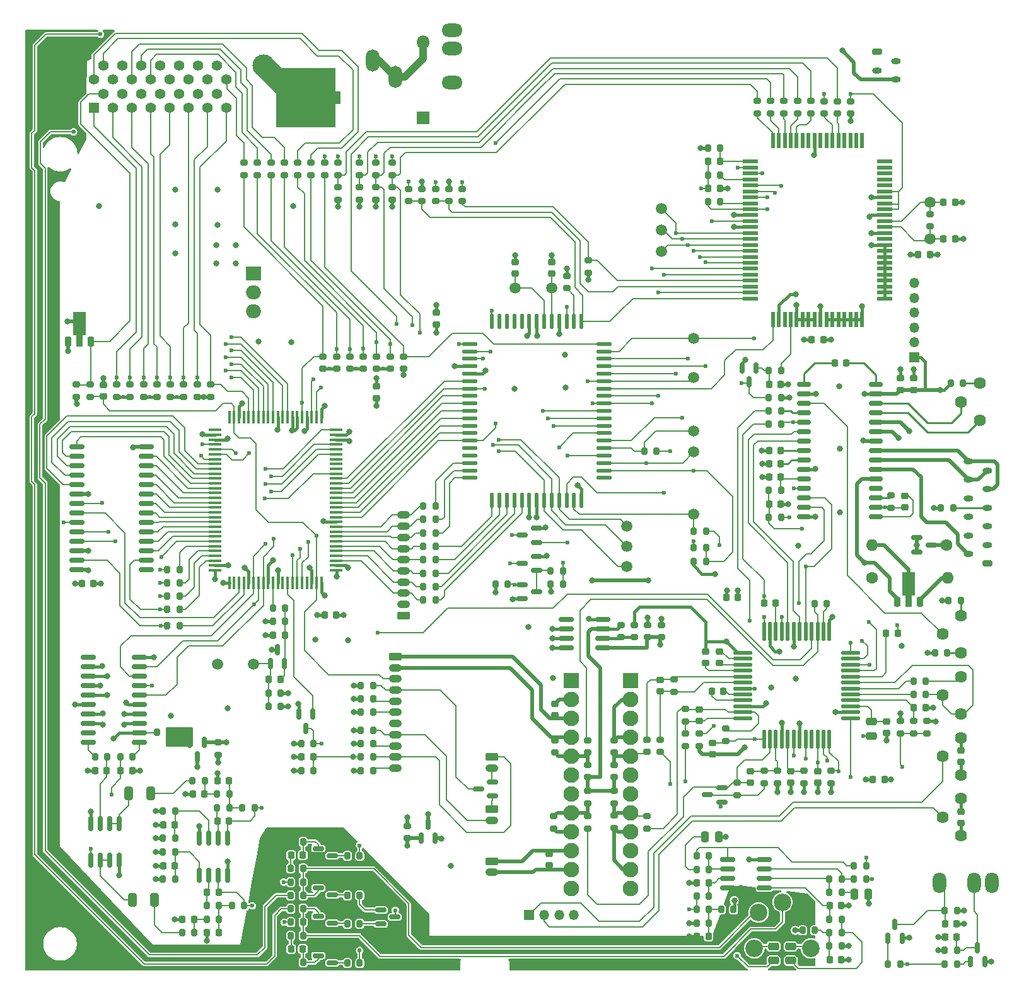
<source format=gbr>
%TF.GenerationSoftware,KiCad,Pcbnew,8.0.9-8.0.9-0~ubuntu24.04.1*%
%TF.CreationDate,2025-02-24T19:11:29+01:00*%
%TF.ProjectId,Main_PCB,4d61696e-5f50-4434-922e-6b696361645f,0.1*%
%TF.SameCoordinates,Original*%
%TF.FileFunction,Copper,L1,Top*%
%TF.FilePolarity,Positive*%
%FSLAX46Y46*%
G04 Gerber Fmt 4.6, Leading zero omitted, Abs format (unit mm)*
G04 Created by KiCad (PCBNEW 8.0.9-8.0.9-0~ubuntu24.04.1) date 2025-02-24 19:11:29*
%MOMM*%
%LPD*%
G01*
G04 APERTURE LIST*
G04 Aperture macros list*
%AMRoundRect*
0 Rectangle with rounded corners*
0 $1 Rounding radius*
0 $2 $3 $4 $5 $6 $7 $8 $9 X,Y pos of 4 corners*
0 Add a 4 corners polygon primitive as box body*
4,1,4,$2,$3,$4,$5,$6,$7,$8,$9,$2,$3,0*
0 Add four circle primitives for the rounded corners*
1,1,$1+$1,$2,$3*
1,1,$1+$1,$4,$5*
1,1,$1+$1,$6,$7*
1,1,$1+$1,$8,$9*
0 Add four rect primitives between the rounded corners*
20,1,$1+$1,$2,$3,$4,$5,0*
20,1,$1+$1,$4,$5,$6,$7,0*
20,1,$1+$1,$6,$7,$8,$9,0*
20,1,$1+$1,$8,$9,$2,$3,0*%
%AMFreePoly0*
4,1,9,3.862500,-0.866500,0.737500,-0.866500,0.737500,-0.450000,-0.737500,-0.450000,-0.737500,0.450000,0.737500,0.450000,0.737500,0.866500,3.862500,0.866500,3.862500,-0.866500,3.862500,-0.866500,$1*%
G04 Aperture macros list end*
%TA.AperFunction,SMDPad,CuDef*%
%ADD10C,1.500000*%
%TD*%
%TA.AperFunction,SMDPad,CuDef*%
%ADD11RoundRect,0.225000X-0.250000X0.225000X-0.250000X-0.225000X0.250000X-0.225000X0.250000X0.225000X0*%
%TD*%
%TA.AperFunction,SMDPad,CuDef*%
%ADD12RoundRect,0.200000X0.275000X-0.200000X0.275000X0.200000X-0.275000X0.200000X-0.275000X-0.200000X0*%
%TD*%
%TA.AperFunction,SMDPad,CuDef*%
%ADD13RoundRect,0.225000X0.250000X-0.225000X0.250000X0.225000X-0.250000X0.225000X-0.250000X-0.225000X0*%
%TD*%
%TA.AperFunction,SMDPad,CuDef*%
%ADD14RoundRect,0.200000X-0.200000X-0.275000X0.200000X-0.275000X0.200000X0.275000X-0.200000X0.275000X0*%
%TD*%
%TA.AperFunction,SMDPad,CuDef*%
%ADD15RoundRect,0.200000X0.200000X0.275000X-0.200000X0.275000X-0.200000X-0.275000X0.200000X-0.275000X0*%
%TD*%
%TA.AperFunction,SMDPad,CuDef*%
%ADD16RoundRect,0.225000X0.225000X0.250000X-0.225000X0.250000X-0.225000X-0.250000X0.225000X-0.250000X0*%
%TD*%
%TA.AperFunction,SMDPad,CuDef*%
%ADD17RoundRect,0.150000X0.587500X0.150000X-0.587500X0.150000X-0.587500X-0.150000X0.587500X-0.150000X0*%
%TD*%
%TA.AperFunction,SMDPad,CuDef*%
%ADD18RoundRect,0.200000X-0.275000X0.200000X-0.275000X-0.200000X0.275000X-0.200000X0.275000X0.200000X0*%
%TD*%
%TA.AperFunction,SMDPad,CuDef*%
%ADD19RoundRect,0.150000X-0.825000X-0.150000X0.825000X-0.150000X0.825000X0.150000X-0.825000X0.150000X0*%
%TD*%
%TA.AperFunction,SMDPad,CuDef*%
%ADD20RoundRect,0.250000X-0.250000X-0.475000X0.250000X-0.475000X0.250000X0.475000X-0.250000X0.475000X0*%
%TD*%
%TA.AperFunction,SMDPad,CuDef*%
%ADD21RoundRect,0.225000X-0.225000X-0.250000X0.225000X-0.250000X0.225000X0.250000X-0.225000X0.250000X0*%
%TD*%
%TA.AperFunction,SMDPad,CuDef*%
%ADD22RoundRect,0.137500X0.862500X0.137500X-0.862500X0.137500X-0.862500X-0.137500X0.862500X-0.137500X0*%
%TD*%
%TA.AperFunction,SMDPad,CuDef*%
%ADD23RoundRect,0.137500X0.137500X0.862500X-0.137500X0.862500X-0.137500X-0.862500X0.137500X-0.862500X0*%
%TD*%
%TA.AperFunction,SMDPad,CuDef*%
%ADD24RoundRect,0.137500X0.862500X-0.137500X0.862500X0.137500X-0.862500X0.137500X-0.862500X-0.137500X0*%
%TD*%
%TA.AperFunction,SMDPad,CuDef*%
%ADD25RoundRect,0.250000X0.475000X-0.250000X0.475000X0.250000X-0.475000X0.250000X-0.475000X-0.250000X0*%
%TD*%
%TA.AperFunction,SMDPad,CuDef*%
%ADD26RoundRect,0.100000X0.775000X0.100000X-0.775000X0.100000X-0.775000X-0.100000X0.775000X-0.100000X0*%
%TD*%
%TA.AperFunction,SMDPad,CuDef*%
%ADD27RoundRect,0.100000X0.100000X0.775000X-0.100000X0.775000X-0.100000X-0.775000X0.100000X-0.775000X0*%
%TD*%
%TA.AperFunction,SMDPad,CuDef*%
%ADD28RoundRect,0.150000X-0.150000X0.825000X-0.150000X-0.825000X0.150000X-0.825000X0.150000X0.825000X0*%
%TD*%
%TA.AperFunction,SMDPad,CuDef*%
%ADD29RoundRect,0.250000X0.325000X0.650000X-0.325000X0.650000X-0.325000X-0.650000X0.325000X-0.650000X0*%
%TD*%
%TA.AperFunction,SMDPad,CuDef*%
%ADD30RoundRect,0.150000X-0.150000X0.587500X-0.150000X-0.587500X0.150000X-0.587500X0.150000X0.587500X0*%
%TD*%
%TA.AperFunction,SMDPad,CuDef*%
%ADD31RoundRect,0.150000X0.837500X0.150000X-0.837500X0.150000X-0.837500X-0.150000X0.837500X-0.150000X0*%
%TD*%
%TA.AperFunction,SMDPad,CuDef*%
%ADD32RoundRect,0.150000X0.875000X0.150000X-0.875000X0.150000X-0.875000X-0.150000X0.875000X-0.150000X0*%
%TD*%
%TA.AperFunction,SMDPad,CuDef*%
%ADD33RoundRect,0.150000X0.150000X-0.587500X0.150000X0.587500X-0.150000X0.587500X-0.150000X-0.587500X0*%
%TD*%
%TA.AperFunction,SMDPad,CuDef*%
%ADD34RoundRect,0.150000X0.750000X0.150000X-0.750000X0.150000X-0.750000X-0.150000X0.750000X-0.150000X0*%
%TD*%
%TA.AperFunction,SMDPad,CuDef*%
%ADD35RoundRect,0.225000X0.225000X-0.425000X0.225000X0.425000X-0.225000X0.425000X-0.225000X-0.425000X0*%
%TD*%
%TA.AperFunction,SMDPad,CuDef*%
%ADD36FreePoly0,90.000000*%
%TD*%
%TA.AperFunction,SMDPad,CuDef*%
%ADD37RoundRect,0.150000X-0.587500X-0.150000X0.587500X-0.150000X0.587500X0.150000X-0.587500X0.150000X0*%
%TD*%
%TA.AperFunction,SMDPad,CuDef*%
%ADD38RoundRect,0.137500X-1.112500X-0.137500X1.112500X-0.137500X1.112500X0.137500X-1.112500X0.137500X0*%
%TD*%
%TA.AperFunction,SMDPad,CuDef*%
%ADD39RoundRect,0.137500X0.137500X-1.112500X0.137500X1.112500X-0.137500X1.112500X-0.137500X-1.112500X0*%
%TD*%
%TA.AperFunction,SMDPad,CuDef*%
%ADD40R,2.000000X0.500000*%
%TD*%
%TA.AperFunction,SMDPad,CuDef*%
%ADD41R,0.500000X2.000000*%
%TD*%
%TA.AperFunction,SMDPad,CuDef*%
%ADD42RoundRect,0.250000X-0.475000X0.250000X-0.475000X-0.250000X0.475000X-0.250000X0.475000X0.250000X0*%
%TD*%
%TA.AperFunction,ComponentPad*%
%ADD43R,1.350000X1.350000*%
%TD*%
%TA.AperFunction,ComponentPad*%
%ADD44O,1.350000X1.350000*%
%TD*%
%TA.AperFunction,ComponentPad*%
%ADD45C,1.500000*%
%TD*%
%TA.AperFunction,ComponentPad*%
%ADD46C,2.340000*%
%TD*%
%TA.AperFunction,ComponentPad*%
%ADD47O,2.800000X1.800000*%
%TD*%
%TA.AperFunction,ComponentPad*%
%ADD48RoundRect,0.200000X0.450000X-0.200000X0.450000X0.200000X-0.450000X0.200000X-0.450000X-0.200000X0*%
%TD*%
%TA.AperFunction,ComponentPad*%
%ADD49O,1.300000X0.800000*%
%TD*%
%TA.AperFunction,ComponentPad*%
%ADD50RoundRect,0.250000X0.615000X-0.265000X0.615000X0.265000X-0.615000X0.265000X-0.615000X-0.265000X0*%
%TD*%
%TA.AperFunction,ComponentPad*%
%ADD51O,1.730000X1.030000*%
%TD*%
%TA.AperFunction,ComponentPad*%
%ADD52RoundRect,0.250000X-0.615000X0.265000X-0.615000X-0.265000X0.615000X-0.265000X0.615000X0.265000X0*%
%TD*%
%TA.AperFunction,ComponentPad*%
%ADD53C,1.600000*%
%TD*%
%TA.AperFunction,ComponentPad*%
%ADD54O,1.600000X1.600000*%
%TD*%
%TA.AperFunction,ComponentPad*%
%ADD55C,1.620000*%
%TD*%
%TA.AperFunction,ComponentPad*%
%ADD56R,2.100000X2.100000*%
%TD*%
%TA.AperFunction,ComponentPad*%
%ADD57C,2.100000*%
%TD*%
%TA.AperFunction,ComponentPad*%
%ADD58O,1.800000X2.800000*%
%TD*%
%TA.AperFunction,ComponentPad*%
%ADD59RoundRect,0.200000X-0.450000X0.200000X-0.450000X-0.200000X0.450000X-0.200000X0.450000X0.200000X0*%
%TD*%
%TA.AperFunction,ComponentPad*%
%ADD60R,1.400000X1.400000*%
%TD*%
%TA.AperFunction,ComponentPad*%
%ADD61C,1.400000*%
%TD*%
%TA.AperFunction,ComponentPad*%
%ADD62C,3.000000*%
%TD*%
%TA.AperFunction,ComponentPad*%
%ADD63R,3.000000X1.800000*%
%TD*%
%TA.AperFunction,ComponentPad*%
%ADD64O,1.800000X3.000000*%
%TD*%
%TA.AperFunction,ComponentPad*%
%ADD65R,1.800000X1.800000*%
%TD*%
%TA.AperFunction,ComponentPad*%
%ADD66O,1.800000X1.800000*%
%TD*%
%TA.AperFunction,ComponentPad*%
%ADD67R,2.000000X1.905000*%
%TD*%
%TA.AperFunction,ComponentPad*%
%ADD68O,2.000000X1.905000*%
%TD*%
%TA.AperFunction,ViaPad*%
%ADD69C,0.600000*%
%TD*%
%TA.AperFunction,ViaPad*%
%ADD70C,0.800000*%
%TD*%
%TA.AperFunction,Conductor*%
%ADD71C,0.200000*%
%TD*%
%TA.AperFunction,Conductor*%
%ADD72C,0.400000*%
%TD*%
%TA.AperFunction,Conductor*%
%ADD73C,0.500000*%
%TD*%
%TA.AperFunction,Conductor*%
%ADD74C,0.250000*%
%TD*%
%TA.AperFunction,Conductor*%
%ADD75C,1.000000*%
%TD*%
G04 APERTURE END LIST*
D10*
%TO.P,TP11,1,1*%
%TO.N,/PA2*%
X126100000Y-146000000D03*
%TD*%
%TO.P,TP10,1,1*%
%TO.N,/PA1*%
X126100000Y-148700000D03*
%TD*%
%TO.P,TP9,1,1*%
%TO.N,/PA0*%
X126100000Y-151400000D03*
%TD*%
%TO.P,TP8,1,1*%
%TO.N,/MCU/~{INT2}*%
X135100000Y-126000000D03*
%TD*%
%TO.P,TP7,1,1*%
%TO.N,/FAST_SLED*%
X135100000Y-133200000D03*
%TD*%
%TO.P,TP6,1,1*%
%TO.N,/~{LDON}*%
X135100000Y-144400000D03*
%TD*%
%TO.P,TP5,1,1*%
%TO.N,/FOK*%
X135100000Y-120800000D03*
%TD*%
%TO.P,TP4,1,1*%
%TO.N,/MODE_SELECT*%
X135100000Y-136000000D03*
%TD*%
%TO.P,TP3,1,1*%
%TO.N,/MCK*%
X130700000Y-103300000D03*
%TD*%
%TO.P,TP2,1,1*%
%TO.N,/MLT*%
X130700000Y-106200000D03*
%TD*%
%TO.P,TP1,1,1*%
%TO.N,/MDAT*%
X130700000Y-109100000D03*
%TD*%
D11*
%TO.P,C146,1*%
%TO.N,GND*%
X116000000Y-110525000D03*
%TO.P,C146,2*%
%TO.N,Net-(IC108-X2)*%
X116000000Y-112075000D03*
%TD*%
D12*
%TO.P,R146,1*%
%TO.N,/Servo and Actuator Drivers/VSUP{slash}2*%
X128900000Y-160925000D03*
%TO.P,R146,2*%
%TO.N,+9V*%
X128900000Y-159275000D03*
%TD*%
D13*
%TO.P,C120,1*%
%TO.N,/Servo and Actuator Drivers/TE-*%
X135800000Y-172175000D03*
%TO.P,C120,2*%
%TO.N,/Servo and Actuator Drivers/TAO*%
X135800000Y-170625000D03*
%TD*%
D14*
%TO.P,R222,1*%
%TO.N,Net-(Q205-B)*%
X88575000Y-199400000D03*
%TO.P,R222,2*%
%TO.N,Net-(D203-K-Pad2)*%
X90225000Y-199400000D03*
%TD*%
D15*
%TO.P,R236,1*%
%TO.N,Net-(C226-Pad1)*%
X158225000Y-193400000D03*
%TO.P,R236,2*%
%TO.N,Net-(IC204-Pad7)*%
X156575000Y-193400000D03*
%TD*%
D16*
%TO.P,C204,1*%
%TO.N,GND*%
X59675000Y-178800000D03*
%TO.P,C204,2*%
%TO.N,Net-(IC202B-+)*%
X58125000Y-178800000D03*
%TD*%
D17*
%TO.P,Q206,1,B*%
%TO.N,Net-(Q206-B)*%
X86537500Y-195550000D03*
%TO.P,Q206,2,E*%
%TO.N,GND*%
X86537500Y-193650000D03*
%TO.P,Q206,3,C*%
%TO.N,/AUDIO/AUDIO_R*%
X84662500Y-194600000D03*
%TD*%
D18*
%TO.P,R151,1*%
%TO.N,Net-(IC105-Pad8)*%
X124400000Y-184875000D03*
%TO.P,R151,2*%
%TO.N,Net-(CN101-Pin_3)*%
X124400000Y-186525000D03*
%TD*%
D13*
%TO.P,C145,1*%
%TO.N,Net-(IC108-X1)*%
X111100000Y-112075000D03*
%TO.P,C145,2*%
%TO.N,GND*%
X111100000Y-110525000D03*
%TD*%
D18*
%TO.P,R308,1*%
%TO.N,/SCSI/~{SCSI_RST}*%
X52200000Y-126975000D03*
%TO.P,R308,2*%
%TO.N,+5V*%
X52200000Y-128625000D03*
%TD*%
D15*
%TO.P,R127,1*%
%TO.N,Net-(R127-Pad1)*%
X166225000Y-166800000D03*
%TO.P,R127,2*%
%TO.N,Net-(IC102-VCOF)*%
X164575000Y-166800000D03*
%TD*%
D14*
%TO.P,R501,1*%
%TO.N,/MCU/REPEAT*%
X90375000Y-177000000D03*
%TO.P,R501,2*%
%TO.N,Net-(P102-Pin_10)*%
X92025000Y-177000000D03*
%TD*%
D15*
%TO.P,R220,1*%
%TO.N,Net-(Q203-C)*%
X90225000Y-204700000D03*
%TO.P,R220,2*%
%TO.N,Net-(Q201-B)*%
X88575000Y-204700000D03*
%TD*%
D19*
%TO.P,IC103,1*%
%TO.N,unconnected-(IC103-Pad1)*%
X117925000Y-158495000D03*
%TO.P,IC103,2,-*%
%TO.N,GND*%
X117925000Y-159765000D03*
%TO.P,IC103,3,+*%
X117925000Y-161035000D03*
%TO.P,IC103,4,V-*%
X117925000Y-162305000D03*
%TO.P,IC103,5,+*%
%TO.N,/Servo and Actuator Drivers/VSUP{slash}2*%
X122875000Y-162305000D03*
%TO.P,IC103,6,-*%
%TO.N,Net-(IC103B--)*%
X122875000Y-161035000D03*
%TO.P,IC103,7*%
%TO.N,/Servo and Actuator Drivers/VSUP-2.5*%
X122875000Y-159765000D03*
%TO.P,IC103,8,V+*%
%TO.N,+9V*%
X122875000Y-158495000D03*
%TD*%
D13*
%TO.P,C103,1*%
%TO.N,/RF AMP/RFO*%
X163400000Y-143475000D03*
%TO.P,C103,2*%
%TO.N,Net-(IC101-RFI)*%
X163400000Y-141925000D03*
%TD*%
D16*
%TO.P,C108,1*%
%TO.N,Net-(IC101-ASY)*%
X146775000Y-139400000D03*
%TO.P,C108,2*%
%TO.N,GND*%
X145225000Y-139400000D03*
%TD*%
D14*
%TO.P,R164,1*%
%TO.N,GND*%
X115875000Y-153800000D03*
%TO.P,R164,2*%
%TO.N,/AUDIO_EN*%
X117525000Y-153800000D03*
%TD*%
D20*
%TO.P,C223,1*%
%TO.N,Net-(C223-Pad1)*%
X156650000Y-195400000D03*
%TO.P,C223,2*%
%TO.N,GND*%
X158550000Y-195400000D03*
%TD*%
D14*
%TO.P,R130,1*%
%TO.N,GND*%
X136975000Y-95200000D03*
%TO.P,R130,2*%
%TO.N,/FSW*%
X138625000Y-95200000D03*
%TD*%
D12*
%TO.P,R176,1*%
%TO.N,GND*%
X92400000Y-102125000D03*
%TO.P,R176,2*%
%TO.N,/I2S_DAT*%
X92400000Y-100475000D03*
%TD*%
D14*
%TO.P,R508,1*%
%TO.N,/PD3*%
X98775000Y-148700000D03*
%TO.P,R508,2*%
%TO.N,Net-(IC108-PD3)*%
X100425000Y-148700000D03*
%TD*%
D21*
%TO.P,C139,1*%
%TO.N,Net-(Q102-B)*%
X145225000Y-126900000D03*
%TO.P,C139,2*%
%TO.N,GND*%
X146775000Y-126900000D03*
%TD*%
D12*
%TO.P,R134,1*%
%TO.N,/Servo and Actuator Drivers/TAO*%
X128800000Y-186625000D03*
%TO.P,R134,2*%
%TO.N,Net-(IC105-Pad8)*%
X128800000Y-184975000D03*
%TD*%
D17*
%TO.P,D104,1,K*%
%TO.N,Net-(P105-Pin_1)*%
X108037500Y-182250000D03*
%TO.P,D104,2,K*%
%TO.N,Net-(P107-Pin_2)*%
X108037500Y-180350000D03*
%TO.P,D104,3,A*%
%TO.N,/MCU/DIGIT1_EN*%
X106162500Y-181300000D03*
%TD*%
D16*
%TO.P,C130,1*%
%TO.N,/VCOI*%
X162475000Y-160400000D03*
%TO.P,C130,2*%
%TO.N,Net-(IC102-C864)*%
X160925000Y-160400000D03*
%TD*%
D22*
%TO.P,IC108,1,PA6*%
%TO.N,unconnected-(IC108-PA6-Pad1)*%
X123000000Y-139500000D03*
%TO.P,IC108,2,PA7*%
%TO.N,/XRST*%
X123037500Y-138500000D03*
%TO.P,IC108,3,PB0*%
%TO.N,/MODE_SELECT*%
X123037500Y-137500000D03*
%TO.P,IC108,4,PB1*%
%TO.N,/~{DEMP}*%
X123037500Y-136500000D03*
%TO.P,IC108,5,PB2*%
%TO.N,/FAST_SLED*%
X123037500Y-135500000D03*
%TO.P,IC108,6,PB3*%
%TO.N,/MLT*%
X123037500Y-134500000D03*
%TO.P,IC108,7,PB4*%
%TO.N,/AUDIO_EN*%
X123037500Y-133500000D03*
%TO.P,IC108,8,PB5*%
%TO.N,/MCU/DIGIT1_EN*%
X123037500Y-132500000D03*
%TO.P,IC108,9,PB6*%
%TO.N,/MCU/DIGIT2_EN*%
X123037500Y-131500000D03*
%TO.P,IC108,10,PB7*%
%TO.N,/MCU/RS_EN*%
X123037500Y-130500000D03*
%TO.P,IC108,11,PC0/TxD*%
%TO.N,/MUTG*%
X123000000Y-129500000D03*
%TO.P,IC108,12,PC1/RxD*%
%TO.N,/SUBQ*%
X123000000Y-128500000D03*
%TO.P,IC108,13,PC2/~{SCK}*%
%TO.N,/SQCK*%
X123000000Y-127500000D03*
%TO.P,IC108,14,PC3/~{INT2}*%
%TO.N,/MCU/~{INT2}*%
X123000000Y-126500000D03*
%TO.P,IC108,15,PC4/TO*%
%TO.N,/MCK*%
X123000000Y-125500000D03*
%TO.P,IC108,16,PC5/CI*%
%TO.N,/SENS*%
X123000000Y-124500000D03*
%TO.P,IC108,17,PC6/CO0*%
%TO.N,/MDAT*%
X123000000Y-123500000D03*
%TO.P,IC108,18,PC7/CO1*%
%TO.N,/FOK*%
X123000000Y-122500000D03*
%TO.P,IC108,19,~{NMI}*%
%TO.N,/~{SCSI_SEL}*%
X123000000Y-121500000D03*
D23*
%TO.P,IC108,20,INT1*%
%TO.N,/SBSY*%
X120000000Y-118500000D03*
%TO.P,IC108,21,MODE1*%
%TO.N,Net-(IC108-MODE1)*%
X119000000Y-118500000D03*
%TO.P,IC108,22,~{RESET}*%
%TO.N,/~{MRST}*%
X118000000Y-118500000D03*
%TO.P,IC108,23,MODE0*%
%TO.N,GND*%
X117000000Y-118500000D03*
%TO.P,IC108,24,X2*%
%TO.N,Net-(IC108-X2)*%
X116000000Y-118500000D03*
%TO.P,IC108,25,X1*%
%TO.N,Net-(IC108-X1)*%
X115000000Y-118500000D03*
%TO.P,IC108,26,VSS*%
%TO.N,GND*%
X114000000Y-118500000D03*
%TO.P,IC108,27,AVSS*%
X113000000Y-118500000D03*
%TO.P,IC108,28,AN0*%
%TO.N,unconnected-(IC108-AN0-Pad28)*%
X112000000Y-118500000D03*
%TO.P,IC108,29,AN1*%
%TO.N,unconnected-(IC108-AN1-Pad29)*%
X111000000Y-118500000D03*
%TO.P,IC108,30,AN2*%
%TO.N,unconnected-(IC108-AN2-Pad30)*%
X110000000Y-118500000D03*
%TO.P,IC108,31,AN3*%
%TO.N,unconnected-(IC108-AN3-Pad31)*%
X109000000Y-118500000D03*
%TO.P,IC108,32,AN4*%
%TO.N,/MCU/STOP*%
X108000000Y-118500000D03*
D22*
%TO.P,IC108,33,AN5*%
%TO.N,/MCU/REPEAT*%
X105000000Y-121500000D03*
%TO.P,IC108,34,AN6*%
%TO.N,/MCU/FS_RS*%
X105000000Y-122500000D03*
%TO.P,IC108,35,AN7*%
%TO.N,/MCU/PLAY_PAUSE*%
X105000000Y-123500000D03*
%TO.P,IC108,36,VAREF*%
%TO.N,+5V*%
X105000000Y-124500000D03*
%TO.P,IC108,37,AVDD*%
X105000000Y-125500000D03*
%TO.P,IC108,38,~{RD}*%
%TO.N,/~{RD}*%
X105000000Y-126500000D03*
%TO.P,IC108,39,~{WR}*%
%TO.N,/~{WR}*%
X105000000Y-127500000D03*
%TO.P,IC108,40,ALE*%
%TO.N,/ALE*%
X105000000Y-128500000D03*
%TO.P,IC108,41,PF0*%
%TO.N,/PF0*%
X105000000Y-129500000D03*
%TO.P,IC108,42,PF1*%
%TO.N,/PF1*%
X105000000Y-130500000D03*
%TO.P,IC108,43,PF2*%
%TO.N,/PF2*%
X105000000Y-131500000D03*
%TO.P,IC108,44,PF3*%
%TO.N,/PF3*%
X105000000Y-132500000D03*
%TO.P,IC108,45,PF4*%
%TO.N,/PF4*%
X105000000Y-133500000D03*
%TO.P,IC108,46,PF5*%
%TO.N,/PF5*%
X105000000Y-134500000D03*
%TO.P,IC108,47,PF6*%
%TO.N,unconnected-(IC108-PF6-Pad47)*%
X105000000Y-135500000D03*
%TO.P,IC108,48,PF7*%
%TO.N,unconnected-(IC108-PF7-Pad48)*%
X105000000Y-136500000D03*
D24*
%TO.P,IC108,49,PD0*%
%TO.N,Net-(IC108-PD0)*%
X105000000Y-137500000D03*
%TO.P,IC108,50,PD1*%
%TO.N,Net-(IC108-PD1)*%
X105000000Y-138500000D03*
%TO.P,IC108,51,PD2*%
%TO.N,Net-(IC108-PD2)*%
X105000000Y-139500000D03*
D23*
%TO.P,IC108,52,PD3*%
%TO.N,Net-(IC108-PD3)*%
X108000000Y-142500000D03*
%TO.P,IC108,53,PD4*%
%TO.N,Net-(IC108-PD4)*%
X109000000Y-142500000D03*
%TO.P,IC108,54,PD5*%
%TO.N,Net-(IC108-PD5)*%
X110000000Y-142500000D03*
%TO.P,IC108,55,PD6*%
%TO.N,Net-(IC108-PD6)*%
X111000000Y-142500000D03*
%TO.P,IC108,56,PD7*%
%TO.N,Net-(IC108-PD7)*%
X112000000Y-142500000D03*
%TO.P,IC108,57,~{STOP}*%
%TO.N,+5V*%
X113000000Y-142500000D03*
%TO.P,IC108,58,VDD*%
X114000000Y-142500000D03*
%TO.P,IC108,59,PA0*%
%TO.N,/PA0*%
X115000000Y-142500000D03*
%TO.P,IC108,60,PA1*%
%TO.N,/PA1*%
X116000000Y-142500000D03*
%TO.P,IC108,61,PA2*%
%TO.N,/PA2*%
X117000000Y-142500000D03*
%TO.P,IC108,62,PA3*%
%TO.N,/CRCF*%
X118000000Y-142500000D03*
%TO.P,IC108,63,PA4*%
%TO.N,/~{LDON}*%
X119000000Y-142500000D03*
%TO.P,IC108,64,PA5*%
%TO.N,+5V*%
X120000000Y-142500000D03*
%TD*%
D18*
%TO.P,R175,1*%
%TO.N,/SBCK*%
X120900000Y-110275000D03*
%TO.P,R175,2*%
%TO.N,+5V*%
X120900000Y-111925000D03*
%TD*%
D11*
%TO.P,C138,1*%
%TO.N,/SPL_MOTOR_RED*%
X116400000Y-169875000D03*
%TO.P,C138,2*%
%TO.N,/SPL_MOTOR_BLACK*%
X116400000Y-171425000D03*
%TD*%
D18*
%TO.P,R519,1*%
%TO.N,Net-(JK104D-SBSY)*%
X96800000Y-100675000D03*
%TO.P,R519,2*%
%TO.N,/SBSY*%
X96800000Y-102325000D03*
%TD*%
%TO.P,R521,1*%
%TO.N,Net-(JK104C-~{SCSI_ACK})*%
X83700000Y-97175000D03*
%TO.P,R521,2*%
%TO.N,/SCSI/~{SCSI_ACK}*%
X83700000Y-98825000D03*
%TD*%
%TO.P,R140,1*%
%TO.N,/Servo and Actuator Drivers/VSUP-2.5*%
X125300000Y-159275000D03*
%TO.P,R140,2*%
%TO.N,Net-(IC103B--)*%
X125300000Y-160925000D03*
%TD*%
D14*
%TO.P,R157,1*%
%TO.N,GND*%
X90375000Y-167400000D03*
%TO.P,R157,2*%
%TO.N,/MCU/DIGIT1_EN*%
X92025000Y-167400000D03*
%TD*%
D16*
%TO.P,C214,1*%
%TO.N,Net-(C214-Pad1)*%
X71275000Y-195200000D03*
%TO.P,C214,2*%
%TO.N,Net-(IC203B--)*%
X69725000Y-195200000D03*
%TD*%
D25*
%TO.P,C219,1*%
%TO.N,Net-(C219-Pad1)*%
X148100000Y-204350000D03*
%TO.P,C219,2*%
%TO.N,Net-(C219-Pad2)*%
X148100000Y-202450000D03*
%TD*%
D14*
%TO.P,R126,1*%
%TO.N,Net-(IC102-ISET)*%
X164575000Y-168600000D03*
%TO.P,R126,2*%
%TO.N,Net-(IC102-3.5V)*%
X166225000Y-168600000D03*
%TD*%
D15*
%TO.P,R169,1*%
%TO.N,/MCU/~{INT2}*%
X84025000Y-175200000D03*
%TO.P,R169,2*%
%TO.N,+5V*%
X82375000Y-175200000D03*
%TD*%
D11*
%TO.P,C124,1*%
%TO.N,Net-(IC102-FSET)*%
X148100000Y-178925000D03*
%TO.P,C124,2*%
%TO.N,+5V*%
X148100000Y-180475000D03*
%TD*%
D12*
%TO.P,R181,1*%
%TO.N,+5V*%
X90700000Y-124825000D03*
%TO.P,R181,2*%
%TO.N,/SCSI/~{SCSI_CD}*%
X90700000Y-123175000D03*
%TD*%
D18*
%TO.P,R194,1*%
%TO.N,/~{SCSI_SEL}*%
X96100000Y-123175000D03*
%TO.P,R194,2*%
%TO.N,+5V*%
X96100000Y-124825000D03*
%TD*%
D16*
%TO.P,C217,1*%
%TO.N,Net-(Q201-C)*%
X82575000Y-202800000D03*
%TO.P,C217,2*%
%TO.N,Net-(C217-Pad2)*%
X81025000Y-202800000D03*
%TD*%
D11*
%TO.P,C111,1*%
%TO.N,/VC*%
X171000000Y-184325000D03*
%TO.P,C111,2*%
%TO.N,Net-(C111-Pad2)*%
X171000000Y-185875000D03*
%TD*%
D16*
%TO.P,C132,1*%
%TO.N,GND*%
X138575000Y-100600000D03*
%TO.P,C132,2*%
%TO.N,Net-(IC102-FSW)*%
X137025000Y-100600000D03*
%TD*%
D26*
%TO.P,IC109,1*%
%TO.N,GND*%
X87025000Y-151925000D03*
%TO.P,IC109,2,VCC*%
%TO.N,+5V*%
X87025000Y-151275000D03*
%TO.P,IC109,3,D7*%
%TO.N,/PD7*%
X87025000Y-150625000D03*
%TO.P,IC109,4,D6*%
%TO.N,/PD6*%
X87025000Y-149975000D03*
%TO.P,IC109,5,D5*%
%TO.N,/PD5*%
X87025000Y-149325000D03*
%TO.P,IC109,6,D4*%
%TO.N,/PD4*%
X87025000Y-148675000D03*
%TO.P,IC109,7,D3*%
%TO.N,/PD3*%
X87025000Y-148025000D03*
%TO.P,IC109,8,D2*%
%TO.N,/PD2*%
X87025000Y-147375000D03*
%TO.P,IC109,9,D1*%
%TO.N,/PD1*%
X87025000Y-146725000D03*
%TO.P,IC109,10,D0*%
%TO.N,/PD0*%
X87025000Y-146075000D03*
%TO.P,IC109,11*%
%TO.N,GND*%
X87025000Y-145425000D03*
%TO.P,IC109,12,F5*%
%TO.N,/PF5*%
X87025000Y-144775000D03*
%TO.P,IC109,13,F4*%
%TO.N,/PF4*%
X87025000Y-144125000D03*
%TO.P,IC109,14,F3*%
%TO.N,/PF3*%
X87025000Y-143475000D03*
%TO.P,IC109,15,F2*%
%TO.N,/PF2*%
X87025000Y-142825000D03*
%TO.P,IC109,16,F1*%
%TO.N,/PF1*%
X87025000Y-142175000D03*
%TO.P,IC109,17,F0*%
%TO.N,/PF0*%
X87025000Y-141525000D03*
%TO.P,IC109,18,ALE*%
%TO.N,/ALE*%
X87025000Y-140875000D03*
%TO.P,IC109,19,~{WR}*%
%TO.N,/~{WR}*%
X87025000Y-140225000D03*
%TO.P,IC109,20,~{RD}*%
%TO.N,/~{RD}*%
X87025000Y-139575000D03*
%TO.P,IC109,21,WE_EN*%
%TO.N,Net-(IC107-~{WE})*%
X87025000Y-138925000D03*
%TO.P,IC109,22*%
%TO.N,unconnected-(IC109-Pad22)*%
X87025000Y-138275000D03*
%TO.P,IC109,23*%
%TO.N,unconnected-(IC109-Pad23)*%
X87025000Y-137625000D03*
%TO.P,IC109,24*%
%TO.N,unconnected-(IC109-Pad24)*%
X87025000Y-136975000D03*
%TO.P,IC109,25,MA12_EN*%
%TO.N,/SCSI/MA12*%
X87025000Y-136325000D03*
%TO.P,IC109,26,MA11_EN*%
%TO.N,/SCSI/MA11*%
X87025000Y-135675000D03*
%TO.P,IC109,27,MA10_EN*%
%TO.N,/SCSI/MA10*%
X87025000Y-135025000D03*
%TO.P,IC109,28*%
%TO.N,GND*%
X87025000Y-134375000D03*
%TO.P,IC109,29,VCC*%
%TO.N,+5V*%
X87025000Y-133725000D03*
%TO.P,IC109,30,MA9_EN*%
%TO.N,/SCSI/MA9*%
X87025000Y-133075000D03*
D27*
%TO.P,IC109,31,VCC*%
%TO.N,+5V*%
X85075000Y-131375000D03*
%TO.P,IC109,32,~{SCSI_REQ}*%
%TO.N,/SCSI/~{SCSI_REQ}*%
X84425000Y-131375000D03*
%TO.P,IC109,33,~{SCSI_ACK}*%
%TO.N,/SCSI/~{SCSI_ACK}*%
X83775000Y-131375000D03*
%TO.P,IC109,34,VCC*%
%TO.N,+5V*%
X83125000Y-131375000D03*
%TO.P,IC109,35,~{SCSI_IO}*%
%TO.N,/SCSI/~{SCSI_IO}*%
X82475000Y-131375000D03*
%TO.P,IC109,36,VCC*%
%TO.N,+5V*%
X81825000Y-131375000D03*
%TO.P,IC109,37,VCC*%
X81175000Y-131375000D03*
%TO.P,IC109,38,SCSI_D7*%
%TO.N,/SCSI/SCSI_D7*%
X80525000Y-131375000D03*
%TO.P,IC109,39,SCSI_D6*%
%TO.N,/SCSI/SCSI_D6*%
X79875000Y-131375000D03*
%TO.P,IC109,40*%
%TO.N,GND*%
X79225000Y-131375000D03*
%TO.P,IC109,41,SCSI_D5*%
%TO.N,/SCSI/SCSI_D5*%
X78575000Y-131375000D03*
%TO.P,IC109,42,SCSI_D4*%
%TO.N,/SCSI/SCSI_D4*%
X77925000Y-131375000D03*
%TO.P,IC109,43,SCSI_D3*%
%TO.N,/SCSI/SCSI_D3*%
X77275000Y-131375000D03*
%TO.P,IC109,44,SCSI_D2*%
%TO.N,/SCSI/SCSI_D2*%
X76625000Y-131375000D03*
%TO.P,IC109,45,SCSI_D1*%
%TO.N,/SCSI/SCSI_D1*%
X75975000Y-131375000D03*
%TO.P,IC109,46,SCSI_D0*%
%TO.N,/SCSI/SCSI_D0*%
X75325000Y-131375000D03*
%TO.P,IC109,47*%
%TO.N,unconnected-(IC109-Pad47)*%
X74675000Y-131375000D03*
%TO.P,IC109,48,VCC*%
%TO.N,+5V*%
X74025000Y-131375000D03*
%TO.P,IC109,49,~{RESET1}*%
%TO.N,/~{MRST}*%
X73375000Y-131375000D03*
%TO.P,IC109,50*%
%TO.N,unconnected-(IC109-Pad50)*%
X72725000Y-131375000D03*
D26*
%TO.P,IC109,51*%
%TO.N,unconnected-(IC109-Pad51)*%
X70775000Y-133075000D03*
%TO.P,IC109,52,VCC*%
%TO.N,+5V*%
X70775000Y-133725000D03*
%TO.P,IC109,53*%
%TO.N,GND*%
X70775000Y-134375000D03*
%TO.P,IC109,54,~{SCSI_IO_2}*%
%TO.N,/SCSI/~{SCSI_IO}*%
X70775000Y-135025000D03*
%TO.P,IC109,55,~{SCSI_CD}*%
%TO.N,/SCSI/~{SCSI_CD}*%
X70775000Y-135675000D03*
%TO.P,IC109,56,~{SCSI_MSG}*%
%TO.N,/SCSI/~{SCSI_MSG}*%
X70775000Y-136325000D03*
%TO.P,IC109,57,~{SCSI_BSY}*%
%TO.N,/SCSI/~{SCSI_BSY}*%
X70775000Y-136975000D03*
%TO.P,IC109,58,MD7*%
%TO.N,/SCSI/MD7*%
X70775000Y-137625000D03*
%TO.P,IC109,59,MD6*%
%TO.N,/SCSI/MD6*%
X70775000Y-138275000D03*
%TO.P,IC109,60,MD5*%
%TO.N,/SCSI/MD5*%
X70775000Y-138925000D03*
%TO.P,IC109,61,MD4*%
%TO.N,/SCSI/MD4*%
X70775000Y-139575000D03*
%TO.P,IC109,62,MD3*%
%TO.N,/SCSI/MD3*%
X70775000Y-140225000D03*
%TO.P,IC109,63,MD2*%
%TO.N,/SCSI/MD2*%
X70775000Y-140875000D03*
%TO.P,IC109,64,MD1*%
%TO.N,/SCSI/MD1*%
X70775000Y-141525000D03*
%TO.P,IC109,65,MD0*%
%TO.N,/SCSI/MD0*%
X70775000Y-142175000D03*
%TO.P,IC109,66,MA0*%
%TO.N,/SCSI/MA0*%
X70775000Y-142825000D03*
%TO.P,IC109,67,MA1*%
%TO.N,/SCSI/MA1*%
X70775000Y-143475000D03*
%TO.P,IC109,68,MA2*%
%TO.N,/SCSI/MA2*%
X70775000Y-144125000D03*
%TO.P,IC109,69,MA3*%
%TO.N,/SCSI/MA3*%
X70775000Y-144775000D03*
%TO.P,IC109,70,MA4*%
%TO.N,/SCSI/MA4*%
X70775000Y-145425000D03*
%TO.P,IC109,71,MA5*%
%TO.N,/SCSI/MA5*%
X70775000Y-146075000D03*
%TO.P,IC109,72,MA6*%
%TO.N,/SCSI/MA6*%
X70775000Y-146725000D03*
%TO.P,IC109,73,MA7*%
%TO.N,/SCSI/MA7*%
X70775000Y-147375000D03*
%TO.P,IC109,74,MA8*%
%TO.N,/SCSI/MA8*%
X70775000Y-148025000D03*
%TO.P,IC109,75,MA9*%
%TO.N,Net-(IC109-MA9)*%
X70775000Y-148675000D03*
%TO.P,IC109,76,MA10*%
%TO.N,Net-(IC109-MA10)*%
X70775000Y-149325000D03*
%TO.P,IC109,77,MA11*%
%TO.N,Net-(IC109-MA11)*%
X70775000Y-149975000D03*
%TO.P,IC109,78,MA12*%
%TO.N,Net-(IC109-MA12)*%
X70775000Y-150625000D03*
%TO.P,IC109,79,VCC*%
%TO.N,+5V*%
X70775000Y-151275000D03*
%TO.P,IC109,80*%
%TO.N,GND*%
X70775000Y-151925000D03*
D27*
%TO.P,IC109,81*%
X72725000Y-153625000D03*
%TO.P,IC109,82*%
%TO.N,unconnected-(IC109-Pad82)*%
X73375000Y-153625000D03*
%TO.P,IC109,83,~{COE}*%
%TO.N,Net-(IC107-~{OE})*%
X74025000Y-153625000D03*
%TO.P,IC109,84,~{CWE}*%
%TO.N,Net-(IC109-~{CWE})*%
X74675000Y-153625000D03*
%TO.P,IC109,85,VCC*%
%TO.N,+5V*%
X75325000Y-153625000D03*
%TO.P,IC109,86,DATA*%
%TO.N,/I2S_DAT*%
X75975000Y-153625000D03*
%TO.P,IC109,87,BCLK*%
%TO.N,/~{I2S_SCLK}*%
X76625000Y-153625000D03*
%TO.P,IC109,88,LRCK*%
%TO.N,/I2S_LRCK*%
X77275000Y-153625000D03*
%TO.P,IC109,89*%
%TO.N,GND*%
X77925000Y-153625000D03*
%TO.P,IC109,90,XIN*%
%TO.N,Net-(IC109-XIN)*%
X78575000Y-153625000D03*
%TO.P,IC109,91,VCC*%
%TO.N,+5V*%
X79225000Y-153625000D03*
%TO.P,IC109,92*%
%TO.N,unconnected-(IC109-Pad92)*%
X79875000Y-153625000D03*
%TO.P,IC109,93,PC3*%
%TO.N,/UPC3*%
X80525000Y-153625000D03*
%TO.P,IC109,94,PA0*%
%TO.N,/PA0*%
X81175000Y-153625000D03*
%TO.P,IC109,95,PA1*%
%TO.N,/PA1*%
X81825000Y-153625000D03*
%TO.P,IC109,96,PA2*%
%TO.N,/PA2*%
X82475000Y-153625000D03*
%TO.P,IC109,97*%
%TO.N,unconnected-(IC109-Pad97)*%
X83125000Y-153625000D03*
%TO.P,IC109,98*%
%TO.N,GND*%
X83775000Y-153625000D03*
%TO.P,IC109,99,~{RESET2}*%
%TO.N,/~{MRST}*%
X84425000Y-153625000D03*
%TO.P,IC109,100,VCC*%
%TO.N,+5V*%
X85075000Y-153625000D03*
%TD*%
D13*
%TO.P,C115,1*%
%TO.N,Net-(IC102-FS3)*%
X138500000Y-164375000D03*
%TO.P,C115,2*%
%TO.N,Net-(IC102-FGD)*%
X138500000Y-162825000D03*
%TD*%
D12*
%TO.P,R111,1*%
%TO.N,Net-(P104-Pin_3)*%
X130600000Y-176325000D03*
%TO.P,R111,2*%
%TO.N,/Servo and Actuator Drivers/FE-*%
X130600000Y-174675000D03*
%TD*%
D16*
%TO.P,C228,1*%
%TO.N,Net-(IC204A-+)*%
X137075000Y-193900000D03*
%TO.P,C228,2*%
%TO.N,GND*%
X135525000Y-193900000D03*
%TD*%
D28*
%TO.P,IC202,1*%
%TO.N,Net-(IC202A--)*%
X57905000Y-185925000D03*
%TO.P,IC202,2,-*%
X56635000Y-185925000D03*
%TO.P,IC202,3,+*%
%TO.N,Net-(IC202A-+)*%
X55365000Y-185925000D03*
%TO.P,IC202,4,V-*%
%TO.N,GND*%
X54095000Y-185925000D03*
%TO.P,IC202,5,+*%
%TO.N,Net-(IC202B-+)*%
X54095000Y-190875000D03*
%TO.P,IC202,6,-*%
%TO.N,Net-(IC202B--)*%
X55365000Y-190875000D03*
%TO.P,IC202,7*%
X56635000Y-190875000D03*
%TO.P,IC202,8,V+*%
%TO.N,+9VA*%
X57905000Y-190875000D03*
%TD*%
D12*
%TO.P,R123,1*%
%TO.N,/PDO*%
X164600000Y-173825000D03*
%TO.P,R123,2*%
%TO.N,Net-(IC102-PDI)*%
X164600000Y-172175000D03*
%TD*%
D11*
%TO.P,C121,1*%
%TO.N,Net-(IC102-SL+)*%
X137600000Y-175125000D03*
%TO.P,C121,2*%
%TO.N,/VC*%
X137600000Y-176675000D03*
%TD*%
D21*
%TO.P,C212,1*%
%TO.N,GND*%
X63825000Y-186110000D03*
%TO.P,C212,2*%
%TO.N,Net-(IC203A-+)*%
X65375000Y-186110000D03*
%TD*%
D18*
%TO.P,R522,1*%
%TO.N,Net-(JK104D-~{SCSI_MSG})*%
X78300000Y-97175000D03*
%TO.P,R522,2*%
%TO.N,/SCSI/~{SCSI_MSG}*%
X78300000Y-98825000D03*
%TD*%
D15*
%TO.P,R219,1*%
%TO.N,/AUDIO/AUDIO_R*%
X82625000Y-195600000D03*
%TO.P,R219,2*%
%TO.N,/AUDIO/LINEOUT_R*%
X80975000Y-195600000D03*
%TD*%
D17*
%TO.P,Q103,1,B*%
%TO.N,Net-(Q103-B)*%
X138837500Y-183050000D03*
%TO.P,Q103,2,E*%
%TO.N,/Servo and Actuator Drivers/SLO*%
X138837500Y-181150000D03*
%TO.P,Q103,3,C*%
%TO.N,Net-(Q103-C)*%
X136962500Y-182100000D03*
%TD*%
D16*
%TO.P,C218,1*%
%TO.N,Net-(Q202-C)*%
X82575000Y-190200000D03*
%TO.P,C218,2*%
%TO.N,Net-(C218-Pad2)*%
X81025000Y-190200000D03*
%TD*%
D18*
%TO.P,R115,1*%
%TO.N,Net-(C122-Pad2)*%
X135800000Y-173875000D03*
%TO.P,R115,2*%
%TO.N,/VC*%
X135800000Y-175525000D03*
%TD*%
D29*
%TO.P,C206,1*%
%TO.N,Net-(C206-Pad1)*%
X62675000Y-196200000D03*
%TO.P,C206,2*%
%TO.N,Net-(IC202B--)*%
X59725000Y-196200000D03*
%TD*%
D14*
%TO.P,R233,1*%
%TO.N,Net-(C224-Pad1)*%
X135475000Y-192100000D03*
%TO.P,R233,2*%
%TO.N,Net-(IC204A--)*%
X137125000Y-192100000D03*
%TD*%
D18*
%TO.P,R515,1*%
%TO.N,Net-(JK104B-SBCK)*%
X104000000Y-100675000D03*
%TO.P,R515,2*%
%TO.N,/SBCK*%
X104000000Y-102325000D03*
%TD*%
%TO.P,R149,1*%
%TO.N,Net-(IC104-Pad8)*%
X116300000Y-184975000D03*
%TO.P,R149,2*%
%TO.N,Net-(P106-Pin_2)*%
X116300000Y-186625000D03*
%TD*%
D21*
%TO.P,C107,1*%
%TO.N,/VC*%
X145225000Y-137600000D03*
%TO.P,C107,2*%
%TO.N,Net-(IC101-CB)*%
X146775000Y-137600000D03*
%TD*%
D18*
%TO.P,R138,1*%
%TO.N,/Servo and Actuator Drivers/SLO*%
X140900000Y-180475000D03*
%TO.P,R138,2*%
%TO.N,Net-(Q103-C)*%
X140900000Y-182125000D03*
%TD*%
D12*
%TO.P,R103,1*%
%TO.N,/RF AMP/RFO*%
X161600000Y-143525000D03*
%TO.P,R103,2*%
%TO.N,Net-(IC101-RF-)*%
X161600000Y-141875000D03*
%TD*%
D18*
%TO.P,R185,1*%
%TO.N,/SCSI/SCSI_D6*%
X59400000Y-126975000D03*
%TO.P,R185,2*%
%TO.N,GND*%
X59400000Y-128625000D03*
%TD*%
D30*
%TO.P,Q307,1,B*%
%TO.N,Net-(Q307-B)*%
X69350000Y-175062500D03*
%TO.P,Q307,2,E*%
%TO.N,+5VA*%
X67450000Y-175062500D03*
%TO.P,Q307,3,C*%
%TO.N,+5V*%
X68400000Y-176937500D03*
%TD*%
D14*
%TO.P,R231,1*%
%TO.N,Net-(C220-Pad1)*%
X135475000Y-197500000D03*
%TO.P,R231,2*%
%TO.N,Net-(C222-Pad1)*%
X137125000Y-197500000D03*
%TD*%
D21*
%TO.P,C119,1*%
%TO.N,GND*%
X139450000Y-155600000D03*
%TO.P,C119,2*%
%TO.N,+5V*%
X141000000Y-155600000D03*
%TD*%
D30*
%TO.P,Q105,1,B*%
%TO.N,/UPC3*%
X83950000Y-171262500D03*
%TO.P,Q105,2,E*%
%TO.N,GND*%
X82050000Y-171262500D03*
%TO.P,Q105,3,C*%
%TO.N,/MCU/~{INT2}*%
X83000000Y-173137500D03*
%TD*%
D15*
%TO.P,R137,1*%
%TO.N,Net-(Q103-B)*%
X130100000Y-135900000D03*
%TO.P,R137,2*%
%TO.N,/FAST_SLED*%
X128450000Y-135900000D03*
%TD*%
D12*
%TO.P,R197,1*%
%TO.N,/SBSY*%
X98600000Y-102325000D03*
%TO.P,R197,2*%
%TO.N,GND*%
X98600000Y-100675000D03*
%TD*%
D15*
%TO.P,R210,1*%
%TO.N,Net-(IC203B-+)*%
X65425000Y-189800000D03*
%TO.P,R210,2*%
%TO.N,+5VA*%
X63775000Y-189800000D03*
%TD*%
%TO.P,R199,1*%
%TO.N,Net-(IC101-~{LDON})*%
X136725000Y-146700000D03*
%TO.P,R199,2*%
%TO.N,/~{LDON}*%
X135075000Y-146700000D03*
%TD*%
D31*
%TO.P,IC201,1,CH1OUT*%
%TO.N,Net-(IC201-CH1OUT)*%
X60662500Y-175015000D03*
%TO.P,IC201,2,VREFH1*%
%TO.N,Net-(IC201-VREFH1)*%
X60662500Y-173745000D03*
%TO.P,IC201,3,VREFH2*%
%TO.N,+5VA*%
X60662500Y-172475000D03*
%TO.P,IC201,4,VDD*%
X60662500Y-171205000D03*
%TO.P,IC201,5,WCLK2*%
%TO.N,GND*%
X60662500Y-169935000D03*
%TO.P,IC201,6,LRCK*%
%TO.N,/I2S_LRCK*%
X60662500Y-168665000D03*
%TO.P,IC201,7,WCLK1*%
%TO.N,/I2S_WDLK*%
X60662500Y-167395000D03*
%TO.P,IC201,8,DATA*%
%TO.N,/I2S_DAT*%
X60662500Y-166125000D03*
%TO.P,IC201,9,BCLK*%
%TO.N,/~{I2S_SCLK}*%
X60662500Y-164855000D03*
%TO.P,IC201,10,VDD*%
%TO.N,+5VA*%
X60662500Y-163585000D03*
%TO.P,IC201,11,TSTOUT*%
%TO.N,unconnected-(IC201-TSTOUT-Pad11)*%
X53737500Y-163585000D03*
%TO.P,IC201,12,TST1*%
%TO.N,GND*%
X53737500Y-164855000D03*
%TO.P,IC201,13,TST2*%
X53737500Y-166125000D03*
%TO.P,IC201,14,IF*%
%TO.N,+5VA*%
X53737500Y-167395000D03*
%TO.P,IC201,15,GND*%
%TO.N,GND*%
X53737500Y-168665000D03*
%TO.P,IC201,16,VREFL1*%
%TO.N,Net-(IC201-VREFL1)*%
X53737500Y-169935000D03*
%TO.P,IC201,17,GND*%
%TO.N,GND*%
X53737500Y-171205000D03*
%TO.P,IC201,18,VREFL2*%
X53737500Y-172475000D03*
%TO.P,IC201,19,NC*%
%TO.N,unconnected-(IC201-NC-Pad19)*%
X53737500Y-173745000D03*
%TO.P,IC201,20,CH2OUT*%
%TO.N,Net-(IC201-CH2OUT)*%
X53737500Y-175015000D03*
%TD*%
D12*
%TO.P,R113,1*%
%TO.N,Net-(P104-Pin_4)*%
X134000000Y-175525000D03*
%TO.P,R113,2*%
%TO.N,/Servo and Actuator Drivers/TE-*%
X134000000Y-173875000D03*
%TD*%
D18*
%TO.P,R142,1*%
%TO.N,/Servo and Actuator Drivers/VSUP-2.5*%
X120800000Y-181575000D03*
%TO.P,R142,2*%
%TO.N,Net-(IC104-Pad8)*%
X120800000Y-183225000D03*
%TD*%
D11*
%TO.P,C160,1*%
%TO.N,/VC*%
X171000000Y-176125000D03*
%TO.P,C160,2*%
%TO.N,Net-(C112-Pad2)*%
X171000000Y-177675000D03*
%TD*%
D21*
%TO.P,C230,1*%
%TO.N,Net-(Q208-C)*%
X168825000Y-199400000D03*
%TO.P,C230,2*%
%TO.N,GND*%
X170375000Y-199400000D03*
%TD*%
D11*
%TO.P,C123,1*%
%TO.N,Net-(IC102-SL-)*%
X142700000Y-178925000D03*
%TO.P,C123,2*%
%TO.N,/Servo and Actuator Drivers/SLO*%
X142700000Y-180475000D03*
%TD*%
D12*
%TO.P,R163,1*%
%TO.N,Net-(IC106-XTAI)*%
X166800000Y-105725000D03*
%TO.P,R163,2*%
%TO.N,Net-(IC106-XTAO)*%
X166800000Y-104075000D03*
%TD*%
%TO.P,R116,1*%
%TO.N,Net-(Q103-C)*%
X144500000Y-180525000D03*
%TO.P,R116,2*%
%TO.N,Net-(IC102-SL-)*%
X144500000Y-178875000D03*
%TD*%
D14*
%TO.P,R512,1*%
%TO.N,/PD7*%
X98775000Y-155900000D03*
%TO.P,R512,2*%
%TO.N,Net-(IC108-PD7)*%
X100425000Y-155900000D03*
%TD*%
D15*
%TO.P,R204,1*%
%TO.N,Net-(C209-Pad2)*%
X72725000Y-182000000D03*
%TO.P,R204,2*%
%TO.N,Net-(C207-Pad2)*%
X71075000Y-182000000D03*
%TD*%
D16*
%TO.P,C109,1*%
%TO.N,GND*%
X146775000Y-143000000D03*
%TO.P,C109,2*%
%TO.N,Net-(P103-Pin_2)*%
X145225000Y-143000000D03*
%TD*%
%TO.P,C133,1*%
%TO.N,GND*%
X160675000Y-180000000D03*
%TO.P,C133,2*%
%TO.N,+5V*%
X159125000Y-180000000D03*
%TD*%
D12*
%TO.P,R143,1*%
%TO.N,/Servo and Actuator Drivers/VSUP-2.5*%
X120800000Y-179725000D03*
%TO.P,R143,2*%
%TO.N,Net-(IC104-Pad5)*%
X120800000Y-178075000D03*
%TD*%
D32*
%TO.P,IC107,1,N/C*%
%TO.N,unconnected-(IC107-N{slash}C-Pad1)*%
X61550000Y-151855000D03*
%TO.P,IC107,2,A12*%
%TO.N,/SCSI/MA12*%
X61550000Y-150585000D03*
%TO.P,IC107,3,A7*%
%TO.N,/SCSI/MA7*%
X61550000Y-149315000D03*
%TO.P,IC107,4,A6*%
%TO.N,/SCSI/MA6*%
X61550000Y-148045000D03*
%TO.P,IC107,5,A5*%
%TO.N,/SCSI/MA5*%
X61550000Y-146775000D03*
%TO.P,IC107,6,A4*%
%TO.N,/SCSI/MA4*%
X61550000Y-145505000D03*
%TO.P,IC107,7,A3*%
%TO.N,/SCSI/MA3*%
X61550000Y-144235000D03*
%TO.P,IC107,8,A2*%
%TO.N,/SCSI/MA2*%
X61550000Y-142965000D03*
%TO.P,IC107,9,A1*%
%TO.N,/SCSI/MA1*%
X61550000Y-141695000D03*
%TO.P,IC107,10,A0*%
%TO.N,/SCSI/MA0*%
X61550000Y-140425000D03*
%TO.P,IC107,11,D0*%
%TO.N,/SCSI/MD0*%
X61550000Y-139155000D03*
%TO.P,IC107,12,D1*%
%TO.N,/SCSI/MD1*%
X61550000Y-137885000D03*
%TO.P,IC107,13,D2*%
%TO.N,/SCSI/MD2*%
X61550000Y-136615000D03*
%TO.P,IC107,14,VSS*%
%TO.N,GND*%
X61550000Y-135345000D03*
%TO.P,IC107,15,D3*%
%TO.N,/SCSI/MD3*%
X52250000Y-135345000D03*
%TO.P,IC107,16,D4*%
%TO.N,/SCSI/MD4*%
X52250000Y-136615000D03*
%TO.P,IC107,17,D5*%
%TO.N,/SCSI/MD5*%
X52250000Y-137885000D03*
%TO.P,IC107,18,D6*%
%TO.N,/SCSI/MD6*%
X52250000Y-139155000D03*
%TO.P,IC107,19,D7*%
%TO.N,/SCSI/MD7*%
X52250000Y-140425000D03*
%TO.P,IC107,20,~{CE1}*%
%TO.N,GND*%
X52250000Y-141695000D03*
%TO.P,IC107,21,A10*%
%TO.N,/SCSI/MA10*%
X52250000Y-142965000D03*
%TO.P,IC107,22,~{OE}*%
%TO.N,Net-(IC107-~{OE})*%
X52250000Y-144235000D03*
%TO.P,IC107,23,A11*%
%TO.N,/SCSI/MA11*%
X52250000Y-145505000D03*
%TO.P,IC107,24,A9*%
%TO.N,/SCSI/MA9*%
X52250000Y-146775000D03*
%TO.P,IC107,25,A8*%
%TO.N,/SCSI/MA8*%
X52250000Y-148045000D03*
%TO.P,IC107,26,CE2*%
%TO.N,+5V*%
X52250000Y-149315000D03*
%TO.P,IC107,27,~{WE}*%
%TO.N,Net-(IC107-~{WE})*%
X52250000Y-150585000D03*
%TO.P,IC107,28,VCC*%
%TO.N,+5V*%
X52250000Y-151855000D03*
%TD*%
D14*
%TO.P,R201,1*%
%TO.N,Net-(IC202B-+)*%
X58075000Y-177000000D03*
%TO.P,R201,2*%
%TO.N,Net-(IC201-CH1OUT)*%
X59725000Y-177000000D03*
%TD*%
D15*
%TO.P,R227,1*%
%TO.N,GND*%
X154925000Y-202400000D03*
%TO.P,R227,2*%
%TO.N,Net-(C221-Pad1)*%
X153275000Y-202400000D03*
%TD*%
D33*
%TO.P,Q104,1,B*%
%TO.N,Net-(Q104-B)*%
X78250000Y-164437500D03*
%TO.P,Q104,2,E*%
%TO.N,Net-(Q104-E)*%
X80150000Y-164437500D03*
%TO.P,Q104,3,C*%
%TO.N,+5V*%
X79200000Y-162562500D03*
%TD*%
D21*
%TO.P,C203,1*%
%TO.N,GND*%
X54725000Y-178800000D03*
%TO.P,C203,2*%
%TO.N,Net-(IC202A-+)*%
X56275000Y-178800000D03*
%TD*%
D13*
%TO.P,C155,1*%
%TO.N,/~{MRST}*%
X55800000Y-128575000D03*
%TO.P,C155,2*%
%TO.N,GND*%
X55800000Y-127025000D03*
%TD*%
D14*
%TO.P,R226,1*%
%TO.N,+9VA*%
X149675000Y-200300000D03*
%TO.P,R226,2*%
%TO.N,Net-(C221-Pad1)*%
X151325000Y-200300000D03*
%TD*%
D18*
%TO.P,R112,1*%
%TO.N,/Servo and Actuator Drivers/TAO*%
X134000000Y-170575000D03*
%TO.P,R112,2*%
%TO.N,/Servo and Actuator Drivers/TE-*%
X134000000Y-172225000D03*
%TD*%
D34*
%TO.P,IC101,1,RFI*%
%TO.N,Net-(IC101-RFI)*%
X159500000Y-144690000D03*
%TO.P,IC101,2,RFO*%
%TO.N,/RF AMP/RFO*%
X159500000Y-143420000D03*
%TO.P,IC101,3,RF-*%
%TO.N,Net-(IC101-RF-)*%
X159500000Y-142150000D03*
%TO.P,IC101,4,P/N*%
%TO.N,unconnected-(IC101-P{slash}N-Pad4)*%
X159500000Y-140880000D03*
%TO.P,IC101,5,LD*%
%TO.N,Net-(IC101-LD)*%
X159500000Y-139610000D03*
%TO.P,IC101,6,PD*%
%TO.N,Net-(CN102-Pin_2)*%
X159500000Y-138340000D03*
%TO.P,IC101,7,PD1*%
%TO.N,/RF AMP/A+C*%
X159500000Y-137070000D03*
%TO.P,IC101,8,PD2*%
%TO.N,/RF AMP/B+D*%
X159500000Y-135800000D03*
%TO.P,IC101,9,VC*%
%TO.N,/VC*%
X159500000Y-134530000D03*
%TO.P,IC101,10,F*%
%TO.N,Net-(CN102-Pin_5)*%
X159500000Y-133260000D03*
%TO.P,IC101,11,E*%
%TO.N,Net-(CN102-Pin_6)*%
X159500000Y-131990000D03*
%TO.P,IC101,12,E0*%
%TO.N,Net-(IC101-E0)*%
X159500000Y-130720000D03*
%TO.P,IC101,13,E1*%
%TO.N,Net-(IC101-E1)*%
X159500000Y-129450000D03*
%TO.P,IC101,14,VR*%
%TO.N,/VC*%
X159500000Y-128180000D03*
%TO.P,IC101,15,CC2*%
%TO.N,Net-(IC101-CC2)*%
X159500000Y-126910000D03*
%TO.P,IC101,16,CC1*%
%TO.N,Net-(IC101-CC1)*%
X149900000Y-126910000D03*
%TO.P,IC101,17,VEE*%
%TO.N,GND*%
X149900000Y-128180000D03*
%TO.P,IC101,18,FEBIAS*%
%TO.N,Net-(IC101-FEBIAS)*%
X149900000Y-129450000D03*
%TO.P,IC101,19,FE*%
%TO.N,Net-(IC101-FE)*%
X149900000Y-130720000D03*
%TO.P,IC101,20,TE*%
%TO.N,Net-(IC101-TE)*%
X149900000Y-131990000D03*
%TO.P,IC101,21,DEFECT*%
%TO.N,/RF AMP/DEFECT*%
X149900000Y-133260000D03*
%TO.P,IC101,22,MIRROR*%
%TO.N,/RF AMP/MIRROR*%
X149900000Y-134530000D03*
%TO.P,IC101,23,CP*%
%TO.N,Net-(IC101-CP)*%
X149900000Y-135800000D03*
%TO.P,IC101,24,CB*%
%TO.N,Net-(IC101-CB)*%
X149900000Y-137070000D03*
%TO.P,IC101,25,DGND*%
%TO.N,GND*%
X149900000Y-138340000D03*
%TO.P,IC101,26,ASY*%
%TO.N,Net-(IC101-ASY)*%
X149900000Y-139610000D03*
%TO.P,IC101,27,EFM*%
%TO.N,/DSP/EFM*%
X149900000Y-140880000D03*
%TO.P,IC101,28,FOK*%
%TO.N,/FOK*%
X149900000Y-142150000D03*
%TO.P,IC101,29,~{LDON}*%
%TO.N,Net-(IC101-~{LDON})*%
X149900000Y-143420000D03*
%TO.P,IC101,30,VCC*%
%TO.N,+5V*%
X149900000Y-144690000D03*
%TD*%
D14*
%TO.P,R158,1*%
%TO.N,GND*%
X90375000Y-169200000D03*
%TO.P,R158,2*%
%TO.N,/MCU/DIGIT2_EN*%
X92025000Y-169200000D03*
%TD*%
D21*
%TO.P,C210,1*%
%TO.N,GND*%
X69725000Y-200600000D03*
%TO.P,C210,2*%
%TO.N,Net-(C210-Pad2)*%
X71275000Y-200600000D03*
%TD*%
D13*
%TO.P,C116,1*%
%TO.N,Net-(IC102-FLB)*%
X136700000Y-164375000D03*
%TO.P,C116,2*%
%TO.N,/VC*%
X136700000Y-162825000D03*
%TD*%
D33*
%TO.P,Q209,1,B*%
%TO.N,Net-(Q209-B)*%
X172250000Y-204537500D03*
%TO.P,Q209,2,E*%
%TO.N,GND*%
X174150000Y-204537500D03*
%TO.P,Q209,3,C*%
%TO.N,Net-(Q209-C)*%
X173200000Y-202662500D03*
%TD*%
D35*
%TO.P,Q101,1,B*%
%TO.N,Net-(IC101-LD)*%
X162437500Y-156150000D03*
D36*
%TO.P,Q101,2,C*%
%TO.N,Net-(Q101-C)*%
X163937500Y-156062500D03*
D35*
%TO.P,Q101,3,E*%
%TO.N,Net-(Q101-E)*%
X165437500Y-156150000D03*
%TD*%
D15*
%TO.P,R200,1*%
%TO.N,Net-(IC202A-+)*%
X56325000Y-177000000D03*
%TO.P,R200,2*%
%TO.N,Net-(IC201-CH2OUT)*%
X54675000Y-177000000D03*
%TD*%
%TO.P,R168,1*%
%TO.N,/AUDIO_EN*%
X117525000Y-152000000D03*
%TO.P,R168,2*%
%TO.N,Net-(Q204-B)*%
X115875000Y-152000000D03*
%TD*%
%TO.P,R218,1*%
%TO.N,/AUDIO/AUDIO_L*%
X82625000Y-197400000D03*
%TO.P,R218,2*%
%TO.N,/AUDIO/LINEOUT_L*%
X80975000Y-197400000D03*
%TD*%
D19*
%TO.P,IC204,1*%
%TO.N,Net-(IC204-Pad1)*%
X139625000Y-190795000D03*
%TO.P,IC204,2,-*%
%TO.N,Net-(IC204A--)*%
X139625000Y-192065000D03*
%TO.P,IC204,3,+*%
%TO.N,Net-(IC204A-+)*%
X139625000Y-193335000D03*
%TO.P,IC204,4,V-*%
%TO.N,GND*%
X139625000Y-194605000D03*
%TO.P,IC204,5,+*%
%TO.N,Net-(IC204B-+)*%
X144575000Y-194605000D03*
%TO.P,IC204,6,-*%
%TO.N,Net-(IC204B--)*%
X144575000Y-193335000D03*
%TO.P,IC204,7*%
%TO.N,Net-(IC204-Pad7)*%
X144575000Y-192065000D03*
%TO.P,IC204,8,V+*%
%TO.N,+9VA*%
X144575000Y-190795000D03*
%TD*%
D17*
%TO.P,Q204,1,B*%
%TO.N,Net-(Q204-B)*%
X113937500Y-151950000D03*
%TO.P,Q204,2,E*%
%TO.N,+5V*%
X113937500Y-150050000D03*
%TO.P,Q204,3,C*%
%TO.N,Net-(D203-A)*%
X112062500Y-151000000D03*
%TD*%
D12*
%TO.P,R192,1*%
%TO.N,+5V*%
X94300000Y-124825000D03*
%TO.P,R192,2*%
%TO.N,/SCSI/~{SCSI_ACK}*%
X94300000Y-123175000D03*
%TD*%
D14*
%TO.P,R242,1*%
%TO.N,Net-(IC204B-+)*%
X153275000Y-198800000D03*
%TO.P,R242,2*%
%TO.N,Net-(C219-Pad1)*%
X154925000Y-198800000D03*
%TD*%
D12*
%TO.P,R125,1*%
%TO.N,/PDO*%
X162800000Y-173825000D03*
%TO.P,R125,2*%
%TO.N,+5V*%
X162800000Y-172175000D03*
%TD*%
D15*
%TO.P,R213,1*%
%TO.N,/AUDIO/AUDIO_R*%
X82625000Y-193800000D03*
%TO.P,R213,2*%
%TO.N,Net-(C216-Pad2)*%
X80975000Y-193800000D03*
%TD*%
D21*
%TO.P,C141,1*%
%TO.N,Net-(IC106-XTAI)*%
X168625000Y-107400000D03*
%TO.P,C141,2*%
%TO.N,GND*%
X170175000Y-107400000D03*
%TD*%
D14*
%TO.P,R172,1*%
%TO.N,/SCSI/MA10*%
X64375000Y-153600000D03*
%TO.P,R172,2*%
%TO.N,Net-(IC109-MA10)*%
X66025000Y-153600000D03*
%TD*%
D15*
%TO.P,R129,1*%
%TO.N,/MDS*%
X138625000Y-98800000D03*
%TO.P,R129,2*%
%TO.N,Net-(IC102-FSW)*%
X136975000Y-98800000D03*
%TD*%
D16*
%TO.P,C118,1*%
%TO.N,Net-(IC102-TGU)*%
X139075000Y-168200000D03*
%TO.P,C118,2*%
%TO.N,Net-(IC102-TG2)*%
X137525000Y-168200000D03*
%TD*%
D15*
%TO.P,R221,1*%
%TO.N,Net-(Q203-C)*%
X90225000Y-190300000D03*
%TO.P,R221,2*%
%TO.N,Net-(Q202-B)*%
X88575000Y-190300000D03*
%TD*%
D14*
%TO.P,R505,1*%
%TO.N,/PD0*%
X98775000Y-143300000D03*
%TO.P,R505,2*%
%TO.N,Net-(IC108-PD0)*%
X100425000Y-143300000D03*
%TD*%
D18*
%TO.P,R193,1*%
%TO.N,/SCSI/~{SCSI_REQ}*%
X92500000Y-123175000D03*
%TO.P,R193,2*%
%TO.N,+5V*%
X92500000Y-124825000D03*
%TD*%
D14*
%TO.P,R506,1*%
%TO.N,/PD1*%
X98775000Y-145100000D03*
%TO.P,R506,2*%
%TO.N,Net-(IC108-PD1)*%
X100425000Y-145100000D03*
%TD*%
D15*
%TO.P,R128,1*%
%TO.N,/VCOO*%
X138625000Y-102400000D03*
%TO.P,R128,2*%
%TO.N,/VCOI*%
X136975000Y-102400000D03*
%TD*%
D16*
%TO.P,C131,1*%
%TO.N,/FSW*%
X138575000Y-97000000D03*
%TO.P,C131,2*%
%TO.N,Net-(IC102-FSW)*%
X137025000Y-97000000D03*
%TD*%
D12*
%TO.P,R190,1*%
%TO.N,GND*%
X68400000Y-128625000D03*
%TO.P,R190,2*%
%TO.N,/SCSI/SCSI_D1*%
X68400000Y-126975000D03*
%TD*%
D37*
%TO.P,Q207,1,B*%
%TO.N,/MUTG*%
X112062500Y-153850000D03*
%TO.P,Q207,2,E*%
%TO.N,GND*%
X112062500Y-155750000D03*
%TO.P,Q207,3,C*%
%TO.N,Net-(Q204-B)*%
X113937500Y-154800000D03*
%TD*%
D21*
%TO.P,C208,1*%
%TO.N,GND*%
X66425000Y-198800000D03*
%TO.P,C208,2*%
%TO.N,Net-(C208-Pad2)*%
X67975000Y-198800000D03*
%TD*%
D15*
%TO.P,R230,1*%
%TO.N,Net-(C219-Pad1)*%
X154925000Y-200600000D03*
%TO.P,R230,2*%
%TO.N,Net-(C221-Pad1)*%
X153275000Y-200600000D03*
%TD*%
%TO.P,R202,1*%
%TO.N,Net-(C207-Pad2)*%
X69425000Y-180200000D03*
%TO.P,R202,2*%
%TO.N,Net-(C205-Pad1)*%
X67775000Y-180200000D03*
%TD*%
D13*
%TO.P,C105,1*%
%TO.N,/VC*%
X162800000Y-127675000D03*
%TO.P,C105,2*%
%TO.N,GND*%
X162800000Y-126125000D03*
%TD*%
D16*
%TO.P,C151,1*%
%TO.N,Net-(Q104-E)*%
X79575000Y-166600000D03*
%TO.P,C151,2*%
%TO.N,Net-(Q104-B)*%
X78025000Y-166600000D03*
%TD*%
D18*
%TO.P,R191,1*%
%TO.N,/SCSI/SCSI_D0*%
X70200000Y-126975000D03*
%TO.P,R191,2*%
%TO.N,GND*%
X70200000Y-128625000D03*
%TD*%
D11*
%TO.P,C148,1*%
%TO.N,+5V*%
X92500000Y-127225000D03*
%TO.P,C148,2*%
%TO.N,GND*%
X92500000Y-128775000D03*
%TD*%
D15*
%TO.P,R232,1*%
%TO.N,Net-(C223-Pad1)*%
X154925000Y-195200000D03*
%TO.P,R232,2*%
%TO.N,Net-(IC204B--)*%
X153275000Y-195200000D03*
%TD*%
%TO.P,R211,1*%
%TO.N,Net-(IC203A-+)*%
X65425000Y-187910000D03*
%TO.P,R211,2*%
%TO.N,+5VA*%
X63775000Y-187910000D03*
%TD*%
D14*
%TO.P,R159,1*%
%TO.N,GND*%
X90375000Y-171000000D03*
%TO.P,R159,2*%
%TO.N,/MCU/RS_EN*%
X92025000Y-171000000D03*
%TD*%
D15*
%TO.P,R234,1*%
%TO.N,Net-(IC204-Pad7)*%
X154925000Y-193400000D03*
%TO.P,R234,2*%
%TO.N,Net-(IC204B--)*%
X153275000Y-193400000D03*
%TD*%
D17*
%TO.P,Q202,1,B*%
%TO.N,Net-(Q202-B)*%
X86537500Y-190250000D03*
%TO.P,Q202,2,E*%
%TO.N,GND*%
X86537500Y-188350000D03*
%TO.P,Q202,3,C*%
%TO.N,Net-(Q202-C)*%
X84662500Y-189300000D03*
%TD*%
D18*
%TO.P,R189,1*%
%TO.N,/SCSI/SCSI_D2*%
X66600000Y-126975000D03*
%TO.P,R189,2*%
%TO.N,GND*%
X66600000Y-128625000D03*
%TD*%
D15*
%TO.P,R245,2*%
%TO.N,Net-(D203-A)*%
X168775000Y-204800000D03*
%TO.P,R245,1*%
%TO.N,Net-(Q209-B)*%
X170425000Y-204800000D03*
%TD*%
D14*
%TO.P,R173,1*%
%TO.N,/SCSI/MA11*%
X64375000Y-155400000D03*
%TO.P,R173,2*%
%TO.N,Net-(IC109-MA11)*%
X66025000Y-155400000D03*
%TD*%
%TO.P,R209,1*%
%TO.N,Net-(IC203B--)*%
X69675000Y-197000000D03*
%TO.P,R209,2*%
%TO.N,Net-(C210-Pad2)*%
X71325000Y-197000000D03*
%TD*%
D33*
%TO.P,Q208,1,B*%
%TO.N,Net-(Q208-B)*%
X161150000Y-201337500D03*
%TO.P,Q208,2,E*%
%TO.N,GND*%
X163050000Y-201337500D03*
%TO.P,Q208,3,C*%
%TO.N,Net-(Q208-C)*%
X162100000Y-199462500D03*
%TD*%
D16*
%TO.P,C112,1*%
%TO.N,/Servo and Actuator Drivers/TZC*%
X146075000Y-156300000D03*
%TO.P,C112,2*%
%TO.N,Net-(C112-Pad2)*%
X144525000Y-156300000D03*
%TD*%
D15*
%TO.P,R206,1*%
%TO.N,Net-(C213-Pad1)*%
X76125000Y-183800000D03*
%TO.P,R206,2*%
%TO.N,Net-(C209-Pad2)*%
X74475000Y-183800000D03*
%TD*%
D14*
%TO.P,R166,1*%
%TO.N,Net-(Q104-B)*%
X77975000Y-170200000D03*
%TO.P,R166,2*%
%TO.N,GND*%
X79625000Y-170200000D03*
%TD*%
D18*
%TO.P,R528,1*%
%TO.N,/I2S_LRCK*%
X143600000Y-88875000D03*
%TO.P,R528,2*%
%TO.N,Net-(IC106-LRCK)*%
X143600000Y-90525000D03*
%TD*%
D14*
%TO.P,R170,1*%
%TO.N,Net-(IC107-~{WE})*%
X64375000Y-159400000D03*
%TO.P,R170,2*%
%TO.N,Net-(IC109-~{CWE})*%
X66025000Y-159400000D03*
%TD*%
D12*
%TO.P,R150,1*%
%TO.N,Net-(IC105-Pad5)*%
X124400000Y-176425000D03*
%TO.P,R150,2*%
%TO.N,Net-(CN101-Pin_4)*%
X124400000Y-174775000D03*
%TD*%
D18*
%TO.P,R305,1*%
%TO.N,Net-(Q307-B)*%
X71200000Y-175032500D03*
%TO.P,R305,2*%
%TO.N,+5V*%
X71200000Y-176682500D03*
%TD*%
D15*
%TO.P,R207,1*%
%TO.N,Net-(C214-Pad1)*%
X74725000Y-197000000D03*
%TO.P,R207,2*%
%TO.N,Net-(C210-Pad2)*%
X73075000Y-197000000D03*
%TD*%
%TO.P,R152,1*%
%TO.N,/GFS*%
X146825000Y-125100000D03*
%TO.P,R152,2*%
%TO.N,Net-(Q102-B)*%
X145175000Y-125100000D03*
%TD*%
D11*
%TO.P,C144,1*%
%TO.N,GND*%
X100500000Y-117325000D03*
%TO.P,C144,2*%
%TO.N,+5V*%
X100500000Y-118875000D03*
%TD*%
D28*
%TO.P,IC203,1*%
%TO.N,Net-(C213-Pad1)*%
X72505000Y-187925000D03*
%TO.P,IC203,2,-*%
%TO.N,Net-(IC203A--)*%
X71235000Y-187925000D03*
%TO.P,IC203,3,+*%
%TO.N,Net-(IC203A-+)*%
X69965000Y-187925000D03*
%TO.P,IC203,4,V-*%
%TO.N,GND*%
X68695000Y-187925000D03*
%TO.P,IC203,5,+*%
%TO.N,Net-(IC203B-+)*%
X68695000Y-192875000D03*
%TO.P,IC203,6,-*%
%TO.N,Net-(IC203B--)*%
X69965000Y-192875000D03*
%TO.P,IC203,7*%
%TO.N,Net-(C214-Pad1)*%
X71235000Y-192875000D03*
%TO.P,IC203,8,V+*%
%TO.N,+9VA*%
X72505000Y-192875000D03*
%TD*%
D13*
%TO.P,C125,1*%
%TO.N,GND*%
X151700000Y-180475000D03*
%TO.P,C125,2*%
%TO.N,Net-(IC102-XRST)*%
X151700000Y-178925000D03*
%TD*%
D16*
%TO.P,C229,1*%
%TO.N,Net-(Q209-C)*%
X170375000Y-201200000D03*
%TO.P,C229,2*%
%TO.N,GND*%
X168825000Y-201200000D03*
%TD*%
D15*
%TO.P,R198,1*%
%TO.N,Net-(IC101-TE)*%
X146825000Y-132300000D03*
%TO.P,R198,2*%
%TO.N,Net-(C112-Pad2)*%
X145175000Y-132300000D03*
%TD*%
D14*
%TO.P,R108,1*%
%TO.N,Net-(P103-Pin_2)*%
X145175000Y-144800000D03*
%TO.P,R108,2*%
%TO.N,/DSP/ASY*%
X146825000Y-144800000D03*
%TD*%
D12*
%TO.P,R145,1*%
%TO.N,/Servo and Actuator Drivers/VSUP-2.5*%
X124400000Y-179725000D03*
%TO.P,R145,2*%
%TO.N,Net-(IC105-Pad5)*%
X124400000Y-178075000D03*
%TD*%
D15*
%TO.P,R243,1*%
%TO.N,Net-(IC204A-+)*%
X137125000Y-195700000D03*
%TO.P,R243,2*%
%TO.N,Net-(C220-Pad1)*%
X135475000Y-195700000D03*
%TD*%
D17*
%TO.P,Q203,1,B*%
%TO.N,/~{DEMP}*%
X113937500Y-148150000D03*
%TO.P,Q203,2,E*%
%TO.N,+5V*%
X113937500Y-146250000D03*
%TO.P,Q203,3,C*%
%TO.N,Net-(Q203-C)*%
X112062500Y-147200000D03*
%TD*%
D13*
%TO.P,C137,1*%
%TO.N,Net-(P106-Pin_2)*%
X115700000Y-191575000D03*
%TO.P,C137,2*%
%TO.N,Net-(P106-Pin_1)*%
X115700000Y-190025000D03*
%TD*%
D12*
%TO.P,R302,1*%
%TO.N,Net-(Q305-B)*%
X96600000Y-187925000D03*
%TO.P,R302,2*%
%TO.N,+9V*%
X96600000Y-186275000D03*
%TD*%
D18*
%TO.P,R532,1*%
%TO.N,/SFSY*%
X154376000Y-88893000D03*
%TO.P,R532,2*%
%TO.N,Net-(IC106-DA08)*%
X154376000Y-90543000D03*
%TD*%
D21*
%TO.P,C143,1*%
%TO.N,+5V*%
X165225000Y-109500000D03*
%TO.P,C143,2*%
%TO.N,GND*%
X166775000Y-109500000D03*
%TD*%
D14*
%TO.P,R229,1*%
%TO.N,GND*%
X135475000Y-199300000D03*
%TO.P,R229,2*%
%TO.N,Net-(C222-Pad1)*%
X137125000Y-199300000D03*
%TD*%
D18*
%TO.P,R527,1*%
%TO.N,Net-(JK104B-SFSY)*%
X87300000Y-97175000D03*
%TO.P,R527,2*%
%TO.N,/SFSY*%
X87300000Y-98825000D03*
%TD*%
D29*
%TO.P,C205,1*%
%TO.N,Net-(C205-Pad1)*%
X62175000Y-181900000D03*
%TO.P,C205,2*%
%TO.N,Net-(IC202A--)*%
X59225000Y-181900000D03*
%TD*%
D18*
%TO.P,R500,1*%
%TO.N,/DSP/PCLK*%
X152598000Y-88893000D03*
%TO.P,R500,2*%
%TO.N,Net-(IC106-DA09)*%
X152598000Y-90543000D03*
%TD*%
D16*
%TO.P,C140,1*%
%TO.N,GND*%
X170175000Y-102500000D03*
%TO.P,C140,2*%
%TO.N,Net-(IC106-XTAO)*%
X168625000Y-102500000D03*
%TD*%
D11*
%TO.P,C154,2*%
%TO.N,/Servo and Actuator Drivers/FE-*%
X130600000Y-168175000D03*
%TO.P,C154,1*%
%TO.N,/Servo and Actuator Drivers/FEO*%
X130600000Y-166625000D03*
%TD*%
D38*
%TO.P,IC102,1,VC*%
%TO.N,/VC*%
X141650000Y-163000000D03*
%TO.P,IC102,2,FGD*%
%TO.N,Net-(IC102-FGD)*%
X141650000Y-163800000D03*
%TO.P,IC102,3,FS3*%
%TO.N,Net-(IC102-FS3)*%
X141650000Y-164600000D03*
%TO.P,IC102,4,FLB*%
%TO.N,Net-(IC102-FLB)*%
X141650000Y-165400000D03*
%TO.P,IC102,5,FEO*%
%TO.N,/Servo and Actuator Drivers/FEO*%
X141650000Y-166200000D03*
%TO.P,IC102,6,FE-*%
%TO.N,/Servo and Actuator Drivers/FE-*%
X141650000Y-167000000D03*
%TO.P,IC102,7,SRCH*%
%TO.N,Net-(IC102-SRCH)*%
X141650000Y-167800000D03*
%TO.P,IC102,8,TGU*%
%TO.N,Net-(IC102-TGU)*%
X141650000Y-168600000D03*
%TO.P,IC102,9,TG2*%
%TO.N,Net-(IC102-TG2)*%
X141650000Y-169400000D03*
%TO.P,IC102,10,AVCC*%
%TO.N,+5V*%
X141650000Y-170200000D03*
%TO.P,IC102,11,TAO*%
%TO.N,/Servo and Actuator Drivers/TAO*%
X141650000Y-171000000D03*
%TO.P,IC102,12,TA-*%
%TO.N,/Servo and Actuator Drivers/TE-*%
X141650000Y-171800000D03*
D39*
%TO.P,IC102,13,SL+*%
%TO.N,Net-(IC102-SL+)*%
X144500000Y-174650000D03*
%TO.P,IC102,14,SLO*%
%TO.N,/Servo and Actuator Drivers/SLO*%
X145300000Y-174650000D03*
%TO.P,IC102,15,SL-*%
%TO.N,Net-(IC102-SL-)*%
X146100000Y-174650000D03*
%TO.P,IC102,16,SSTOP*%
%TO.N,GND*%
X146900000Y-174650000D03*
%TO.P,IC102,17,FSET*%
%TO.N,Net-(IC102-FSET)*%
X147700000Y-174650000D03*
%TO.P,IC102,18,SENS*%
%TO.N,/SENS*%
X148500000Y-174650000D03*
%TO.P,IC102,19,AVEE*%
%TO.N,GND*%
X149300000Y-174650000D03*
%TO.P,IC102,20,C.OUT*%
%TO.N,/CNIN*%
X150100000Y-174650000D03*
%TO.P,IC102,21,DIRC*%
%TO.N,unconnected-(IC102-DIRC-Pad21)*%
X150900000Y-174650000D03*
%TO.P,IC102,22,XRST*%
%TO.N,Net-(IC102-XRST)*%
X151700000Y-174650000D03*
%TO.P,IC102,23,DATA*%
%TO.N,/MDAT*%
X152500000Y-174650000D03*
%TO.P,IC102,24,XLT*%
%TO.N,/MLT*%
X153300000Y-174650000D03*
D38*
%TO.P,IC102,25,CLK*%
%TO.N,/MCK*%
X156150000Y-171800000D03*
%TO.P,IC102,26,DGND*%
%TO.N,GND*%
X156150000Y-171000000D03*
%TO.P,IC102,27,BW*%
%TO.N,Net-(IC102-BW)*%
X156150000Y-170200000D03*
%TO.P,IC102,28,PDI*%
%TO.N,Net-(IC102-PDI)*%
X156150000Y-169400000D03*
%TO.P,IC102,29,ISET*%
%TO.N,Net-(IC102-ISET)*%
X156150000Y-168600000D03*
%TO.P,IC102,30,VCOF*%
%TO.N,Net-(IC102-VCOF)*%
X156150000Y-167800000D03*
%TO.P,IC102,31,3.5V*%
%TO.N,Net-(IC102-3.5V)*%
X156150000Y-167000000D03*
%TO.P,IC102,32,C864*%
%TO.N,Net-(IC102-C864)*%
X156150000Y-166200000D03*
%TO.P,IC102,33,LOCK*%
%TO.N,/LOCK*%
X156150000Y-165400000D03*
%TO.P,IC102,34,MDP*%
%TO.N,/MDP*%
X156150000Y-164600000D03*
%TO.P,IC102,35,MON*%
%TO.N,/MON*%
X156150000Y-163800000D03*
%TO.P,IC102,36,FSW*%
%TO.N,Net-(IC102-FSW)*%
X156150000Y-163000000D03*
D39*
%TO.P,IC102,37,DVCC*%
%TO.N,+5V*%
X153300000Y-160150000D03*
%TO.P,IC102,38,SPDL-*%
%TO.N,Net-(IC102-SPDL-)*%
X152500000Y-160150000D03*
%TO.P,IC102,39,SPDLO*%
%TO.N,/Servo and Actuator Drivers/SPDLO*%
X151700000Y-160150000D03*
%TO.P,IC102,40,WDCK*%
%TO.N,/I2S_WDLK*%
X150900000Y-160150000D03*
%TO.P,IC102,41,FOK*%
%TO.N,/FOK*%
X150100000Y-160150000D03*
%TO.P,IC102,42,MIRR*%
%TO.N,/RF AMP/MIRROR*%
X149300000Y-160150000D03*
%TO.P,IC102,43,DVEE*%
%TO.N,GND*%
X148500000Y-160150000D03*
%TO.P,IC102,44,DFCT*%
%TO.N,/RF AMP/DEFECT*%
X147700000Y-160150000D03*
%TO.P,IC102,45,TE*%
%TO.N,/Servo and Actuator Drivers/TE*%
X146900000Y-160150000D03*
%TO.P,IC102,46,TZC*%
%TO.N,/Servo and Actuator Drivers/TZC*%
X146100000Y-160150000D03*
%TO.P,IC102,47,ATSC*%
%TO.N,/VC*%
X145300000Y-160150000D03*
%TO.P,IC102,48,FE*%
%TO.N,/Servo and Actuator Drivers/FE*%
X144500000Y-160150000D03*
%TD*%
D18*
%TO.P,R133,1*%
%TO.N,/Servo and Actuator Drivers/FEO*%
X128800000Y-174675000D03*
%TO.P,R133,2*%
%TO.N,Net-(IC105-Pad5)*%
X128800000Y-176325000D03*
%TD*%
%TO.P,R525,1*%
%TO.N,Net-(JK104C-~{SCSI_CD})*%
X80100000Y-97175000D03*
%TO.P,R525,2*%
%TO.N,/SCSI/~{SCSI_CD}*%
X80100000Y-98825000D03*
%TD*%
D14*
%TO.P,R507,1*%
%TO.N,/PD2*%
X98775000Y-146900000D03*
%TO.P,R507,2*%
%TO.N,Net-(IC108-PD2)*%
X100425000Y-146900000D03*
%TD*%
D18*
%TO.P,R517,1*%
%TO.N,Net-(JK104B-I2S_LRCK)*%
X94600000Y-97175000D03*
%TO.P,R517,2*%
%TO.N,/I2S_LRCK*%
X94600000Y-98825000D03*
%TD*%
D12*
%TO.P,R184,1*%
%TO.N,GND*%
X57600000Y-128625000D03*
%TO.P,R184,2*%
%TO.N,/SCSI/SCSI_D7*%
X57600000Y-126975000D03*
%TD*%
D18*
%TO.P,R531,1*%
%TO.N,/I2S_SCLK*%
X149000000Y-88875000D03*
%TO.P,R531,2*%
%TO.N,Net-(IC106-DA15)*%
X149000000Y-90525000D03*
%TD*%
D12*
%TO.P,R136,1*%
%TO.N,/Servo and Actuator Drivers/SLO*%
X120800000Y-186625000D03*
%TO.P,R136,2*%
%TO.N,Net-(IC104-Pad8)*%
X120800000Y-184975000D03*
%TD*%
D18*
%TO.P,R132,1*%
%TO.N,/Servo and Actuator Drivers/SPDLO*%
X120800000Y-174775000D03*
%TO.P,R132,2*%
%TO.N,Net-(IC104-Pad5)*%
X120800000Y-176425000D03*
%TD*%
D35*
%TO.P,IC302,1,VSUP*%
%TO.N,+5V*%
X51100000Y-121150000D03*
D36*
%TO.P,IC302,2,GND*%
%TO.N,GND*%
X52600000Y-121062500D03*
D35*
%TO.P,IC302,3,OUT*%
%TO.N,/SCSI/~{SCSI_RST}*%
X54100000Y-121150000D03*
%TD*%
D18*
%TO.P,R520,1*%
%TO.N,Net-(JK104D-~{SCSI_REQ})*%
X81900000Y-97175000D03*
%TO.P,R520,2*%
%TO.N,/SCSI/~{SCSI_REQ}*%
X81900000Y-98825000D03*
%TD*%
D14*
%TO.P,R174,1*%
%TO.N,/SCSI/MA12*%
X64375000Y-157200000D03*
%TO.P,R174,2*%
%TO.N,Net-(IC109-MA12)*%
X66025000Y-157200000D03*
%TD*%
%TO.P,R153,1*%
%TO.N,GND*%
X90375000Y-178800000D03*
%TO.P,R153,2*%
%TO.N,/MCU/STOP*%
X92025000Y-178800000D03*
%TD*%
%TO.P,R244,1*%
%TO.N,Net-(Q208-B)*%
X161175000Y-204800000D03*
%TO.P,R244,2*%
%TO.N,Net-(D203-A)*%
X162825000Y-204800000D03*
%TD*%
D15*
%TO.P,R228,1*%
%TO.N,+9VA*%
X140425000Y-197500000D03*
%TO.P,R228,2*%
%TO.N,Net-(C222-Pad1)*%
X138775000Y-197500000D03*
%TD*%
D12*
%TO.P,R503,1*%
%TO.N,Net-(IC106-DA16)*%
X147200000Y-90525000D03*
%TO.P,R503,2*%
%TO.N,/I2S_DAT*%
X147200000Y-88875000D03*
%TD*%
D17*
%TO.P,Q201,1,B*%
%TO.N,Net-(Q201-B)*%
X86537500Y-204650000D03*
%TO.P,Q201,2,E*%
%TO.N,GND*%
X86537500Y-202750000D03*
%TO.P,Q201,3,C*%
%TO.N,Net-(Q201-C)*%
X84662500Y-203700000D03*
%TD*%
D21*
%TO.P,C209,1*%
%TO.N,GND*%
X71125000Y-180200000D03*
%TO.P,C209,2*%
%TO.N,Net-(C209-Pad2)*%
X72675000Y-180200000D03*
%TD*%
D18*
%TO.P,R179,1*%
%TO.N,GND*%
X102200000Y-100675000D03*
%TO.P,R179,2*%
%TO.N,/PW*%
X102200000Y-102325000D03*
%TD*%
%TO.P,R124,1*%
%TO.N,GND*%
X166400000Y-172175000D03*
%TO.P,R124,2*%
%TO.N,/PDO*%
X166400000Y-173825000D03*
%TD*%
D15*
%TO.P,R205,1*%
%TO.N,Net-(C210-Pad2)*%
X71325000Y-198800000D03*
%TO.P,R205,2*%
%TO.N,Net-(C208-Pad2)*%
X69675000Y-198800000D03*
%TD*%
D12*
%TO.P,R180,1*%
%TO.N,+5V*%
X85300000Y-124825000D03*
%TO.P,R180,2*%
%TO.N,/SCSI/~{SCSI_IO}*%
X85300000Y-123175000D03*
%TD*%
D20*
%TO.P,C224,1*%
%TO.N,Net-(C224-Pad1)*%
X136550000Y-187700000D03*
%TO.P,C224,2*%
%TO.N,GND*%
X138450000Y-187700000D03*
%TD*%
D15*
%TO.P,R121,1*%
%TO.N,/XRST*%
X136725000Y-150700000D03*
%TO.P,R121,2*%
%TO.N,+5V*%
X135075000Y-150700000D03*
%TD*%
D13*
%TO.P,C110,1*%
%TO.N,/VC*%
X164600000Y-127675000D03*
%TO.P,C110,2*%
%TO.N,+5V*%
X164600000Y-126125000D03*
%TD*%
D14*
%TO.P,R214,1*%
%TO.N,Net-(C217-Pad2)*%
X80975000Y-201000000D03*
%TO.P,R214,2*%
%TO.N,/AUDIO/AUDIO_L*%
X82625000Y-201000000D03*
%TD*%
D15*
%TO.P,R212,1*%
%TO.N,/AUDIO/AUDIO_L*%
X82625000Y-199200000D03*
%TO.P,R212,2*%
%TO.N,Net-(C215-Pad2)*%
X80975000Y-199200000D03*
%TD*%
D12*
%TO.P,R162,1*%
%TO.N,Net-(IC108-MODE1)*%
X118000000Y-114025000D03*
%TO.P,R162,2*%
%TO.N,+5V*%
X118000000Y-112375000D03*
%TD*%
D14*
%TO.P,R171,1*%
%TO.N,/SCSI/MA9*%
X64375000Y-151800000D03*
%TO.P,R171,2*%
%TO.N,Net-(IC109-MA9)*%
X66025000Y-151800000D03*
%TD*%
D12*
%TO.P,R160,1*%
%TO.N,/~{MRST}*%
X54000000Y-128625000D03*
%TO.P,R160,2*%
%TO.N,/SCSI/~{SCSI_RST}*%
X54000000Y-126975000D03*
%TD*%
D16*
%TO.P,C128,1*%
%TO.N,GND*%
X166175000Y-170400000D03*
%TO.P,C128,2*%
%TO.N,Net-(IC102-PDI)*%
X164625000Y-170400000D03*
%TD*%
D15*
%TO.P,R109,1*%
%TO.N,Net-(IC101-FE)*%
X146825000Y-130500000D03*
%TO.P,R109,2*%
%TO.N,Net-(C111-Pad2)*%
X145175000Y-130500000D03*
%TD*%
D12*
%TO.P,R141,1*%
%TO.N,Net-(IC103B--)*%
X127100000Y-160925000D03*
%TO.P,R141,2*%
%TO.N,/VC*%
X127100000Y-159275000D03*
%TD*%
D15*
%TO.P,R161,1*%
%TO.N,/MUTG*%
X110125000Y-153800000D03*
%TO.P,R161,2*%
%TO.N,+5V*%
X108475000Y-153800000D03*
%TD*%
D12*
%TO.P,R504,1*%
%TO.N,Net-(IC106-DA14)*%
X150800000Y-90525000D03*
%TO.P,R504,2*%
%TO.N,/~{I2S_SCLK}*%
X150800000Y-88875000D03*
%TD*%
D16*
%TO.P,C104,1*%
%TO.N,Net-(IC101-CC2)*%
X155575000Y-124100000D03*
%TO.P,C104,2*%
%TO.N,Net-(IC101-CC1)*%
X154025000Y-124100000D03*
%TD*%
%TO.P,C213,1*%
%TO.N,Net-(C213-Pad1)*%
X72675000Y-185600000D03*
%TO.P,C213,2*%
%TO.N,Net-(IC203A--)*%
X71125000Y-185600000D03*
%TD*%
D21*
%TO.P,C142,1*%
%TO.N,+5V*%
X150925000Y-120900000D03*
%TO.P,C142,2*%
%TO.N,GND*%
X152475000Y-120900000D03*
%TD*%
D15*
%TO.P,R106,1*%
%TO.N,Net-(R106-Pad1)*%
X169125000Y-163000000D03*
%TO.P,R106,2*%
%TO.N,+5V*%
X167475000Y-163000000D03*
%TD*%
D12*
%TO.P,R148,1*%
%TO.N,Net-(IC104-Pad5)*%
X116400000Y-176425000D03*
%TO.P,R148,2*%
%TO.N,/SPL_MOTOR_RED*%
X116400000Y-174775000D03*
%TD*%
D18*
%TO.P,R524,1*%
%TO.N,Net-(JK104C-~{SCSI_IO})*%
X74700000Y-97175000D03*
%TO.P,R524,2*%
%TO.N,/SCSI/~{SCSI_IO}*%
X74700000Y-98825000D03*
%TD*%
D21*
%TO.P,C221,1*%
%TO.N,Net-(C221-Pad1)*%
X153325000Y-204200000D03*
%TO.P,C221,2*%
%TO.N,GND*%
X154875000Y-204200000D03*
%TD*%
D16*
%TO.P,C152,1*%
%TO.N,GND*%
X87075000Y-157900000D03*
%TO.P,C152,2*%
%TO.N,+5V*%
X85525000Y-157900000D03*
%TD*%
D40*
%TO.P,IC106,1,FSW*%
%TO.N,/FSW*%
X142700000Y-97000000D03*
%TO.P,IC106,2,MON*%
%TO.N,/MON*%
X142700000Y-97800000D03*
%TO.P,IC106,3,MDP*%
%TO.N,/MDP*%
X142700000Y-98600000D03*
%TO.P,IC106,4,MDS*%
%TO.N,/MDS*%
X142700000Y-99400000D03*
%TO.P,IC106,5,EFM*%
%TO.N,/DSP/EFM*%
X142700000Y-100200000D03*
%TO.P,IC106,6,ASY*%
%TO.N,/DSP/ASY*%
X142700000Y-101000000D03*
%TO.P,IC106,7,LOCK*%
%TO.N,/LOCK*%
X142700000Y-101800000D03*
%TO.P,IC106,8,VCOO*%
%TO.N,/VCOO*%
X142700000Y-102600000D03*
%TO.P,IC106,9,VCOI*%
%TO.N,/VCOI*%
X142700000Y-103400000D03*
%TO.P,IC106,10,TEST*%
%TO.N,GND*%
X142700000Y-104200000D03*
%TO.P,IC106,11,PDO*%
%TO.N,/PDO*%
X142700000Y-105000000D03*
%TO.P,IC106,12,VSS*%
%TO.N,GND*%
X142700000Y-105800000D03*
%TO.P,IC106,13,CLK*%
%TO.N,/MCK*%
X142700000Y-106600000D03*
%TO.P,IC106,14,XLT*%
%TO.N,/MLT*%
X142700000Y-107400000D03*
%TO.P,IC106,15,DATA*%
%TO.N,/MDAT*%
X142700000Y-108200000D03*
%TO.P,IC106,16,XRST*%
%TO.N,/XRST*%
X142700000Y-109000000D03*
%TO.P,IC106,17,CNIN*%
%TO.N,/CNIN*%
X142700000Y-109800000D03*
%TO.P,IC106,18,SENS*%
%TO.N,/SENS*%
X142700000Y-110600000D03*
%TO.P,IC106,19,MUTG*%
%TO.N,/MUTG*%
X142700000Y-111400000D03*
%TO.P,IC106,20,CRCF*%
%TO.N,/CRCF*%
X142700000Y-112200000D03*
%TO.P,IC106,21,EXCK*%
%TO.N,/SBCK*%
X142700000Y-113000000D03*
%TO.P,IC106,22,SBSO*%
%TO.N,/PW*%
X142700000Y-113800000D03*
%TO.P,IC106,23,SUBQ*%
%TO.N,/SUBQ*%
X142700000Y-114600000D03*
%TO.P,IC106,24,SCOR*%
%TO.N,/SBSY*%
X142700000Y-115400000D03*
D41*
%TO.P,IC106,25,SQCK*%
%TO.N,/SQCK*%
X145700000Y-118200000D03*
%TO.P,IC106,26,SQEX*%
%TO.N,+5V*%
X146500000Y-118200000D03*
%TO.P,IC106,27,DOTX*%
%TO.N,unconnected-(IC106-DOTX-Pad27)*%
X147300000Y-118200000D03*
%TO.P,IC106,28,GFS*%
%TO.N,/GFS*%
X148100000Y-118200000D03*
%TO.P,IC106,29,TEST*%
%TO.N,GND*%
X148900000Y-118200000D03*
%TO.P,IC106,30,TEST*%
X149700000Y-118200000D03*
%TO.P,IC106,31,TEST*%
X150500000Y-118200000D03*
%TO.P,IC106,32,TEST*%
X151300000Y-118200000D03*
%TO.P,IC106,33,VDD*%
%TO.N,+5V*%
X152100000Y-118200000D03*
%TO.P,IC106,34,TEST*%
%TO.N,GND*%
X152900000Y-118200000D03*
%TO.P,IC106,35,TEST*%
X153700000Y-118200000D03*
%TO.P,IC106,36,TEST*%
X154500000Y-118200000D03*
%TO.P,IC106,37,TEST*%
X155300000Y-118200000D03*
%TO.P,IC106,38,TEST*%
X156100000Y-118200000D03*
%TO.P,IC106,39,TEST*%
X156900000Y-118200000D03*
%TO.P,IC106,40,TEST*%
X157700000Y-118200000D03*
D40*
%TO.P,IC106,41,TEST*%
X160700000Y-115400000D03*
%TO.P,IC106,42,TEST*%
X160700000Y-114600000D03*
%TO.P,IC106,43,TEST*%
X160700000Y-113800000D03*
%TO.P,IC106,44,TEST*%
X160700000Y-113000000D03*
%TO.P,IC106,45,TEST*%
X160700000Y-112200000D03*
%TO.P,IC106,46,TEST*%
X160700000Y-111400000D03*
%TO.P,IC106,47,TEST*%
X160700000Y-110600000D03*
%TO.P,IC106,48,TEST*%
X160700000Y-109800000D03*
%TO.P,IC106,49,TEST*%
X160700000Y-109000000D03*
%TO.P,IC106,50,TEST*%
X160700000Y-108200000D03*
%TO.P,IC106,51,C4M*%
%TO.N,unconnected-(IC106-C4M-Pad51)*%
X160700000Y-107400000D03*
%TO.P,IC106,52,VSS*%
%TO.N,GND*%
X160700000Y-106600000D03*
%TO.P,IC106,53,XTAI*%
%TO.N,Net-(IC106-XTAI)*%
X160700000Y-105800000D03*
%TO.P,IC106,54,XTAO*%
%TO.N,Net-(IC106-XTAO)*%
X160700000Y-105000000D03*
%TO.P,IC106,55,MD1*%
%TO.N,+5V*%
X160700000Y-104200000D03*
%TO.P,IC106,56,MD2*%
%TO.N,/MODE_SELECT*%
X160700000Y-103400000D03*
%TO.P,IC106,57,MD3*%
X160700000Y-102600000D03*
%TO.P,IC106,58,SLOB*%
%TO.N,GND*%
X160700000Y-101800000D03*
%TO.P,IC106,59,PSSL*%
%TO.N,/MODE_SELECT*%
X160700000Y-101000000D03*
%TO.P,IC106,60,APTR*%
%TO.N,unconnected-(IC106-APTR-Pad60)*%
X160700000Y-100200000D03*
%TO.P,IC106,61,APTL*%
%TO.N,unconnected-(IC106-APTL-Pad61)*%
X160700000Y-99400000D03*
%TO.P,IC106,62,DA01*%
%TO.N,unconnected-(IC106-DA01-Pad62)*%
X160700000Y-98600000D03*
%TO.P,IC106,63,DA02*%
%TO.N,unconnected-(IC106-DA02-Pad63)*%
X160700000Y-97800000D03*
%TO.P,IC106,64,DA03*%
%TO.N,unconnected-(IC106-DA03-Pad64)*%
X160700000Y-97000000D03*
D41*
%TO.P,IC106,65,DA04*%
%TO.N,unconnected-(IC106-DA04-Pad65)*%
X157700000Y-94200000D03*
%TO.P,IC106,66,DA05*%
%TO.N,unconnected-(IC106-DA05-Pad66)*%
X156900000Y-94200000D03*
%TO.P,IC106,67,DA06*%
%TO.N,unconnected-(IC106-DA06-Pad67)*%
X156100000Y-94200000D03*
%TO.P,IC106,68,DA07*%
%TO.N,unconnected-(IC106-DA07-Pad68)*%
X155300000Y-94200000D03*
%TO.P,IC106,69,DA08*%
%TO.N,Net-(IC106-DA08)*%
X154500000Y-94200000D03*
%TO.P,IC106,70,DA09*%
%TO.N,Net-(IC106-DA09)*%
X153700000Y-94200000D03*
%TO.P,IC106,71,DA10*%
%TO.N,unconnected-(IC106-DA10-Pad71)*%
X152900000Y-94200000D03*
%TO.P,IC106,72,DA11*%
%TO.N,unconnected-(IC106-DA11-Pad72)*%
X152100000Y-94200000D03*
%TO.P,IC106,73,VDD*%
%TO.N,+5V*%
X151300000Y-94200000D03*
%TO.P,IC106,74,DA12*%
%TO.N,unconnected-(IC106-DA12-Pad74)*%
X150500000Y-94200000D03*
%TO.P,IC106,75,DA13*%
%TO.N,unconnected-(IC106-DA13-Pad75)*%
X149700000Y-94200000D03*
%TO.P,IC106,76,DA14*%
%TO.N,Net-(IC106-DA14)*%
X148900000Y-94200000D03*
%TO.P,IC106,77,DA15*%
%TO.N,Net-(IC106-DA15)*%
X148100000Y-94200000D03*
%TO.P,IC106,78,DA16*%
%TO.N,Net-(IC106-DA16)*%
X147300000Y-94200000D03*
%TO.P,IC106,79,WDCK*%
%TO.N,Net-(IC106-WDCK)*%
X146500000Y-94200000D03*
%TO.P,IC106,80,LRCK*%
%TO.N,Net-(IC106-LRCK)*%
X145700000Y-94200000D03*
%TD*%
D12*
%TO.P,R186,1*%
%TO.N,GND*%
X61200000Y-128625000D03*
%TO.P,R186,2*%
%TO.N,/SCSI/SCSI_D5*%
X61200000Y-126975000D03*
%TD*%
D14*
%TO.P,R104,1*%
%TO.N,/VC*%
X169575000Y-126800000D03*
%TO.P,R104,2*%
%TO.N,Net-(R104-Pad2)*%
X171225000Y-126800000D03*
%TD*%
D12*
%TO.P,R177,1*%
%TO.N,GND*%
X94600000Y-102125000D03*
%TO.P,R177,2*%
%TO.N,/I2S_LRCK*%
X94600000Y-100475000D03*
%TD*%
D14*
%TO.P,R208,1*%
%TO.N,Net-(IC203A--)*%
X71075000Y-183800000D03*
%TO.P,R208,2*%
%TO.N,Net-(C209-Pad2)*%
X72725000Y-183800000D03*
%TD*%
D12*
%TO.P,R118,1*%
%TO.N,+5V*%
X149900000Y-180525000D03*
%TO.P,R118,2*%
%TO.N,Net-(IC102-FSET)*%
X149900000Y-178875000D03*
%TD*%
D15*
%TO.P,R122,1*%
%TO.N,GND*%
X146825000Y-128700000D03*
%TO.P,R122,2*%
%TO.N,Net-(Q102-C)*%
X145175000Y-128700000D03*
%TD*%
D30*
%TO.P,Q102,3,C*%
%TO.N,Net-(Q102-C)*%
X142500000Y-126637500D03*
%TO.P,Q102,2,E*%
%TO.N,GND*%
X141550000Y-124762500D03*
%TO.P,Q102,1,B*%
%TO.N,Net-(Q102-B)*%
X143450000Y-124762500D03*
%TD*%
D14*
%TO.P,R154,1*%
%TO.N,GND*%
X82375000Y-178800000D03*
%TO.P,R154,2*%
%TO.N,/MCU/REPEAT*%
X84025000Y-178800000D03*
%TD*%
D21*
%TO.P,C207,1*%
%TO.N,GND*%
X67825000Y-182000000D03*
%TO.P,C207,2*%
%TO.N,Net-(C207-Pad2)*%
X69375000Y-182000000D03*
%TD*%
D18*
%TO.P,R196,1*%
%TO.N,/I2S_SCLK*%
X90200000Y-100475000D03*
%TO.P,R196,2*%
%TO.N,GND*%
X90200000Y-102125000D03*
%TD*%
D14*
%TO.P,R239,1*%
%TO.N,GND*%
X168775000Y-203000000D03*
%TO.P,R239,2*%
%TO.N,Net-(Q209-C)*%
X170425000Y-203000000D03*
%TD*%
%TO.P,R509,1*%
%TO.N,/PD4*%
X98775000Y-150500000D03*
%TO.P,R509,2*%
%TO.N,Net-(IC108-PD4)*%
X100425000Y-150500000D03*
%TD*%
D12*
%TO.P,R183,1*%
%TO.N,+5V*%
X87100000Y-124825000D03*
%TO.P,R183,2*%
%TO.N,/SCSI/~{SCSI_BSY}*%
X87100000Y-123175000D03*
%TD*%
D18*
%TO.P,R516,1*%
%TO.N,Net-(JK104B-I2S_DAT)*%
X92400000Y-97175000D03*
%TO.P,R516,2*%
%TO.N,/I2S_DAT*%
X92400000Y-98825000D03*
%TD*%
%TO.P,R529,1*%
%TO.N,/I2S_WDLK*%
X145400000Y-88875000D03*
%TO.P,R529,2*%
%TO.N,Net-(IC106-WDCK)*%
X145400000Y-90525000D03*
%TD*%
D16*
%TO.P,C222,1*%
%TO.N,Net-(C222-Pad1)*%
X137075000Y-201100000D03*
%TO.P,C222,2*%
%TO.N,GND*%
X135525000Y-201100000D03*
%TD*%
D18*
%TO.P,R523,1*%
%TO.N,Net-(JK104C-~{SCSI_BSY})*%
X76500000Y-97175000D03*
%TO.P,R523,2*%
%TO.N,/SCSI/~{SCSI_BSY}*%
X76500000Y-98825000D03*
%TD*%
D14*
%TO.P,R215,1*%
%TO.N,Net-(C218-Pad2)*%
X80975000Y-192000000D03*
%TO.P,R215,2*%
%TO.N,/AUDIO/AUDIO_R*%
X82625000Y-192000000D03*
%TD*%
D15*
%TO.P,R217,1*%
%TO.N,Net-(Q202-C)*%
X82625000Y-188400000D03*
%TO.P,R217,2*%
%TO.N,GND*%
X80975000Y-188400000D03*
%TD*%
%TO.P,R107,1*%
%TO.N,Net-(IC101-ASY)*%
X146825000Y-141200000D03*
%TO.P,R107,2*%
%TO.N,Net-(P103-Pin_2)*%
X145175000Y-141200000D03*
%TD*%
%TO.P,R238,1*%
%TO.N,GND*%
X170425000Y-197600000D03*
%TO.P,R238,2*%
%TO.N,Net-(Q208-C)*%
X168775000Y-197600000D03*
%TD*%
%TO.P,R120,1*%
%TO.N,/XRST*%
X136725000Y-148900000D03*
%TO.P,R120,2*%
%TO.N,Net-(IC102-XRST)*%
X135075000Y-148900000D03*
%TD*%
D18*
%TO.P,R147,1*%
%TO.N,GND*%
X130700000Y-159275000D03*
%TO.P,R147,2*%
%TO.N,/Servo and Actuator Drivers/VSUP{slash}2*%
X130700000Y-160925000D03*
%TD*%
%TO.P,R187,1*%
%TO.N,/SCSI/SCSI_D4*%
X63000000Y-126975000D03*
%TO.P,R187,2*%
%TO.N,GND*%
X63000000Y-128625000D03*
%TD*%
D33*
%TO.P,Q305,1,B*%
%TO.N,Net-(Q305-B)*%
X98450000Y-187937500D03*
%TO.P,Q305,2,E*%
%TO.N,+9VA*%
X100350000Y-187937500D03*
%TO.P,Q305,3,C*%
%TO.N,+9V*%
X99400000Y-186062500D03*
%TD*%
D15*
%TO.P,R102,1*%
%TO.N,Net-(CN102-Pin_7)*%
X169925000Y-143500000D03*
%TO.P,R102,2*%
%TO.N,+5V*%
X168275000Y-143500000D03*
%TD*%
D14*
%TO.P,R510,1*%
%TO.N,/PD5*%
X98775000Y-152300000D03*
%TO.P,R510,2*%
%TO.N,Net-(IC108-PD5)*%
X100425000Y-152300000D03*
%TD*%
D18*
%TO.P,R514,1*%
%TO.N,Net-(JK104C-I2S_SCLK)*%
X90200000Y-97175000D03*
%TO.P,R514,2*%
%TO.N,/I2S_SCLK*%
X90200000Y-98825000D03*
%TD*%
D14*
%TO.P,R131,1*%
%TO.N,/Servo and Actuator Drivers/SPDLO*%
X151275000Y-156400000D03*
%TO.P,R131,2*%
%TO.N,Net-(IC102-SPDL-)*%
X152925000Y-156400000D03*
%TD*%
D18*
%TO.P,R119,1*%
%TO.N,/MLT*%
X153500000Y-178875000D03*
%TO.P,R119,2*%
%TO.N,+5V*%
X153500000Y-180525000D03*
%TD*%
D37*
%TO.P,D101,1,A*%
%TO.N,GND*%
X165062500Y-147550000D03*
%TO.P,D101,2,A*%
X165062500Y-149450000D03*
%TO.P,D101,3,K*%
%TO.N,Net-(CN102-Pin_3)*%
X166937500Y-148500000D03*
%TD*%
D15*
%TO.P,R237,1*%
%TO.N,Net-(C225-Pad1)*%
X158225000Y-191600000D03*
%TO.P,R237,2*%
%TO.N,Net-(IC204-Pad1)*%
X156575000Y-191600000D03*
%TD*%
D14*
%TO.P,R105,1*%
%TO.N,GND*%
X169275000Y-156000000D03*
%TO.P,R105,2*%
%TO.N,Net-(R105-Pad2)*%
X170925000Y-156000000D03*
%TD*%
D21*
%TO.P,C106,1*%
%TO.N,/VC*%
X145225000Y-135800000D03*
%TO.P,C106,2*%
%TO.N,Net-(IC101-CP)*%
X146775000Y-135800000D03*
%TD*%
D12*
%TO.P,R110,1*%
%TO.N,/Servo and Actuator Drivers/FE-*%
X132400000Y-168225000D03*
%TO.P,R110,2*%
%TO.N,/Servo and Actuator Drivers/FEO*%
X132400000Y-166575000D03*
%TD*%
D14*
%TO.P,R235,1*%
%TO.N,Net-(IC204-Pad1)*%
X135475000Y-190300000D03*
%TO.P,R235,2*%
%TO.N,Net-(IC204A--)*%
X137125000Y-190300000D03*
%TD*%
D21*
%TO.P,C227,1*%
%TO.N,Net-(IC204B-+)*%
X153325000Y-197000000D03*
%TO.P,C227,2*%
%TO.N,GND*%
X154875000Y-197000000D03*
%TD*%
D17*
%TO.P,Q205,1,B*%
%TO.N,Net-(Q205-B)*%
X86537500Y-199350000D03*
%TO.P,Q205,2,E*%
%TO.N,GND*%
X86537500Y-197450000D03*
%TO.P,Q205,3,C*%
%TO.N,/AUDIO/AUDIO_L*%
X84662500Y-198400000D03*
%TD*%
D14*
%TO.P,R246,1*%
%TO.N,Net-(IC201-VREFH1)*%
X62975000Y-173700000D03*
%TO.P,R246,2*%
%TO.N,+5VA*%
X64625000Y-173700000D03*
%TD*%
%TO.P,R155,1*%
%TO.N,GND*%
X90375000Y-175200000D03*
%TO.P,R155,2*%
%TO.N,/MCU/FS_RS*%
X92025000Y-175200000D03*
%TD*%
D15*
%TO.P,R240,1*%
%TO.N,Net-(IC203B-+)*%
X65425000Y-193400000D03*
%TO.P,R240,2*%
%TO.N,GND*%
X63775000Y-193400000D03*
%TD*%
D21*
%TO.P,C211,1*%
%TO.N,GND*%
X63825000Y-191600000D03*
%TO.P,C211,2*%
%TO.N,Net-(IC203B-+)*%
X65375000Y-191600000D03*
%TD*%
D14*
%TO.P,R223,1*%
%TO.N,Net-(Q206-B)*%
X88575000Y-195600000D03*
%TO.P,R223,2*%
%TO.N,Net-(D203-K-Pad1)*%
X90225000Y-195600000D03*
%TD*%
D21*
%TO.P,C150,1*%
%TO.N,GND*%
X78625000Y-160600000D03*
%TO.P,C150,2*%
%TO.N,Net-(Q104-E)*%
X80175000Y-160600000D03*
%TD*%
D18*
%TO.P,R144,1*%
%TO.N,/Servo and Actuator Drivers/VSUP-2.5*%
X124400000Y-181575000D03*
%TO.P,R144,2*%
%TO.N,Net-(IC105-Pad8)*%
X124400000Y-183225000D03*
%TD*%
D12*
%TO.P,R178,1*%
%TO.N,GND*%
X87300000Y-102125000D03*
%TO.P,R178,2*%
%TO.N,/SFSY*%
X87300000Y-100475000D03*
%TD*%
D15*
%TO.P,R216,1*%
%TO.N,Net-(Q201-C)*%
X82625000Y-204600000D03*
%TO.P,R216,2*%
%TO.N,GND*%
X80975000Y-204600000D03*
%TD*%
D18*
%TO.P,R117,1*%
%TO.N,Net-(IC102-SL-)*%
X146300000Y-178875000D03*
%TO.P,R117,2*%
%TO.N,/VC*%
X146300000Y-180525000D03*
%TD*%
D12*
%TO.P,R114,1*%
%TO.N,Net-(IC102-SL+)*%
X139400000Y-174825000D03*
%TO.P,R114,2*%
%TO.N,/Servo and Actuator Drivers/TAO*%
X139400000Y-173175000D03*
%TD*%
D14*
%TO.P,R534,1*%
%TO.N,Net-(IC109-XIN)*%
X78575000Y-157000000D03*
%TO.P,R534,2*%
%TO.N,Net-(Q104-E)*%
X80225000Y-157000000D03*
%TD*%
D15*
%TO.P,R241,1*%
%TO.N,Net-(IC203A-+)*%
X65425000Y-184300000D03*
%TO.P,R241,2*%
%TO.N,GND*%
X63775000Y-184300000D03*
%TD*%
D14*
%TO.P,R511,1*%
%TO.N,/PD6*%
X98775000Y-154100000D03*
%TO.P,R511,2*%
%TO.N,Net-(IC108-PD6)*%
X100425000Y-154100000D03*
%TD*%
D21*
%TO.P,C153,1*%
%TO.N,+5V*%
X52925000Y-153700000D03*
%TO.P,C153,2*%
%TO.N,GND*%
X54475000Y-153700000D03*
%TD*%
D14*
%TO.P,R167,1*%
%TO.N,GND*%
X78575000Y-158800000D03*
%TO.P,R167,2*%
%TO.N,Net-(Q104-E)*%
X80225000Y-158800000D03*
%TD*%
D18*
%TO.P,R518,1*%
%TO.N,Net-(JK104B-PW)*%
X100400000Y-100675000D03*
%TO.P,R518,2*%
%TO.N,/PW*%
X100400000Y-102325000D03*
%TD*%
D13*
%TO.P,C126,1*%
%TO.N,GND*%
X161000000Y-173775000D03*
%TO.P,C126,2*%
%TO.N,Net-(IC102-BW)*%
X161000000Y-172225000D03*
%TD*%
D15*
%TO.P,R165,1*%
%TO.N,+5V*%
X79625000Y-168400000D03*
%TO.P,R165,2*%
%TO.N,Net-(Q104-B)*%
X77975000Y-168400000D03*
%TD*%
D42*
%TO.P,C127,1*%
%TO.N,Net-(IC102-BW)*%
X158900000Y-172250000D03*
%TO.P,C127,2*%
%TO.N,Net-(Q102-C)*%
X158900000Y-174150000D03*
%TD*%
D18*
%TO.P,R526,1*%
%TO.N,Net-(JK104B-~{SCSI_SEL})*%
X85500000Y-97175000D03*
%TO.P,R526,2*%
%TO.N,/~{SCSI_SEL}*%
X85500000Y-98825000D03*
%TD*%
D14*
%TO.P,R156,1*%
%TO.N,GND*%
X90375000Y-173400000D03*
%TO.P,R156,2*%
%TO.N,/MCU/PLAY_PAUSE*%
X92025000Y-173400000D03*
%TD*%
D12*
%TO.P,R188,1*%
%TO.N,GND*%
X64800000Y-128625000D03*
%TO.P,R188,2*%
%TO.N,/SCSI/SCSI_D3*%
X64800000Y-126975000D03*
%TD*%
D15*
%TO.P,R203,1*%
%TO.N,Net-(C208-Pad2)*%
X68025000Y-200600000D03*
%TO.P,R203,2*%
%TO.N,Net-(C206-Pad1)*%
X66375000Y-200600000D03*
%TD*%
D12*
%TO.P,R182,1*%
%TO.N,+5V*%
X88900000Y-124825000D03*
%TO.P,R182,2*%
%TO.N,/SCSI/~{SCSI_MSG}*%
X88900000Y-123175000D03*
%TD*%
D16*
%TO.P,C158,1*%
%TO.N,/MCU/REPEAT*%
X83975000Y-177000000D03*
%TO.P,C158,2*%
%TO.N,GND*%
X82425000Y-177000000D03*
%TD*%
D43*
%TO.P,P104,1,Pin_1*%
%TO.N,/Servo and Actuator Drivers/TE*%
X113000000Y-198200000D03*
D44*
%TO.P,P104,2,Pin_2*%
%TO.N,/Servo and Actuator Drivers/FE*%
X115000000Y-198200000D03*
%TO.P,P104,3,Pin_3*%
%TO.N,Net-(P104-Pin_3)*%
X117000000Y-198200000D03*
%TO.P,P104,4,Pin_4*%
%TO.N,Net-(P104-Pin_4)*%
X119000000Y-198200000D03*
%TD*%
D45*
%TO.P,CF101,1,1*%
%TO.N,Net-(IC108-X1)*%
X111100000Y-114000000D03*
%TO.P,CF101,2,2*%
%TO.N,Net-(IC108-X2)*%
X116000000Y-114000000D03*
%TD*%
D46*
%TO.P,RV201,1,1*%
%TO.N,Net-(C219-Pad2)*%
X150800000Y-202700000D03*
%TO.P,RV201,2,2*%
%TO.N,GND*%
X150200000Y-197900000D03*
%TO.P,RV201,3,3*%
%TO.N,/AUDIO/AUDIO_L*%
X147000000Y-196500000D03*
%TO.P,RV201,4,4*%
%TO.N,/AUDIO/AUDIO_R*%
X143800000Y-197900000D03*
%TO.P,RV201,5,5*%
%TO.N,Net-(C220-Pad2)*%
X143200000Y-202700000D03*
%TD*%
D47*
%TO.P,JK101,R*%
%TO.N,/AUDIO/LINEOUT_R*%
X102600000Y-81800000D03*
%TO.P,JK101,S*%
%TO.N,GND*%
X102600000Y-79400000D03*
%TO.P,JK101,T*%
%TO.N,/AUDIO/LINEOUT_L*%
X102600000Y-86400000D03*
%TD*%
D48*
%TO.P,CN102,1,Pin_1*%
%TO.N,GND*%
X174500000Y-151000000D03*
D49*
%TO.P,CN102,2,Pin_2*%
%TO.N,Net-(CN102-Pin_2)*%
X172000000Y-149750000D03*
%TO.P,CN102,3,Pin_3*%
%TO.N,Net-(CN102-Pin_3)*%
X174500000Y-148500000D03*
%TO.P,CN102,4,Pin_4*%
%TO.N,GND*%
X172000000Y-147250000D03*
%TO.P,CN102,5,Pin_5*%
%TO.N,Net-(CN102-Pin_5)*%
X174500000Y-146000000D03*
%TO.P,CN102,6,Pin_6*%
%TO.N,Net-(CN102-Pin_6)*%
X172000000Y-144750000D03*
%TO.P,CN102,7,Pin_7*%
%TO.N,Net-(CN102-Pin_7)*%
X174500000Y-143500000D03*
%TO.P,CN102,8,Pin_8*%
%TO.N,GND*%
X172000000Y-142250000D03*
%TO.P,CN102,9,Pin_9*%
%TO.N,/RF AMP/B+D*%
X174500000Y-141000000D03*
%TO.P,CN102,10,Pin_10*%
%TO.N,/RF AMP/A+C*%
X172000000Y-139750000D03*
%TO.P,CN102,11,Pin_11*%
X174500000Y-138500000D03*
%TO.P,CN102,12,Pin_12*%
%TO.N,/RF AMP/B+D*%
X172000000Y-137250000D03*
%TD*%
D43*
%TO.P,P103,1,Pin_1*%
%TO.N,/VC*%
X164700000Y-123300000D03*
D44*
%TO.P,P103,2,Pin_2*%
%TO.N,Net-(P103-Pin_2)*%
X164700000Y-121300000D03*
%TO.P,P103,3,Pin_3*%
%TO.N,Net-(IC101-TE)*%
X164700000Y-119300000D03*
%TO.P,P103,4,Pin_4*%
%TO.N,GND*%
X164700000Y-117300000D03*
%TO.P,P103,5,Pin_5*%
%TO.N,/RF AMP/RFO*%
X164700000Y-115300000D03*
%TO.P,P103,6,Pin_6*%
%TO.N,/DSP/PCLK*%
X164700000Y-113300000D03*
%TD*%
D50*
%TO.P,P101,1,Pin_1*%
%TO.N,+5V*%
X96100000Y-158000000D03*
D51*
%TO.P,P101,2,Pin_2*%
%TO.N,GND*%
X96100000Y-156500000D03*
%TO.P,P101,3,Pin_3*%
%TO.N,/PD7*%
X96100000Y-155000000D03*
%TO.P,P101,4,Pin_4*%
%TO.N,/PD6*%
X96100000Y-153500000D03*
%TO.P,P101,5,Pin_5*%
%TO.N,/PD5*%
X96100000Y-152000000D03*
%TO.P,P101,6,Pin_6*%
%TO.N,/PD4*%
X96100000Y-150500000D03*
%TO.P,P101,7,Pin_7*%
%TO.N,/PD3*%
X96100000Y-149000000D03*
%TO.P,P101,8,Pin_8*%
%TO.N,/PD2*%
X96100000Y-147500000D03*
%TO.P,P101,9,Pin_9*%
%TO.N,/PD1*%
X96100000Y-146000000D03*
%TO.P,P101,10,Pin_10*%
%TO.N,/PD0*%
X96100000Y-144500000D03*
%TD*%
D25*
%TO.P,C220,2*%
%TO.N,Net-(C220-Pad2)*%
X145800000Y-202450000D03*
%TO.P,C220,1*%
%TO.N,Net-(C220-Pad1)*%
X145800000Y-204350000D03*
%TD*%
D52*
%TO.P,P105,1,Pin_1*%
%TO.N,Net-(P105-Pin_1)*%
X108000000Y-184000000D03*
D51*
%TO.P,P105,2,Pin_2*%
%TO.N,/MCU/PLAY_PAUSE*%
X108000000Y-185500000D03*
%TD*%
D53*
%TO.P,L101,1,1*%
%TO.N,Net-(CN102-Pin_3)*%
X169000000Y-148500000D03*
D54*
%TO.P,L101,2,2*%
%TO.N,Net-(Q101-C)*%
X159000000Y-148500000D03*
%TD*%
D53*
%TO.P,R101,1*%
%TO.N,+5V*%
X159000000Y-152900000D03*
D54*
%TO.P,R101,2*%
%TO.N,Net-(Q101-E)*%
X169160000Y-152900000D03*
%TD*%
D52*
%TO.P,P102,1,Pin_1*%
%TO.N,/SPL_MOTOR_BLACK*%
X95000000Y-163500000D03*
D51*
%TO.P,P102,2,Pin_2*%
%TO.N,/SPL_MOTOR_RED*%
X95000000Y-165000000D03*
%TO.P,P102,3,Pin_3*%
%TO.N,/~{MRST}*%
X95000000Y-166500000D03*
%TO.P,P102,4,Pin_4*%
%TO.N,/MCU/DIGIT1_EN*%
X95000000Y-168000000D03*
%TO.P,P102,5,Pin_5*%
%TO.N,/MCU/DIGIT2_EN*%
X95000000Y-169500000D03*
%TO.P,P102,6,Pin_6*%
%TO.N,/MCU/RS_EN*%
X95000000Y-171000000D03*
%TO.P,P102,7,Pin_7*%
%TO.N,/MCU/DISP_LATCH*%
X95000000Y-172500000D03*
%TO.P,P102,8,Pin_8*%
%TO.N,/MCU/PLAY_PAUSE*%
X95000000Y-174000000D03*
%TO.P,P102,9,Pin_9*%
%TO.N,/MCU/FS_RS*%
X95000000Y-175500000D03*
%TO.P,P102,10,Pin_10*%
%TO.N,Net-(P102-Pin_10)*%
X95000000Y-177000000D03*
%TO.P,P102,11,Pin_11*%
%TO.N,/MCU/STOP*%
X95000000Y-178500000D03*
%TD*%
D55*
%TO.P,VR102,1,1*%
%TO.N,Net-(R105-Pad2)*%
X171000000Y-158000000D03*
%TO.P,VR102,2,2*%
%TO.N,Net-(IC101-FEBIAS)*%
X168500000Y-160500000D03*
%TO.P,VR102,3,3*%
%TO.N,Net-(R106-Pad1)*%
X171000000Y-163000000D03*
%TD*%
D52*
%TO.P,P106,1,Pin_1*%
%TO.N,Net-(P106-Pin_1)*%
X108000000Y-191000000D03*
D51*
%TO.P,P106,2,Pin_2*%
%TO.N,Net-(P106-Pin_2)*%
X108000000Y-192500000D03*
%TD*%
D55*
%TO.P,VR105,1,1*%
%TO.N,Net-(R127-Pad1)*%
X171000000Y-166200000D03*
%TO.P,VR105,2,2*%
%TO.N,Net-(IC102-3.5V)*%
X168500000Y-168700000D03*
%TO.P,VR105,3,3*%
X171000000Y-171200000D03*
%TD*%
%TO.P,VR101,1,1*%
%TO.N,Net-(R104-Pad2)*%
X173500000Y-126800000D03*
%TO.P,VR101,2,2*%
%TO.N,Net-(IC101-E1)*%
X171000000Y-129300000D03*
%TO.P,VR101,3,3*%
%TO.N,Net-(IC101-E0)*%
X173500000Y-131800000D03*
%TD*%
D56*
%TO.P,IC105,1,VCC*%
%TO.N,+9V*%
X126600000Y-166700000D03*
D57*
%TO.P,IC105,2*%
%TO.N,Net-(CN101-Pin_4)*%
X126600000Y-169240000D03*
%TO.P,IC105,3*%
%TO.N,Net-(CN101-Pin_1)*%
X126600000Y-171780000D03*
%TO.P,IC105,4*%
%TO.N,Net-(CN101-Pin_4)*%
X126600000Y-174320000D03*
%TO.P,IC105,5*%
%TO.N,Net-(IC105-Pad5)*%
X126600000Y-176860000D03*
%TO.P,IC105,6*%
%TO.N,/Servo and Actuator Drivers/VSUP{slash}2*%
X126600000Y-179400000D03*
%TO.P,IC105,7,MUTE*%
%TO.N,unconnected-(IC105-MUTE-Pad7)*%
X126600000Y-181940000D03*
%TO.P,IC105,8*%
%TO.N,Net-(IC105-Pad8)*%
X126600000Y-184480000D03*
%TO.P,IC105,9*%
%TO.N,Net-(CN101-Pin_3)*%
X126600000Y-187020000D03*
%TO.P,IC105,10*%
%TO.N,Net-(CN101-Pin_2)*%
X126600000Y-189560000D03*
%TO.P,IC105,11*%
%TO.N,Net-(CN101-Pin_3)*%
X126600000Y-192100000D03*
%TO.P,IC105,12,GND*%
%TO.N,GND*%
X126600000Y-194640000D03*
%TD*%
D58*
%TO.P,JK102,R*%
%TO.N,Net-(Q209-C)*%
X172700000Y-193900000D03*
%TO.P,JK102,S*%
%TO.N,GND*%
X175100000Y-193900000D03*
%TO.P,JK102,T*%
%TO.N,Net-(Q208-C)*%
X168100000Y-193900000D03*
%TD*%
D49*
%TO.P,CN101,4,Pin_4*%
%TO.N,Net-(CN101-Pin_4)*%
X162200000Y-86000000D03*
%TO.P,CN101,3,Pin_3*%
%TO.N,Net-(CN101-Pin_3)*%
X159700000Y-84750000D03*
%TO.P,CN101,2,Pin_2*%
%TO.N,Net-(CN101-Pin_2)*%
X162200000Y-83500000D03*
D59*
%TO.P,CN101,1,Pin_1*%
%TO.N,Net-(CN101-Pin_1)*%
X159700000Y-82250000D03*
%TD*%
D60*
%TO.P,JK104,A1,SCSI_D7*%
%TO.N,/SCSI/SCSI_D7*%
X54500000Y-89810000D03*
D61*
%TO.P,JK104,A2,~{SCSI_RST}*%
%TO.N,/SCSI/~{SCSI_RST}*%
X55770000Y-87905000D03*
%TO.P,JK104,A3,SCSI_D6*%
%TO.N,/SCSI/SCSI_D6*%
X57040000Y-89810000D03*
%TO.P,JK104,A4,~{SCSI_SEL}*%
%TO.N,Net-(JK104B-~{SCSI_SEL})*%
X58310000Y-87905000D03*
%TO.P,JK104,A5,SCSI_D5*%
%TO.N,/SCSI/SCSI_D5*%
X59580000Y-89810000D03*
%TO.P,JK104,A6,SFSY*%
%TO.N,Net-(JK104B-SFSY)*%
X60850000Y-87905000D03*
%TO.P,JK104,A7,SCSI_D4*%
%TO.N,/SCSI/SCSI_D4*%
X62120000Y-89810000D03*
%TO.P,JK104,A8,I2S_LRCK*%
%TO.N,Net-(JK104B-I2S_LRCK)*%
X63390000Y-87905000D03*
%TO.P,JK104,A9,SCSI_D3*%
%TO.N,/SCSI/SCSI_D3*%
X64660000Y-89810000D03*
%TO.P,JK104,A10,I2S_DAT*%
%TO.N,Net-(JK104B-I2S_DAT)*%
X65930000Y-87905000D03*
%TO.P,JK104,A11,SCSI_D2*%
%TO.N,/SCSI/SCSI_D2*%
X67200000Y-89810000D03*
%TO.P,JK104,A12,PW*%
%TO.N,Net-(JK104B-PW)*%
X68470000Y-87905000D03*
%TO.P,JK104,A13,SCSI_D1*%
%TO.N,/SCSI/SCSI_D1*%
X69740000Y-89810000D03*
%TO.P,JK104,A14,SBCK*%
%TO.N,Net-(JK104B-SBCK)*%
X71010000Y-87905000D03*
%TO.P,JK104,A15,SCSI_D0*%
%TO.N,/SCSI/SCSI_D0*%
X72280000Y-89810000D03*
%TO.P,JK104,B1,~{SCSI_ACK}*%
%TO.N,Net-(JK104C-~{SCSI_ACK})*%
X54500000Y-86000000D03*
%TO.P,JK104,B2,~{SCSI_REQ}*%
%TO.N,Net-(JK104D-~{SCSI_REQ})*%
X55770000Y-84095000D03*
%TO.P,JK104,B3,I2S_SCLK*%
%TO.N,Net-(JK104C-I2S_SCLK)*%
X57040000Y-86000000D03*
%TO.P,JK104,B4,SBSY*%
%TO.N,Net-(JK104D-SBSY)*%
X58310000Y-84095000D03*
%TO.P,JK104,B5,~{SCSI_CD}*%
%TO.N,Net-(JK104C-~{SCSI_CD})*%
X59580000Y-86000000D03*
%TO.P,JK104,B6,~{SCSI_MSG}*%
%TO.N,Net-(JK104D-~{SCSI_MSG})*%
X60850000Y-84095000D03*
%TO.P,JK104,B7,~{SCSI_BSY}*%
%TO.N,Net-(JK104C-~{SCSI_BSY})*%
X62120000Y-86000000D03*
%TO.P,JK104,B8,+9V*%
%TO.N,+9V*%
X63390000Y-84095000D03*
%TO.P,JK104,B9,+9V*%
X64660000Y-86000000D03*
%TO.P,JK104,B10,AUDIO_R*%
%TO.N,/AUDIO/LINEOUT_R*%
X65930000Y-84095000D03*
%TO.P,JK104,B11,GNDA*%
%TO.N,GND*%
X67200000Y-86000000D03*
%TO.P,JK104,B12,AUDIO_L*%
%TO.N,/AUDIO/LINEOUT_L*%
X68470000Y-84095000D03*
%TO.P,JK104,B13,GND*%
%TO.N,GND*%
X69740000Y-86000000D03*
%TO.P,JK104,B14,GND*%
X71010000Y-84095000D03*
%TO.P,JK104,B15,~{SCSI_IO}*%
%TO.N,Net-(JK104C-~{SCSI_IO})*%
X72280000Y-86000000D03*
D62*
%TO.P,JK104,MH,MH*%
%TO.N,GND*%
X49440000Y-84095000D03*
X77340000Y-84095000D03*
%TD*%
D63*
%TO.P,JK103,1*%
%TO.N,GND*%
X86200000Y-88400000D03*
D64*
%TO.P,JK103,2*%
%TO.N,Net-(D301-A)*%
X92000000Y-83400000D03*
%TO.P,JK103,3*%
X95000000Y-85600000D03*
%TD*%
D56*
%TO.P,IC104,1,VCC*%
%TO.N,+9V*%
X118600000Y-166700000D03*
D57*
%TO.P,IC104,2*%
%TO.N,/SPL_MOTOR_RED*%
X118600000Y-169240000D03*
%TO.P,IC104,3*%
%TO.N,/SPL_MOTOR_BLACK*%
X118600000Y-171780000D03*
%TO.P,IC104,4*%
%TO.N,/SPL_MOTOR_RED*%
X118600000Y-174320000D03*
%TO.P,IC104,5*%
%TO.N,Net-(IC104-Pad5)*%
X118600000Y-176860000D03*
%TO.P,IC104,6*%
%TO.N,/Servo and Actuator Drivers/VSUP{slash}2*%
X118600000Y-179400000D03*
%TO.P,IC104,7,MUTE*%
%TO.N,unconnected-(IC104-MUTE-Pad7)*%
X118600000Y-181940000D03*
%TO.P,IC104,8*%
%TO.N,Net-(IC104-Pad8)*%
X118600000Y-184480000D03*
%TO.P,IC104,9*%
%TO.N,Net-(P106-Pin_2)*%
X118600000Y-187020000D03*
%TO.P,IC104,10*%
%TO.N,Net-(P106-Pin_1)*%
X118600000Y-189560000D03*
%TO.P,IC104,11*%
%TO.N,Net-(P106-Pin_2)*%
X118600000Y-192100000D03*
%TO.P,IC104,12,GND*%
%TO.N,GND*%
X118600000Y-194640000D03*
%TD*%
D65*
%TO.P,D301,1,K*%
%TO.N,+9V*%
X98700000Y-91100000D03*
D66*
%TO.P,D301,2,A*%
%TO.N,Net-(D301-A)*%
X98700000Y-80940000D03*
%TD*%
D67*
%TO.P,IC301,1,IN*%
%TO.N,+9V*%
X76000000Y-112000000D03*
D68*
%TO.P,IC301,2,GND*%
%TO.N,GND*%
X76000000Y-114540000D03*
%TO.P,IC301,3,OUT*%
%TO.N,+5V*%
X76000000Y-117080000D03*
%TD*%
D55*
%TO.P,VR103,1,1*%
%TO.N,/VC*%
X171000000Y-174400000D03*
%TO.P,VR103,2,2*%
%TO.N,/Servo and Actuator Drivers/TE*%
X168500000Y-176900000D03*
%TO.P,VR103,3,3*%
%TO.N,Net-(C112-Pad2)*%
X171000000Y-179400000D03*
%TD*%
D45*
%TO.P,X101,1,1*%
%TO.N,Net-(IC106-XTAI)*%
X166800000Y-107400000D03*
%TO.P,X101,2,2*%
%TO.N,Net-(IC106-XTAO)*%
X166800000Y-102500000D03*
%TD*%
%TO.P,CF102,1,1*%
%TO.N,GND*%
X71100000Y-164500000D03*
%TO.P,CF102,2,2*%
%TO.N,Net-(Q104-B)*%
X76000000Y-164500000D03*
%TD*%
D55*
%TO.P,VR104,1,1*%
%TO.N,/VC*%
X171000000Y-182600000D03*
%TO.P,VR104,2,2*%
%TO.N,/Servo and Actuator Drivers/FE*%
X168500000Y-185100000D03*
%TO.P,VR104,3,3*%
%TO.N,Net-(C111-Pad2)*%
X171000000Y-187600000D03*
%TD*%
D52*
%TO.P,P107,1,Pin_1*%
%TO.N,Net-(P102-Pin_10)*%
X108000000Y-177000000D03*
D51*
%TO.P,P107,2,Pin_2*%
%TO.N,Net-(P107-Pin_2)*%
X108000000Y-178500000D03*
%TD*%
D12*
%TO.P,R537,1*%
%TO.N,GND*%
X156176000Y-90543000D03*
%TO.P,R537,2*%
%TO.N,/MODE_SELECT*%
X156176000Y-88893000D03*
%TD*%
D37*
%TO.P,D203,3,A*%
%TO.N,Net-(D203-A)*%
X94937500Y-198500000D03*
%TO.P,D203,2,K*%
%TO.N,Net-(D203-K-Pad2)*%
X93062500Y-199450000D03*
%TO.P,D203,1,K*%
%TO.N,Net-(D203-K-Pad1)*%
X93062500Y-197550000D03*
%TD*%
D69*
%TO.N,Net-(D203-A)*%
X163800000Y-204800000D03*
%TO.N,Net-(IC102-XRST)*%
X151700000Y-177700000D03*
X135100000Y-148000000D03*
%TO.N,Net-(C220-Pad1)*%
X140900000Y-203700000D03*
%TO.N,GND*%
X147000000Y-205400000D03*
D70*
%TO.N,Net-(CN101-Pin_4)*%
X155000000Y-82100000D03*
%TO.N,GND*%
X66800000Y-182000000D03*
X85400000Y-145300000D03*
X62800000Y-191600000D03*
D69*
X51700000Y-196800000D03*
D70*
X141400000Y-194600000D03*
X110800000Y-155800000D03*
X148500000Y-162200000D03*
D69*
X45800000Y-151300000D03*
X62100000Y-128600000D03*
D70*
X139525000Y-154600000D03*
X87100000Y-152800000D03*
X151400000Y-138300000D03*
X89400000Y-169200000D03*
X139400000Y-187700000D03*
X55600000Y-164800000D03*
X102500000Y-191600000D03*
D69*
X48700000Y-126500000D03*
D70*
X82000000Y-169900000D03*
X83500000Y-151600000D03*
X72500000Y-170500000D03*
X155900000Y-204200000D03*
X139600000Y-100600000D03*
X77600000Y-158800000D03*
X162800000Y-124900000D03*
X112700000Y-120400000D03*
X147800000Y-126900000D03*
D69*
X48700000Y-153200000D03*
X47300000Y-148200000D03*
D70*
X89400000Y-171000000D03*
X171100000Y-102500000D03*
X100500000Y-116300000D03*
X64900000Y-171500000D03*
D69*
X125400000Y-203200000D03*
D70*
X116100000Y-159765000D03*
X153500000Y-120900000D03*
X55500000Y-153700000D03*
X151500000Y-128200000D03*
D69*
X76200000Y-199100000D03*
D70*
X154100000Y-171000000D03*
X148900000Y-116300000D03*
D69*
X47300000Y-180700000D03*
D70*
X167900000Y-203000000D03*
X130700000Y-158400000D03*
D69*
X58500000Y-128625000D03*
D70*
X87800000Y-193600000D03*
X53700000Y-178800000D03*
X53800000Y-141700000D03*
X146900000Y-172400000D03*
X163000000Y-162100000D03*
X158900000Y-101800000D03*
D69*
X99700000Y-201600000D03*
D70*
X158600000Y-196700000D03*
X48900000Y-170000000D03*
X88700000Y-161300000D03*
X60700000Y-178800000D03*
X171400000Y-199400000D03*
X62800000Y-186100000D03*
X117800000Y-123000000D03*
D69*
X48800000Y-185600000D03*
D70*
X69300000Y-128625000D03*
X144300000Y-139400000D03*
X158900000Y-108200000D03*
X87900000Y-188300000D03*
X168400000Y-156000000D03*
D69*
X60600000Y-203200000D03*
D70*
X68700000Y-186300000D03*
D69*
X80000000Y-196500000D03*
D70*
X89400000Y-173400000D03*
X71900000Y-153600000D03*
D69*
X120600000Y-204900000D03*
D70*
X80000000Y-188400000D03*
X114100000Y-120400000D03*
X115900000Y-154800000D03*
X89400000Y-175200000D03*
X81000000Y-121300000D03*
X167900000Y-201200000D03*
X54095000Y-184305000D03*
X94600000Y-103100000D03*
X167800000Y-109500000D03*
X167600000Y-172200000D03*
X117000000Y-120200000D03*
X154700000Y-144100000D03*
D69*
X47300000Y-121500000D03*
D70*
X149300000Y-172500000D03*
X161000000Y-174800000D03*
X55200000Y-103000000D03*
D69*
X123800000Y-201700000D03*
D70*
X98600000Y-99700000D03*
X136000000Y-95200000D03*
X62800000Y-193400000D03*
X89400000Y-178800000D03*
D69*
X105700000Y-203200000D03*
D70*
X155900000Y-202400000D03*
X167200000Y-170400000D03*
X80600000Y-170200000D03*
X161600000Y-180000000D03*
X88100000Y-157900000D03*
D69*
X103000000Y-204900000D03*
D70*
X175000000Y-204500000D03*
X158900000Y-106600000D03*
X134500000Y-201100000D03*
X92500000Y-129800000D03*
X65400000Y-198800000D03*
X134500000Y-199300000D03*
X116000000Y-109600000D03*
X87300000Y-103100000D03*
X92400000Y-103100000D03*
D69*
X45800000Y-124600000D03*
X45800000Y-101000000D03*
D70*
X147800000Y-143000000D03*
X171300000Y-107400000D03*
D69*
X52100000Y-94300000D03*
D70*
X56300000Y-168700000D03*
X88800000Y-134600000D03*
D69*
X65700000Y-128625000D03*
D70*
X171400000Y-197600000D03*
X72500000Y-134200000D03*
D69*
X47300000Y-99400000D03*
X78000000Y-194700000D03*
D70*
X89400000Y-167400000D03*
D69*
X48400000Y-190900000D03*
D70*
X87800000Y-197450000D03*
X48900000Y-173300000D03*
X79200000Y-133000000D03*
X156176000Y-91518000D03*
X81300000Y-103000000D03*
X69700000Y-201700000D03*
X77600000Y-160600000D03*
X151700000Y-181700000D03*
X78600000Y-150600000D03*
X140500000Y-105800000D03*
D69*
X67500000Y-202800000D03*
X54900000Y-195400000D03*
D70*
X90200000Y-103100000D03*
X70800000Y-153100000D03*
X81400000Y-177000000D03*
D69*
X48700000Y-102800000D03*
D70*
X87700000Y-202700000D03*
X59800000Y-135400000D03*
X147900000Y-128700000D03*
X55800000Y-126100000D03*
X155900000Y-197000000D03*
X56300000Y-166100000D03*
D69*
X56900000Y-205100000D03*
D70*
X164000000Y-201300000D03*
X142000000Y-123600000D03*
X112900000Y-159500000D03*
X58900000Y-169700000D03*
X71100000Y-179200000D03*
X55700000Y-171100000D03*
X134500000Y-193900000D03*
X165062500Y-148500000D03*
X157700000Y-116400000D03*
X102200000Y-99700000D03*
X116100000Y-162305000D03*
D69*
X77400000Y-204000000D03*
D70*
X80000000Y-204600000D03*
D69*
X145700000Y-198800000D03*
D70*
X140500000Y-104200000D03*
X62800000Y-184300000D03*
X55700000Y-172700000D03*
X50962500Y-118500000D03*
X116100000Y-161035000D03*
X111100000Y-109600000D03*
X81400000Y-178800000D03*
%TO.N,Net-(CN102-Pin_6)*%
X164000000Y-133200000D03*
%TO.N,Net-(CN102-Pin_5)*%
X162600000Y-134100000D03*
D69*
%TO.N,/MCU/DIGIT1_EN*%
X116300000Y-132500000D03*
%TO.N,/~{WR}*%
X107000000Y-127500000D03*
%TO.N,/PF5*%
X108500000Y-132200000D03*
D70*
%TO.N,+5VA*%
X62600000Y-163600000D03*
X62800000Y-189800000D03*
X58600000Y-171200000D03*
X64900000Y-175100000D03*
X62800000Y-187900000D03*
X66200000Y-175100000D03*
X55400000Y-167400000D03*
X58600000Y-172700000D03*
D69*
%TO.N,/I2S_WDLK*%
X108500000Y-94500000D03*
X92600000Y-160300000D03*
X62300000Y-167395000D03*
D70*
%TO.N,Net-(IC201-VREFL1)*%
X52000000Y-169935000D03*
%TO.N,Net-(IC201-VREFH1)*%
X57200000Y-174500000D03*
D69*
%TO.N,/~{I2S_SCLK}*%
X76050000Y-156450000D03*
X95200000Y-118800000D03*
%TO.N,/I2S_LRCK*%
X98300000Y-120000000D03*
X78700000Y-147700000D03*
%TO.N,/I2S_DAT*%
X97300000Y-119000000D03*
X77600000Y-148400000D03*
D70*
%TO.N,+5V*%
X118000000Y-111400000D03*
X84300000Y-161200000D03*
X92500000Y-126100000D03*
X88700000Y-151600000D03*
X81100000Y-133100000D03*
X145500000Y-167700000D03*
X120900000Y-112900000D03*
X71200000Y-177700000D03*
X53800000Y-151900000D03*
D69*
X89800000Y-124800000D03*
D70*
X162800000Y-171100000D03*
X149900000Y-181700000D03*
X149900000Y-120900000D03*
X74800000Y-151600000D03*
X115200000Y-146200000D03*
X158700000Y-104400000D03*
X167300000Y-143500000D03*
X79300000Y-151900000D03*
X80600000Y-168400000D03*
X111000000Y-127500000D03*
D69*
X86200000Y-124800000D03*
D70*
X88800000Y-133300000D03*
X154653553Y-127153553D03*
X166500000Y-163000000D03*
X103000000Y-124500000D03*
X52237500Y-129550000D03*
X148800000Y-114800000D03*
X158200000Y-180000000D03*
X107100000Y-125100000D03*
X114000000Y-144800000D03*
X68400000Y-178300000D03*
X52000000Y-153700000D03*
X153500000Y-181700000D03*
X74400000Y-129500000D03*
X149100000Y-148600000D03*
X96100000Y-125700000D03*
X115300000Y-150000000D03*
X53800000Y-149300000D03*
X76600000Y-121200000D03*
X151400000Y-144700000D03*
X72600000Y-151200000D03*
X78400000Y-162600000D03*
X85500000Y-129800000D03*
X144800000Y-169800000D03*
X108500000Y-154900000D03*
X148100000Y-181700000D03*
X151200000Y-96100000D03*
X141025000Y-154600000D03*
X82800000Y-133200000D03*
X153700000Y-158200000D03*
X100500000Y-120000000D03*
X117900000Y-127400000D03*
X84500000Y-157900000D03*
X51100000Y-122450000D03*
X113000000Y-144800000D03*
D69*
X93400000Y-124800000D03*
D70*
X152100000Y-116400000D03*
X69100000Y-133600000D03*
X119500000Y-140500000D03*
X137900000Y-152400000D03*
X85500000Y-155300000D03*
X164600000Y-124900000D03*
X164200000Y-109500000D03*
X81400000Y-175200000D03*
D69*
%TO.N,/AUDIO/LINEOUT_R*%
X51800000Y-93000000D03*
%TO.N,/AUDIO/LINEOUT_L*%
X55400000Y-79900000D03*
%TO.N,/~{MRST}*%
X84400000Y-147300000D03*
X118000000Y-116500000D03*
%TO.N,/MCU/FS_RS*%
X107800000Y-122500000D03*
%TO.N,/MCU/PLAY_PAUSE*%
X106800000Y-123500000D03*
%TO.N,/AUDIO_EN*%
X117000000Y-135400000D03*
X117500000Y-150900000D03*
%TO.N,/MCU/STOP*%
X108000000Y-117000000D03*
%TO.N,Net-(Q102-C)*%
X157800000Y-174150000D03*
X141500000Y-126800000D03*
%TO.N,Net-(Q103-B)*%
X131900000Y-135900000D03*
X138700000Y-183700000D03*
%TO.N,/MCU/~{INT2}*%
X120800000Y-126500000D03*
X85100000Y-175200000D03*
%TO.N,/MCU/DIGIT2_EN*%
X115500000Y-131500000D03*
%TO.N,Net-(Q203-C)*%
X110700000Y-147200000D03*
X90225000Y-188900000D03*
X90225000Y-203000000D03*
%TO.N,Net-(D203-A)*%
X95000000Y-197600000D03*
X110400000Y-151000000D03*
%TO.N,/MUTG*%
X129500000Y-129500000D03*
X121500000Y-129500000D03*
X129500000Y-111400000D03*
X111000000Y-153850000D03*
D70*
%TO.N,+9V*%
X121000000Y-158400000D03*
X96600000Y-185100000D03*
X71100000Y-105500000D03*
X71000000Y-110700000D03*
X65500000Y-105400000D03*
X65500000Y-100800000D03*
X71000000Y-108200000D03*
X65500000Y-109300000D03*
X116200000Y-166400000D03*
X73600000Y-108200000D03*
X99400000Y-184700000D03*
X128900000Y-158300000D03*
X73600000Y-110700000D03*
X71100000Y-100800000D03*
%TO.N,Net-(Q305-B)*%
X96600000Y-188900000D03*
%TO.N,+9VA*%
X101200000Y-188000000D03*
X140525000Y-196300000D03*
X57900000Y-192900000D03*
X142500000Y-190795000D03*
X72500000Y-191000000D03*
X148700000Y-200300000D03*
%TO.N,Net-(Q307-B)*%
X72332500Y-175032500D03*
D69*
%TO.N,/RF AMP/RFO*%
X160800000Y-143425000D03*
D70*
%TO.N,/VC*%
X146300000Y-181700000D03*
X139500000Y-161500000D03*
X146600000Y-162800000D03*
X154700000Y-135600000D03*
X144200000Y-135800000D03*
X148800000Y-166500000D03*
X144300000Y-137600000D03*
X141900000Y-175750000D03*
X157800000Y-134500000D03*
X158000000Y-128200000D03*
X168200000Y-127700000D03*
D69*
%TO.N,/DSP/ASY*%
X146000000Y-101200000D03*
X147900000Y-144800000D03*
%TO.N,Net-(C111-Pad2)*%
X142600000Y-158700000D03*
%TO.N,Net-(P104-Pin_3)*%
X131900000Y-180600000D03*
%TO.N,Net-(P104-Pin_4)*%
X134000000Y-180300000D03*
%TO.N,Net-(IC102-SL+)*%
X143300000Y-174600000D03*
%TO.N,Net-(C122-Pad2)*%
X137800000Y-172800000D03*
%TO.N,/MLT*%
X154500000Y-178900000D03*
X133500000Y-131400000D03*
X133500000Y-107400000D03*
%TO.N,/XRST*%
X135100000Y-138500000D03*
X135100000Y-109000000D03*
%TO.N,/PDO*%
X163100000Y-178300000D03*
X137500000Y-105000000D03*
%TO.N,/VCOI*%
X162400000Y-159300000D03*
X145000000Y-103400000D03*
%TO.N,Net-(IC102-FSW)*%
X156150000Y-161650000D03*
X136100000Y-100600000D03*
%TO.N,/MCU/RS_EN*%
X114800000Y-130500000D03*
D70*
%TO.N,/Servo and Actuator Drivers/VSUP{slash}2*%
X129000000Y-153300000D03*
X130600000Y-161900000D03*
X121400000Y-153300000D03*
%TO.N,/MCU/REPEAT*%
X89300000Y-177000000D03*
D69*
X103600000Y-121500000D03*
%TO.N,/~{DEMP}*%
X118100000Y-136500000D03*
X118100000Y-148200000D03*
%TO.N,Net-(IC107-~{WE})*%
X63500000Y-159400000D03*
X77500000Y-142300000D03*
%TO.N,/SCSI/MA9*%
X63400000Y-151800000D03*
X56500000Y-146775000D03*
X77600000Y-138300000D03*
%TO.N,/SCSI/MA10*%
X78300000Y-139300000D03*
X55600000Y-142900000D03*
X63400000Y-153600000D03*
%TO.N,/SCSI/MA11*%
X50500000Y-145505000D03*
X63400000Y-155400000D03*
X77600000Y-140300000D03*
%TO.N,/SCSI/MA12*%
X78300000Y-141300000D03*
X63400000Y-157200000D03*
%TO.N,/SCSI/~{SCSI_IO}*%
X69100000Y-135000000D03*
X82500000Y-129400000D03*
%TO.N,/SCSI/~{SCSI_CD}*%
X90700000Y-122100000D03*
X73600000Y-136200000D03*
%TO.N,/SCSI/~{SCSI_MSG}*%
X88900000Y-122200000D03*
X75400000Y-136200000D03*
%TO.N,/SCSI/~{SCSI_BSY}*%
X68900000Y-136500000D03*
X87100000Y-122200000D03*
%TO.N,/SCSI/SCSI_D7*%
X73000000Y-120600000D03*
X57600000Y-126000000D03*
%TO.N,/SCSI/SCSI_D6*%
X72200000Y-121500000D03*
X59400000Y-126000000D03*
%TO.N,/SCSI/SCSI_D5*%
X61200000Y-126000000D03*
X73000000Y-122400000D03*
%TO.N,/SCSI/SCSI_D4*%
X72200000Y-123300000D03*
X63000000Y-126000000D03*
%TO.N,/SCSI/SCSI_D3*%
X64800000Y-126000000D03*
X73000000Y-124200000D03*
%TO.N,/SCSI/SCSI_D2*%
X66600000Y-126000000D03*
X72200000Y-125100000D03*
%TO.N,/SCSI/SCSI_D1*%
X73000000Y-126000000D03*
X68400000Y-126000000D03*
%TO.N,/SCSI/~{SCSI_ACK}*%
X84000000Y-126300000D03*
X94300000Y-121500000D03*
%TO.N,/SCSI/~{SCSI_REQ}*%
X85000000Y-127400000D03*
X92500000Y-121300000D03*
%TO.N,Net-(IC101-TE)*%
X148400000Y-132000000D03*
%TO.N,Net-(C112-Pad2)*%
X144500000Y-155400000D03*
%TO.N,Net-(IC101-~{LDON})*%
X138500000Y-148500000D03*
X149200000Y-156300000D03*
%TO.N,Net-(IC202B-+)*%
X54100000Y-189300000D03*
X56900000Y-182100000D03*
%TO.N,Net-(C213-Pad1)*%
X77100000Y-183800000D03*
%TO.N,Net-(C214-Pad1)*%
X75800000Y-197000000D03*
%TO.N,Net-(C215-Pad2)*%
X80100000Y-199200000D03*
%TO.N,Net-(C216-Pad2)*%
X80000000Y-193800000D03*
%TO.N,Net-(C226-Pad1)*%
X159000000Y-193400000D03*
%TO.N,Net-(C225-Pad1)*%
X158300000Y-190500000D03*
%TO.N,/DSP/PCLK*%
X152598000Y-87918000D03*
%TO.N,Net-(JK104C-I2S_SCLK)*%
X90200000Y-96300000D03*
%TO.N,Net-(JK104B-SBCK)*%
X104000000Y-99800000D03*
%TO.N,Net-(JK104B-I2S_DAT)*%
X92400000Y-96300000D03*
%TO.N,Net-(JK104B-I2S_LRCK)*%
X94600000Y-96300000D03*
%TO.N,Net-(JK104B-PW)*%
X100400000Y-99800000D03*
%TO.N,Net-(JK104D-SBSY)*%
X96800000Y-99700000D03*
%TO.N,Net-(JK104B-~{SCSI_SEL})*%
X85500000Y-96300000D03*
%TO.N,Net-(JK104B-SFSY)*%
X87300000Y-96300000D03*
D70*
%TO.N,Net-(IC101-LD)*%
X158000000Y-150900000D03*
D69*
%TO.N,Net-(IC102-SRCH)*%
X143300000Y-167800000D03*
%TO.N,Net-(C220-Pad1)*%
X134500000Y-197500000D03*
%TO.N,/FOK*%
X150100000Y-151400000D03*
X143200000Y-120800000D03*
%TO.N,/DSP/EFM*%
X148480000Y-140880000D03*
X146800000Y-100300000D03*
%TO.N,/LOCK*%
X145000000Y-101800000D03*
X158600000Y-158900000D03*
%TO.N,/MDAT*%
X153000000Y-177500000D03*
X134300000Y-108200000D03*
X134300000Y-123500000D03*
%TO.N,/MDP*%
X158700000Y-164600000D03*
X144300000Y-98600000D03*
%TO.N,/MCK*%
X132700000Y-106600000D03*
X132700000Y-125500000D03*
X156150000Y-179700000D03*
%TO.N,/CNIN*%
X135900000Y-109800000D03*
X150100000Y-177200000D03*
%TO.N,/Servo and Actuator Drivers/TE*%
X146900000Y-158200000D03*
%TO.N,/MON*%
X157700000Y-161400000D03*
X141000000Y-97800000D03*
%TO.N,/Servo and Actuator Drivers/FE*%
X144500000Y-158200000D03*
%TO.N,/SENS*%
X148500000Y-176800000D03*
X136700000Y-124500000D03*
X136700000Y-110500000D03*
%TO.N,/MODE_SELECT*%
X128700000Y-137500000D03*
X156176000Y-87918000D03*
%TO.N,/CRCF*%
X131100000Y-112200000D03*
X131100000Y-141500000D03*
%TO.N,/SUBQ*%
X130300000Y-114600000D03*
X130300000Y-128500000D03*
%TO.N,/PA1*%
X108100000Y-135100000D03*
X82200000Y-149000000D03*
%TO.N,/PA0*%
X81200000Y-149900000D03*
X108900000Y-135900000D03*
%TO.N,/PA2*%
X108900000Y-134400000D03*
X83300000Y-148100000D03*
%TO.N,/SCSI/MA8*%
X63600000Y-150100000D03*
X57400000Y-148000000D03*
%TO.N,Net-(P103-Pin_2)*%
X149600000Y-146300000D03*
%TD*%
D71*
%TO.N,Net-(IC101-~{LDON})*%
X149200000Y-156300000D02*
X149200000Y-150700000D01*
X149200000Y-150700000D02*
X150200000Y-149700000D01*
X150200000Y-149700000D02*
X150800000Y-149700000D01*
X150800000Y-149700000D02*
X152600000Y-147900000D01*
X152600000Y-147900000D02*
X152600000Y-143800000D01*
X152600000Y-143800000D02*
X152220000Y-143420000D01*
X152220000Y-143420000D02*
X149900000Y-143420000D01*
%TO.N,/FOK*%
X150100000Y-151400000D02*
X150100000Y-159650000D01*
X152650000Y-142150000D02*
X149900000Y-142150000D01*
X153600000Y-143100000D02*
X152650000Y-142150000D01*
X153600000Y-149000000D02*
X153600000Y-143100000D01*
X151200000Y-151400000D02*
X153600000Y-149000000D01*
X150100000Y-151400000D02*
X151200000Y-151400000D01*
%TO.N,/SQCK*%
X123000000Y-127500000D02*
X137400000Y-127500000D01*
X137400000Y-127500000D02*
X139250000Y-125650000D01*
X140700000Y-122300000D02*
X144400000Y-122300000D01*
X139250000Y-125650000D02*
X139250000Y-123750000D01*
X139250000Y-123750000D02*
X140700000Y-122300000D01*
X144400000Y-122300000D02*
X145700000Y-121000000D01*
X145700000Y-121000000D02*
X145700000Y-118200000D01*
%TO.N,/FOK*%
X125100000Y-122500000D02*
X123000000Y-122500000D01*
X143200000Y-120800000D02*
X126800000Y-120800000D01*
X126800000Y-120800000D02*
X125100000Y-122500000D01*
%TO.N,Net-(Q102-C)*%
X141500000Y-126800000D02*
X142337500Y-126800000D01*
X142337500Y-126800000D02*
X142500000Y-126637500D01*
%TO.N,Net-(Q208-C)*%
X162100000Y-199462500D02*
X164637500Y-199462500D01*
X164637500Y-199462500D02*
X166500000Y-197600000D01*
X166500000Y-197600000D02*
X168775000Y-197600000D01*
D72*
%TO.N,GND*%
X164000000Y-201300000D02*
X163087500Y-201300000D01*
X163087500Y-201300000D02*
X163050000Y-201337500D01*
D71*
%TO.N,Net-(Q208-B)*%
X161150000Y-202975000D02*
X161150000Y-201337500D01*
X161175000Y-204800000D02*
X161175000Y-203000000D01*
X161175000Y-203000000D02*
X161150000Y-202975000D01*
%TO.N,Net-(D203-A)*%
X163800000Y-204800000D02*
X162825000Y-204800000D01*
X162825000Y-204800000D02*
X168775000Y-204800000D01*
%TO.N,/AUDIO/AUDIO_R*%
X143800000Y-197900000D02*
X143200000Y-197900000D01*
X96800000Y-200900000D02*
X96800000Y-196700000D01*
X143200000Y-197900000D02*
X138500000Y-202600000D01*
X138500000Y-202600000D02*
X98500000Y-202600000D01*
X98500000Y-202600000D02*
X96800000Y-200900000D01*
X96800000Y-196700000D02*
X92100000Y-192000000D01*
X92100000Y-192000000D02*
X82625000Y-192000000D01*
%TO.N,Net-(Q203-C)*%
X90225000Y-188900000D02*
X90225000Y-190300000D01*
X90225000Y-203000000D02*
X90225000Y-204700000D01*
%TO.N,Net-(D203-K-Pad1)*%
X90225000Y-195600000D02*
X90225000Y-196825000D01*
X90225000Y-196825000D02*
X90950000Y-197550000D01*
X90950000Y-197550000D02*
X93062500Y-197550000D01*
%TO.N,Net-(D203-A)*%
X95000000Y-197600000D02*
X95000000Y-198437500D01*
X95000000Y-198437500D02*
X94937500Y-198500000D01*
%TO.N,Net-(D203-K-Pad2)*%
X90225000Y-199400000D02*
X93012500Y-199400000D01*
X93012500Y-199400000D02*
X93062500Y-199450000D01*
%TO.N,/AUDIO/AUDIO_L*%
X82625000Y-201000000D02*
X90200000Y-201000000D01*
X90200000Y-201000000D02*
X93000000Y-203800000D01*
X147000000Y-199200000D02*
X147000000Y-196500000D01*
X93000000Y-203800000D02*
X139100000Y-203800000D01*
X139100000Y-203800000D02*
X142800000Y-200100000D01*
X146100000Y-200100000D02*
X147000000Y-199200000D01*
X142800000Y-200100000D02*
X146100000Y-200100000D01*
%TO.N,Net-(Q206-B)*%
X86537500Y-195550000D02*
X88525000Y-195550000D01*
X88525000Y-195550000D02*
X88575000Y-195600000D01*
%TO.N,Net-(Q205-B)*%
X86537500Y-199350000D02*
X88525000Y-199350000D01*
X88525000Y-199350000D02*
X88575000Y-199400000D01*
%TO.N,Net-(Q201-B)*%
X86537500Y-204650000D02*
X88525000Y-204650000D01*
X88525000Y-204650000D02*
X88575000Y-204700000D01*
D72*
%TO.N,GND*%
X87700000Y-202700000D02*
X86587500Y-202700000D01*
X86587500Y-202700000D02*
X86537500Y-202750000D01*
D71*
%TO.N,Net-(Q201-C)*%
X82625000Y-204600000D02*
X84200000Y-204600000D01*
X84200000Y-204600000D02*
X84662500Y-204137500D01*
X84662500Y-204137500D02*
X84662500Y-203700000D01*
%TO.N,Net-(Q202-B)*%
X86537500Y-190250000D02*
X88525000Y-190250000D01*
X88525000Y-190250000D02*
X88575000Y-190300000D01*
D72*
%TO.N,GND*%
X87900000Y-188300000D02*
X86587500Y-188300000D01*
X86587500Y-188300000D02*
X86537500Y-188350000D01*
D71*
%TO.N,Net-(Q202-C)*%
X84662500Y-189300000D02*
X84662500Y-188762500D01*
X84662500Y-188762500D02*
X84300000Y-188400000D01*
X84300000Y-188400000D02*
X82625000Y-188400000D01*
%TO.N,/AUDIO/LINEOUT_L*%
X46200000Y-97800000D02*
X46200000Y-93200000D01*
X46200000Y-131300000D02*
X46600000Y-130900000D01*
X46600000Y-98200000D02*
X46200000Y-97800000D01*
X46200000Y-140000000D02*
X46200000Y-131300000D01*
X46600000Y-130900000D02*
X46600000Y-98200000D01*
X46200000Y-93200000D02*
X46600000Y-92800000D01*
X46600000Y-140400000D02*
X46200000Y-140000000D01*
X77750000Y-204800000D02*
X61300000Y-204800000D01*
X78800000Y-203750000D02*
X77750000Y-204800000D01*
X78800000Y-198300000D02*
X78800000Y-203750000D01*
X61300000Y-204800000D02*
X46600000Y-190100000D01*
X79700000Y-197400000D02*
X78800000Y-198300000D01*
X46600000Y-190100000D02*
X46600000Y-140400000D01*
X80975000Y-197400000D02*
X79700000Y-197400000D01*
X46600000Y-92800000D02*
X46600000Y-81400000D01*
X46600000Y-81400000D02*
X48100000Y-79900000D01*
X48100000Y-79900000D02*
X55400000Y-79900000D01*
%TO.N,/AUDIO/LINEOUT_R*%
X47300000Y-132300000D02*
X48000000Y-131600000D01*
X47300000Y-139500000D02*
X47300000Y-132300000D01*
X48000000Y-189600000D02*
X48000000Y-140200000D01*
X62000000Y-203600000D02*
X48000000Y-189600000D01*
X48000000Y-140200000D02*
X47300000Y-139500000D01*
X48000000Y-131600000D02*
X48000000Y-97900000D01*
X76500000Y-203600000D02*
X62000000Y-203600000D01*
X77500000Y-202600000D02*
X76500000Y-203600000D01*
X47350000Y-97250000D02*
X47350000Y-94350000D01*
X77500000Y-197100000D02*
X77500000Y-202600000D01*
X79000000Y-195600000D02*
X77500000Y-197100000D01*
X48000000Y-97900000D02*
X47350000Y-97250000D01*
X80975000Y-195600000D02*
X79000000Y-195600000D01*
X47350000Y-94350000D02*
X48700000Y-93000000D01*
X48700000Y-93000000D02*
X51800000Y-93000000D01*
%TO.N,/AUDIO/AUDIO_L*%
X84662500Y-198400000D02*
X84662500Y-197862500D01*
X84662500Y-197862500D02*
X84200000Y-197400000D01*
X84200000Y-197400000D02*
X82625000Y-197400000D01*
%TO.N,/AUDIO/AUDIO_R*%
X84662500Y-194600000D02*
X84662500Y-195037500D01*
X84100000Y-195600000D02*
X82625000Y-195600000D01*
X84662500Y-195037500D02*
X84100000Y-195600000D01*
%TO.N,Net-(Q103-B)*%
X138700000Y-183700000D02*
X138700000Y-183187500D01*
X138700000Y-183187500D02*
X138837500Y-183050000D01*
%TO.N,Net-(P104-Pin_3)*%
X131900000Y-180600000D02*
X131900000Y-177625000D01*
X131900000Y-177625000D02*
X130600000Y-176325000D01*
%TO.N,/Servo and Actuator Drivers/TE*%
X113000000Y-198200000D02*
X114600000Y-196600000D01*
X114600000Y-196600000D02*
X119900000Y-196600000D01*
X119900000Y-196600000D02*
X122400000Y-199100000D01*
X134700000Y-184900000D02*
X146600000Y-184900000D01*
X122400000Y-199100000D02*
X127800000Y-199100000D01*
X148400000Y-183100000D02*
X165700000Y-183100000D01*
X127800000Y-199100000D02*
X129700000Y-197200000D01*
X129700000Y-197200000D02*
X129700000Y-189900000D01*
X129700000Y-189900000D02*
X134700000Y-184900000D01*
X146600000Y-184900000D02*
X148400000Y-183100000D01*
X165700000Y-183100000D02*
X168500000Y-180300000D01*
X168500000Y-180300000D02*
X168500000Y-176900000D01*
%TO.N,/Servo and Actuator Drivers/FE*%
X168500000Y-185100000D02*
X167200000Y-183800000D01*
X128200000Y-199800000D02*
X115700000Y-199800000D01*
X115700000Y-199800000D02*
X115000000Y-199100000D01*
X167200000Y-183800000D02*
X148600000Y-183800000D01*
X148600000Y-183800000D02*
X146800000Y-185600000D01*
X134900000Y-185600000D02*
X130400000Y-190100000D01*
X115000000Y-199100000D02*
X115000000Y-198200000D01*
X146800000Y-185600000D02*
X134900000Y-185600000D01*
X130400000Y-190100000D02*
X130400000Y-197600000D01*
X130400000Y-197600000D02*
X128200000Y-199800000D01*
%TO.N,Net-(IC204A-+)*%
X137075000Y-193900000D02*
X137900000Y-193900000D01*
X137900000Y-193900000D02*
X138465000Y-193335000D01*
X138465000Y-193335000D02*
X139625000Y-193335000D01*
D72*
%TO.N,+5V*%
X137900000Y-152400000D02*
X136200000Y-152400000D01*
X135075000Y-151275000D02*
X135075000Y-150700000D01*
X136200000Y-152400000D02*
X135075000Y-151275000D01*
D71*
%TO.N,/XRST*%
X136725000Y-148900000D02*
X136725000Y-150700000D01*
X135100000Y-138500000D02*
X136800000Y-138500000D01*
X136800000Y-138500000D02*
X140300000Y-142000000D01*
X139100000Y-150700000D02*
X136725000Y-150700000D01*
X140300000Y-142000000D02*
X140300000Y-149500000D01*
X140300000Y-149500000D02*
X139100000Y-150700000D01*
%TO.N,Net-(IC102-XRST)*%
X135100000Y-148000000D02*
X135100000Y-148875000D01*
X135100000Y-148875000D02*
X135075000Y-148900000D01*
%TO.N,Net-(IC101-~{LDON})*%
X136725000Y-146700000D02*
X137800000Y-146700000D01*
X137800000Y-146700000D02*
X138500000Y-147400000D01*
X138500000Y-147400000D02*
X138500000Y-148500000D01*
%TO.N,/~{LDON}*%
X135100000Y-144400000D02*
X135100000Y-146675000D01*
X135100000Y-146675000D02*
X135075000Y-146700000D01*
X119000000Y-142500000D02*
X119000000Y-143700000D01*
X119000000Y-143700000D02*
X119700000Y-144400000D01*
X119700000Y-144400000D02*
X135100000Y-144400000D01*
%TO.N,/Servo and Actuator Drivers/FE-*%
X130600000Y-174675000D02*
X130600000Y-168175000D01*
X141150000Y-167000000D02*
X136400000Y-167000000D01*
X136400000Y-167000000D02*
X135175000Y-168225000D01*
X135175000Y-168225000D02*
X132400000Y-168225000D01*
%TO.N,/Servo and Actuator Drivers/FEO*%
X132400000Y-166575000D02*
X132775000Y-166200000D01*
X132775000Y-166200000D02*
X141150000Y-166200000D01*
%TO.N,/Servo and Actuator Drivers/FE-*%
X130600000Y-168175000D02*
X132350000Y-168175000D01*
X132350000Y-168175000D02*
X132400000Y-168225000D01*
%TO.N,/Servo and Actuator Drivers/FEO*%
X132400000Y-166575000D02*
X130650000Y-166575000D01*
X130650000Y-166575000D02*
X130600000Y-166625000D01*
X129275000Y-166625000D02*
X128800000Y-167100000D01*
X128800000Y-167100000D02*
X128800000Y-174675000D01*
X130600000Y-166625000D02*
X129275000Y-166625000D01*
D73*
%TO.N,/VC*%
X135800000Y-175525000D02*
X135800000Y-176200000D01*
X135800000Y-176200000D02*
X136275000Y-176675000D01*
X136275000Y-176675000D02*
X137600000Y-176675000D01*
X141900000Y-175750000D02*
X140975000Y-176675000D01*
X140975000Y-176675000D02*
X137600000Y-176675000D01*
D71*
%TO.N,Net-(IC102-SL+)*%
X137600000Y-175125000D02*
X139100000Y-175125000D01*
X139100000Y-175125000D02*
X139400000Y-174825000D01*
%TO.N,/Servo and Actuator Drivers/TAO*%
X141150000Y-171000000D02*
X139700000Y-171000000D01*
X139700000Y-171000000D02*
X139300000Y-170600000D01*
X139300000Y-170600000D02*
X135825000Y-170600000D01*
X135825000Y-170600000D02*
X135800000Y-170625000D01*
X139400000Y-173175000D02*
X139725000Y-173500000D01*
X139725000Y-173500000D02*
X142800000Y-173500000D01*
X143300000Y-171000000D02*
X141650000Y-171000000D01*
X142800000Y-173500000D02*
X143800000Y-172500000D01*
X143800000Y-172500000D02*
X143800000Y-171500000D01*
X143800000Y-171500000D02*
X143300000Y-171000000D01*
%TO.N,Net-(IC102-SL+)*%
X143300000Y-174600000D02*
X140900000Y-174600000D01*
X140900000Y-174600000D02*
X140675000Y-174825000D01*
X140675000Y-174825000D02*
X139400000Y-174825000D01*
%TO.N,Net-(P104-Pin_4)*%
X134000000Y-180300000D02*
X134000000Y-175525000D01*
%TO.N,/Servo and Actuator Drivers/SLO*%
X138837500Y-181150000D02*
X139650000Y-181150000D01*
X139650000Y-181150000D02*
X140325000Y-180475000D01*
X140325000Y-180475000D02*
X140900000Y-180475000D01*
X127800000Y-196800000D02*
X129000000Y-195600000D01*
X120800000Y-186625000D02*
X120800000Y-195500000D01*
%TO.N,Net-(Q103-C)*%
X136987500Y-182125000D02*
X140900000Y-182125000D01*
%TO.N,/Servo and Actuator Drivers/SLO*%
X133700000Y-182400000D02*
X135050000Y-181050000D01*
%TO.N,Net-(Q103-C)*%
X136962500Y-182100000D02*
X136987500Y-182125000D01*
%TO.N,/Servo and Actuator Drivers/SLO*%
X129000000Y-195600000D02*
X129000000Y-189700000D01*
X122100000Y-196800000D02*
X127800000Y-196800000D01*
X120800000Y-195500000D02*
X122100000Y-196800000D01*
X129000000Y-189700000D02*
X133700000Y-185000000D01*
X133700000Y-185000000D02*
X133700000Y-182400000D01*
X135050000Y-181050000D02*
X138737500Y-181050000D01*
X138737500Y-181050000D02*
X138837500Y-181150000D01*
%TO.N,Net-(Q103-C)*%
X140900000Y-182125000D02*
X143675000Y-182125000D01*
X143675000Y-182125000D02*
X144500000Y-181300000D01*
X144500000Y-181300000D02*
X144500000Y-180525000D01*
%TO.N,/Servo and Actuator Drivers/SLO*%
X140900000Y-178400000D02*
X140900000Y-180475000D01*
X141900000Y-177400000D02*
X140900000Y-178400000D01*
X144300000Y-177400000D02*
X141900000Y-177400000D01*
X140900000Y-180475000D02*
X142700000Y-180475000D01*
X145300000Y-174650000D02*
X145300000Y-176400000D01*
X145300000Y-176400000D02*
X144300000Y-177400000D01*
D73*
%TO.N,/VC*%
X146300000Y-181700000D02*
X146300000Y-180525000D01*
D72*
%TO.N,+5V*%
X153500000Y-181700000D02*
X153500000Y-180525000D01*
%TO.N,GND*%
X151700000Y-181700000D02*
X151700000Y-180475000D01*
D71*
%TO.N,Net-(C122-Pad2)*%
X137800000Y-172800000D02*
X136725000Y-173875000D01*
X136725000Y-173875000D02*
X135800000Y-173875000D01*
%TO.N,/Servo and Actuator Drivers/TE-*%
X141150000Y-171800000D02*
X136900000Y-171800000D01*
X136900000Y-171800000D02*
X136525000Y-172175000D01*
X136525000Y-172175000D02*
X135800000Y-172175000D01*
%TO.N,Net-(IC102-SL-)*%
X142700000Y-178925000D02*
X144450000Y-178925000D01*
X144450000Y-178925000D02*
X144500000Y-178875000D01*
X146100000Y-174650000D02*
X146100000Y-177400000D01*
X146100000Y-177400000D02*
X146300000Y-177600000D01*
X146300000Y-177600000D02*
X146300000Y-178875000D01*
%TO.N,Net-(IC102-FSET)*%
X147700000Y-175150000D02*
X147700000Y-178525000D01*
X147700000Y-178525000D02*
X148100000Y-178925000D01*
%TO.N,/MDAT*%
X153000000Y-177500000D02*
X153000000Y-177100000D01*
X153000000Y-177100000D02*
X152500000Y-176600000D01*
X152500000Y-176600000D02*
X152500000Y-174650000D01*
%TO.N,/MLT*%
X154500000Y-178900000D02*
X154475000Y-178875000D01*
X154475000Y-178875000D02*
X153500000Y-178875000D01*
X154500000Y-178900000D02*
X154500000Y-177600000D01*
X154500000Y-177600000D02*
X153300000Y-176400000D01*
X153300000Y-176400000D02*
X153300000Y-174650000D01*
%TO.N,Net-(IC102-XRST)*%
X151700000Y-177700000D02*
X151700000Y-178925000D01*
X151700000Y-178925000D02*
X151875000Y-178925000D01*
X151875000Y-178925000D02*
X151900000Y-178900000D01*
X151925000Y-178925000D02*
X151700000Y-178925000D01*
%TO.N,Net-(C224-Pad1)*%
X134000000Y-188800000D02*
X134000000Y-191700000D01*
X136550000Y-187700000D02*
X135100000Y-187700000D01*
X135100000Y-187700000D02*
X134000000Y-188800000D01*
X134000000Y-191700000D02*
X134400000Y-192100000D01*
X134400000Y-192100000D02*
X135475000Y-192100000D01*
%TO.N,Net-(IC204-Pad1)*%
X135475000Y-190300000D02*
X135475000Y-189525000D01*
X135475000Y-189525000D02*
X135800000Y-189200000D01*
X135800000Y-189200000D02*
X139625000Y-189200000D01*
X156575000Y-191600000D02*
X155600000Y-191600000D01*
X155600000Y-191600000D02*
X155100000Y-191100000D01*
X155100000Y-191100000D02*
X148300000Y-191100000D01*
X148300000Y-191100000D02*
X146400000Y-189200000D01*
X146400000Y-189200000D02*
X139625000Y-189200000D01*
X139625000Y-189200000D02*
X139625000Y-190795000D01*
%TO.N,Net-(IC204A--)*%
X137125000Y-190300000D02*
X137125000Y-192100000D01*
%TO.N,Net-(C220-Pad1)*%
X140900000Y-203700000D02*
X142400000Y-205200000D01*
X144950000Y-205200000D02*
X145800000Y-204350000D01*
X142400000Y-205200000D02*
X144950000Y-205200000D01*
D72*
%TO.N,+9VA*%
X140525000Y-196300000D02*
X140525000Y-197400000D01*
X140525000Y-197400000D02*
X140425000Y-197500000D01*
D71*
%TO.N,Net-(C222-Pad1)*%
X137125000Y-197500000D02*
X137125000Y-201050000D01*
X138775000Y-197500000D02*
X137125000Y-197500000D01*
%TO.N,Net-(C219-Pad2)*%
X150800000Y-202700000D02*
X150550000Y-202450000D01*
X150550000Y-202450000D02*
X148100000Y-202450000D01*
%TO.N,Net-(C220-Pad2)*%
X145800000Y-202450000D02*
X143450000Y-202450000D01*
X143450000Y-202450000D02*
X143200000Y-202700000D01*
%TO.N,Net-(C220-Pad1)*%
X135475000Y-197500000D02*
X134500000Y-197500000D01*
%TO.N,Net-(C225-Pad1)*%
X158300000Y-190500000D02*
X158225000Y-190575000D01*
X158225000Y-190575000D02*
X158225000Y-191600000D01*
%TO.N,Net-(JK104C-~{SCSI_CD})*%
X80100000Y-97175000D02*
X80100000Y-95100000D01*
X78750000Y-93750000D02*
X77150000Y-93750000D01*
X75800000Y-92400000D02*
X77150000Y-93750000D01*
X80100000Y-95100000D02*
X78750000Y-93750000D01*
%TO.N,Net-(JK104D-~{SCSI_REQ})*%
X55770000Y-84095000D02*
X55770000Y-82530000D01*
X55770000Y-82530000D02*
X57800000Y-80500000D01*
X82900000Y-94500000D02*
X81900000Y-95500000D01*
X57800000Y-80500000D02*
X82200000Y-80500000D01*
X82200000Y-80500000D02*
X84500000Y-82800000D01*
X84500000Y-82800000D02*
X87400000Y-82800000D01*
X87500000Y-94500000D02*
X82900000Y-94500000D01*
X81900000Y-95500000D02*
X81900000Y-97175000D01*
X87400000Y-82800000D02*
X89300000Y-84700000D01*
X89300000Y-84700000D02*
X89300000Y-92700000D01*
X89300000Y-92700000D02*
X87500000Y-94500000D01*
%TO.N,Net-(JK104C-~{SCSI_ACK})*%
X54500000Y-86000000D02*
X54500000Y-82700000D01*
X54500000Y-82700000D02*
X57400000Y-79800000D01*
X57400000Y-79800000D02*
X82500000Y-79800000D01*
X82500000Y-79800000D02*
X84800000Y-82100000D01*
X84800000Y-82100000D02*
X87800000Y-82100000D01*
X87800000Y-82100000D02*
X90000000Y-84300000D01*
X90000000Y-84300000D02*
X90000000Y-93000000D01*
X84600000Y-95200000D02*
X83700000Y-96100000D01*
X90000000Y-93000000D02*
X87800000Y-95200000D01*
X83700000Y-96100000D02*
X83700000Y-97175000D01*
X87800000Y-95200000D02*
X84600000Y-95200000D01*
%TO.N,/SFSY*%
X154376000Y-88893000D02*
X154376000Y-84476000D01*
X154376000Y-84476000D02*
X153000000Y-83100000D01*
X91100000Y-93000000D02*
X88400000Y-95700000D01*
X153000000Y-83100000D02*
X115800000Y-83100000D01*
X115800000Y-83100000D02*
X105900000Y-93000000D01*
X105900000Y-93000000D02*
X91100000Y-93000000D01*
X88400000Y-95700000D02*
X88400000Y-98600000D01*
X88400000Y-98600000D02*
X88175000Y-98825000D01*
X88175000Y-98825000D02*
X87300000Y-98825000D01*
%TO.N,/~{I2S_SCLK}*%
X95200000Y-118800000D02*
X95200000Y-117800000D01*
X95200000Y-117800000D02*
X89100000Y-111700000D01*
X89100000Y-111700000D02*
X89100000Y-96000000D01*
X91400000Y-93700000D02*
X106100000Y-93700000D01*
X89100000Y-96000000D02*
X91400000Y-93700000D01*
X106100000Y-93700000D02*
X116000000Y-83800000D01*
X150800000Y-84900000D02*
X150800000Y-88875000D01*
X116000000Y-83800000D02*
X149700000Y-83800000D01*
X149700000Y-83800000D02*
X150800000Y-84900000D01*
%TO.N,Net-(JK104C-~{SCSI_IO})*%
X74700000Y-97175000D02*
X74700000Y-94500000D01*
X74700000Y-94500000D02*
X73700000Y-93500000D01*
X73700000Y-93500000D02*
X73700000Y-88500000D01*
X73700000Y-88500000D02*
X72400000Y-87200000D01*
X72400000Y-87200000D02*
X72400000Y-86200000D01*
%TO.N,Net-(JK104C-~{SCSI_BSY})*%
X76500000Y-97175000D02*
X76500000Y-95200000D01*
X74400000Y-87800000D02*
X73600000Y-87000000D01*
X76500000Y-95200000D02*
X74400000Y-93100000D01*
X73600000Y-87000000D02*
X73600000Y-85000000D01*
X74400000Y-93100000D02*
X74400000Y-87800000D01*
X73600000Y-85000000D02*
X71200000Y-82600000D01*
X62120000Y-83380000D02*
X62120000Y-86000000D01*
X71200000Y-82600000D02*
X62900000Y-82600000D01*
X62900000Y-82600000D02*
X62120000Y-83380000D01*
%TO.N,Net-(JK104D-~{SCSI_MSG})*%
X60850000Y-84095000D02*
X60850000Y-82750000D01*
X75100000Y-87200000D02*
X75100000Y-92800000D01*
X75100000Y-92800000D02*
X78300000Y-96000000D01*
X60850000Y-82750000D02*
X61700000Y-81900000D01*
X61700000Y-81900000D02*
X71500000Y-81900000D01*
X71500000Y-81900000D02*
X74300000Y-84700000D01*
X74300000Y-86400000D02*
X75100000Y-87200000D01*
X74300000Y-84700000D02*
X74300000Y-86400000D01*
X78300000Y-96000000D02*
X78300000Y-97175000D01*
%TO.N,Net-(JK104C-~{SCSI_CD})*%
X59580000Y-86000000D02*
X59580000Y-82220000D01*
X75000000Y-86000000D02*
X75800000Y-86800000D01*
X59580000Y-82220000D02*
X60600000Y-81200000D01*
X60600000Y-81200000D02*
X71800000Y-81200000D01*
X71800000Y-81200000D02*
X75000000Y-84400000D01*
X75800000Y-86800000D02*
X75800000Y-92400000D01*
X75000000Y-84400000D02*
X75000000Y-86000000D01*
%TO.N,/PA0*%
X115000000Y-142500000D02*
X115000000Y-144000000D01*
X115000000Y-144000000D02*
X117500000Y-146500000D01*
X124900000Y-151400000D02*
X126100000Y-151400000D01*
X117500000Y-146500000D02*
X120000000Y-146500000D01*
X120000000Y-146500000D02*
X124900000Y-151400000D01*
%TO.N,/PA1*%
X116000000Y-142500000D02*
X116000000Y-143900000D01*
X116000000Y-143900000D02*
X117900000Y-145800000D01*
X123200000Y-145800000D02*
X126100000Y-148700000D01*
X117900000Y-145800000D02*
X123200000Y-145800000D01*
D72*
%TO.N,+5V*%
X114000000Y-144800000D02*
X114000000Y-142500000D01*
D71*
%TO.N,/PA2*%
X117000000Y-142500000D02*
X117000000Y-143700000D01*
X117000000Y-143700000D02*
X118400000Y-145100000D01*
X118400000Y-145100000D02*
X125200000Y-145100000D01*
X125200000Y-145100000D02*
X126100000Y-146000000D01*
%TO.N,/CRCF*%
X118000000Y-142500000D02*
X118000000Y-140300000D01*
X118000000Y-140300000D02*
X118900000Y-139400000D01*
X118900000Y-139400000D02*
X120000000Y-139400000D01*
X120000000Y-139400000D02*
X122100000Y-141500000D01*
X122100000Y-141500000D02*
X131100000Y-141500000D01*
%TO.N,/MCU/~{INT2}*%
X123000000Y-126500000D02*
X134600000Y-126500000D01*
X134600000Y-126500000D02*
X135100000Y-126000000D01*
%TO.N,/FAST_SLED*%
X135100000Y-133200000D02*
X130000000Y-133200000D01*
X130000000Y-133200000D02*
X128450000Y-134750000D01*
X128450000Y-134750000D02*
X128450000Y-135900000D01*
%TO.N,/MODE_SELECT*%
X128700000Y-137500000D02*
X133600000Y-137500000D01*
X133600000Y-137500000D02*
X135100000Y-136000000D01*
%TO.N,/MLT*%
X133500000Y-131400000D02*
X129800000Y-131400000D01*
X129800000Y-131400000D02*
X126700000Y-134500000D01*
X126700000Y-134500000D02*
X123037500Y-134500000D01*
X133500000Y-107400000D02*
X132200000Y-107400000D01*
X132200000Y-107400000D02*
X131000000Y-106200000D01*
X131000000Y-106200000D02*
X130700000Y-106200000D01*
%TO.N,/MCK*%
X132700000Y-106600000D02*
X132700000Y-105300000D01*
X132700000Y-105300000D02*
X130700000Y-103300000D01*
%TO.N,/MDAT*%
X134300000Y-108200000D02*
X131600000Y-108200000D01*
X131600000Y-108200000D02*
X130700000Y-109100000D01*
%TO.N,/GFS*%
X148100000Y-118200000D02*
X148100000Y-122912500D01*
X148100000Y-122912500D02*
X146825000Y-124187500D01*
X146825000Y-124187500D02*
X146825000Y-125100000D01*
D72*
%TO.N,GND*%
X142000000Y-123600000D02*
X141550000Y-124050000D01*
X141550000Y-124050000D02*
X141550000Y-124762500D01*
X147800000Y-126900000D02*
X146775000Y-126900000D01*
D71*
%TO.N,Net-(Q102-B)*%
X145225000Y-126900000D02*
X145225000Y-125150000D01*
X143450000Y-124762500D02*
X144212500Y-124762500D01*
X144212500Y-124762500D02*
X144550000Y-125100000D01*
X144550000Y-125100000D02*
X145175000Y-125100000D01*
X145225000Y-125150000D02*
X145175000Y-125100000D01*
%TO.N,Net-(Q102-C)*%
X143100000Y-128700000D02*
X145175000Y-128700000D01*
X142500000Y-126637500D02*
X142500000Y-128100000D01*
X142500000Y-128100000D02*
X143100000Y-128700000D01*
D72*
%TO.N,GND*%
X147900000Y-128700000D02*
X146825000Y-128700000D01*
D71*
%TO.N,/PW*%
X102200000Y-102325000D02*
X102200000Y-103400000D01*
X102200000Y-103400000D02*
X102600000Y-103800000D01*
X102600000Y-103800000D02*
X116000000Y-103800000D01*
X116000000Y-103800000D02*
X119800000Y-107600000D01*
X124200000Y-114500000D02*
X124900000Y-113800000D01*
X119800000Y-107600000D02*
X119800000Y-113400000D01*
X119800000Y-113400000D02*
X120900000Y-114500000D01*
X120900000Y-114500000D02*
X124200000Y-114500000D01*
X124900000Y-113800000D02*
X142700000Y-113800000D01*
%TO.N,/SBSY*%
X125000000Y-117300000D02*
X126900000Y-115400000D01*
X126900000Y-115400000D02*
X142700000Y-115400000D01*
%TO.N,/SBCK*%
X120900000Y-110275000D02*
X122075000Y-110275000D01*
X122075000Y-110275000D02*
X124800000Y-113000000D01*
X124800000Y-113000000D02*
X126700000Y-113000000D01*
%TO.N,Net-(IC106-XTAI)*%
X160700000Y-105800000D02*
X162900000Y-105800000D01*
X162900000Y-105800000D02*
X164700000Y-107600000D01*
X164700000Y-107600000D02*
X166600000Y-107600000D01*
X166600000Y-107600000D02*
X166800000Y-107400000D01*
%TO.N,Net-(IC106-XTAO)*%
X160700000Y-105000000D02*
X163000000Y-105000000D01*
X163000000Y-105000000D02*
X165500000Y-102500000D01*
X165500000Y-102500000D02*
X166800000Y-102500000D01*
%TO.N,/MODE_SELECT*%
X156176000Y-87918000D02*
X159218000Y-87918000D01*
X159218000Y-87918000D02*
X163100000Y-91800000D01*
X163100000Y-91800000D02*
X163100000Y-100500000D01*
X163100000Y-100500000D02*
X162600000Y-101000000D01*
%TO.N,/I2S_SCLK*%
X149000000Y-88875000D02*
X149000000Y-85600000D01*
X149000000Y-85600000D02*
X147900000Y-84500000D01*
X147900000Y-84500000D02*
X116200000Y-84500000D01*
X116200000Y-84500000D02*
X114300000Y-86400000D01*
%TO.N,/I2S_DAT*%
X114500000Y-87100000D02*
X116400000Y-85200000D01*
X116400000Y-85200000D02*
X147000000Y-85200000D01*
X147200000Y-85400000D02*
X147200000Y-88875000D01*
X147000000Y-85200000D02*
X147200000Y-85400000D01*
%TO.N,/I2S_WDLK*%
X115200000Y-87800000D02*
X117100000Y-85900000D01*
X117100000Y-85900000D02*
X144900000Y-85900000D01*
X144900000Y-85900000D02*
X145400000Y-86400000D01*
X145400000Y-86400000D02*
X145400000Y-88875000D01*
%TO.N,/I2S_LRCK*%
X115900000Y-88500000D02*
X117800000Y-86600000D01*
X117800000Y-86600000D02*
X142658000Y-86600000D01*
X142658000Y-86600000D02*
X143600000Y-87542000D01*
X143600000Y-87542000D02*
X143600000Y-88875000D01*
D73*
%TO.N,Net-(Q101-E)*%
X165437500Y-156150000D02*
X165437500Y-155862500D01*
X165437500Y-155862500D02*
X168400000Y-152900000D01*
X168400000Y-152900000D02*
X169160000Y-152900000D01*
%TO.N,Net-(IC101-LD)*%
X158000000Y-150900000D02*
X159400000Y-150900000D01*
X159400000Y-150900000D02*
X161400000Y-152900000D01*
X162437500Y-155737500D02*
X162437500Y-156150000D01*
X161400000Y-152900000D02*
X161400000Y-154700000D01*
X161400000Y-154700000D02*
X162437500Y-155737500D01*
%TO.N,Net-(Q101-C)*%
X163937500Y-156062500D02*
X163937500Y-151837500D01*
X163937500Y-151837500D02*
X160600000Y-148500000D01*
X160600000Y-148500000D02*
X159000000Y-148500000D01*
%TO.N,Net-(CN102-Pin_2)*%
X159500000Y-138340000D02*
X164540000Y-138340000D01*
X164540000Y-138340000D02*
X165600000Y-139400000D01*
X168900000Y-145500000D02*
X170500000Y-147100000D01*
X165600000Y-139400000D02*
X165600000Y-144700000D01*
X170500000Y-148400000D02*
X171850000Y-149750000D01*
X165600000Y-144700000D02*
X166400000Y-145500000D01*
X166400000Y-145500000D02*
X168900000Y-145500000D01*
X170500000Y-147100000D02*
X170500000Y-148400000D01*
X171850000Y-149750000D02*
X172000000Y-149750000D01*
D71*
%TO.N,/I2S_SCLK*%
X92600000Y-94400000D02*
X91300000Y-95700000D01*
X114300000Y-86400000D02*
X106300000Y-94400000D01*
X106300000Y-94400000D02*
X92600000Y-94400000D01*
X91300000Y-95700000D02*
X91300000Y-98500000D01*
X91300000Y-98500000D02*
X90975000Y-98825000D01*
X90975000Y-98825000D02*
X90200000Y-98825000D01*
%TO.N,/I2S_DAT*%
X92400000Y-98825000D02*
X93175000Y-98825000D01*
X93175000Y-98825000D02*
X93500000Y-98500000D01*
X93500000Y-98500000D02*
X93500000Y-95900000D01*
X93500000Y-95900000D02*
X94300000Y-95100000D01*
X94300000Y-95100000D02*
X106500000Y-95100000D01*
X106500000Y-95100000D02*
X114500000Y-87100000D01*
%TO.N,/I2S_WDLK*%
X108500000Y-94500000D02*
X115200000Y-87800000D01*
%TO.N,/I2S_LRCK*%
X94600000Y-98825000D02*
X95475000Y-98825000D01*
X95475000Y-98825000D02*
X95700000Y-98600000D01*
X95700000Y-98600000D02*
X95700000Y-96500000D01*
X96400000Y-95800000D02*
X108600000Y-95800000D01*
X108600000Y-95800000D02*
X115900000Y-88500000D01*
X95700000Y-96500000D02*
X96400000Y-95800000D01*
%TO.N,Net-(IC106-DA08)*%
X154376000Y-90543000D02*
X154376000Y-91800000D01*
X154376000Y-91800000D02*
X154500000Y-91924000D01*
%TO.N,Net-(IC106-DA09)*%
X153700000Y-94200000D02*
X153700000Y-92090000D01*
X153700000Y-92090000D02*
X152876000Y-91266000D01*
%TO.N,Net-(IC106-WDCK)*%
X146500000Y-94200000D02*
X146500000Y-92600000D01*
X146500000Y-92600000D02*
X145400000Y-91500000D01*
X145400000Y-91500000D02*
X145400000Y-90525000D01*
%TO.N,Net-(IC106-DA15)*%
X148100000Y-94200000D02*
X148100000Y-92200000D01*
X148100000Y-92200000D02*
X149000000Y-91300000D01*
X149000000Y-91300000D02*
X149000000Y-90525000D01*
%TO.N,Net-(IC106-DA14)*%
X148900000Y-94200000D02*
X148900000Y-92406000D01*
X148900000Y-92406000D02*
X149206000Y-92100000D01*
X149206000Y-92100000D02*
X150200000Y-92100000D01*
X150200000Y-92100000D02*
X150800000Y-91500000D01*
X150800000Y-91500000D02*
X150800000Y-90525000D01*
%TO.N,Net-(IC106-LRCK)*%
X145700000Y-94200000D02*
X145700000Y-93200000D01*
X145700000Y-93200000D02*
X143600000Y-91100000D01*
X143600000Y-91100000D02*
X143600000Y-90525000D01*
%TO.N,Net-(IC106-DA16)*%
X147300000Y-94200000D02*
X147300000Y-91400000D01*
X147300000Y-91400000D02*
X147200000Y-91300000D01*
%TO.N,/DSP/PCLK*%
X152598000Y-88893000D02*
X152598000Y-87918000D01*
D73*
%TO.N,Net-(CN101-Pin_4)*%
X156600000Y-85100000D02*
X157500000Y-86000000D01*
X125460000Y-169240000D02*
X126600000Y-169240000D01*
X124400000Y-174775000D02*
X124400000Y-170300000D01*
X126600000Y-174320000D02*
X124855000Y-174320000D01*
X155000000Y-82100000D02*
X156600000Y-83700000D01*
X157500000Y-86000000D02*
X162200000Y-86000000D01*
X156600000Y-83700000D02*
X156600000Y-85100000D01*
X124400000Y-170300000D02*
X125460000Y-169240000D01*
X124855000Y-174320000D02*
X124400000Y-174775000D01*
%TO.N,Net-(CN101-Pin_3)*%
X126600000Y-187020000D02*
X124895000Y-187020000D01*
X125600000Y-192100000D02*
X126600000Y-192100000D01*
X124400000Y-186525000D02*
X124400000Y-190900000D01*
X124895000Y-187020000D02*
X124400000Y-186525000D01*
X124400000Y-190900000D02*
X125600000Y-192100000D01*
D72*
%TO.N,GND*%
X148900000Y-118200000D02*
X148900000Y-116300000D01*
X141400000Y-194600000D02*
X139630000Y-194600000D01*
X56265000Y-168665000D02*
X53737500Y-168665000D01*
X90375000Y-169200000D02*
X89400000Y-169200000D01*
X158550000Y-196650000D02*
X158600000Y-196700000D01*
D73*
X52600000Y-118500000D02*
X50962500Y-118500000D01*
D72*
X155900000Y-202400000D02*
X154925000Y-202400000D01*
X87300000Y-103100000D02*
X87300000Y-102125000D01*
D73*
X53795000Y-141695000D02*
X53800000Y-141700000D01*
D72*
X87075000Y-157900000D02*
X88100000Y-157900000D01*
X149900000Y-128180000D02*
X151480000Y-128180000D01*
X83500000Y-151600000D02*
X83775000Y-151875000D01*
X62100000Y-128600000D02*
X62075000Y-128625000D01*
X117000000Y-118500000D02*
X117000000Y-120200000D01*
X54725000Y-178800000D02*
X53700000Y-178800000D01*
X63775000Y-184300000D02*
X62800000Y-184300000D01*
X70775000Y-134375000D02*
X72325000Y-134375000D01*
D73*
X55800000Y-127025000D02*
X55800000Y-126200000D01*
D72*
X112700000Y-120400000D02*
X113000000Y-120100000D01*
X90200000Y-103100000D02*
X90200000Y-102125000D01*
X160675000Y-180000000D02*
X161600000Y-180000000D01*
X156650000Y-171000000D02*
X154100000Y-171000000D01*
X62810000Y-186110000D02*
X62800000Y-186100000D01*
X70775000Y-151925000D02*
X70775000Y-153075000D01*
X57600000Y-128625000D02*
X58500000Y-128625000D01*
X64800000Y-128625000D02*
X65700000Y-128625000D01*
X69300000Y-128625000D02*
X68400000Y-128625000D01*
X87100000Y-152800000D02*
X87100000Y-152000000D01*
X66600000Y-128625000D02*
X65700000Y-128625000D01*
X77600000Y-158800000D02*
X78575000Y-158800000D01*
X170275000Y-107350000D02*
X170325000Y-107400000D01*
X72325000Y-134375000D02*
X72500000Y-134200000D01*
X174187500Y-204500000D02*
X174150000Y-204537500D01*
X78625000Y-160600000D02*
X77600000Y-160600000D01*
X139450000Y-154675000D02*
X139525000Y-154600000D01*
X146900000Y-175150000D02*
X146900000Y-172400000D01*
X70200000Y-128625000D02*
X69300000Y-128625000D01*
X155900000Y-197000000D02*
X154875000Y-197000000D01*
X171100000Y-102500000D02*
X170175000Y-102500000D01*
X138575000Y-100600000D02*
X139600000Y-100600000D01*
X171400000Y-199400000D02*
X170375000Y-199400000D01*
X79225000Y-131375000D02*
X79225000Y-132975000D01*
X171400000Y-197600000D02*
X170425000Y-197600000D01*
X80600000Y-170200000D02*
X79625000Y-170200000D01*
X82000000Y-169900000D02*
X82050000Y-169950000D01*
X59675000Y-178800000D02*
X60700000Y-178800000D01*
X94600000Y-102125000D02*
X94600000Y-103100000D01*
X117925000Y-162305000D02*
X116100000Y-162305000D01*
X146775000Y-143000000D02*
X147800000Y-143000000D01*
X83775000Y-151875000D02*
X83775000Y-153625000D01*
X152475000Y-120900000D02*
X153500000Y-120900000D01*
X138450000Y-187700000D02*
X139400000Y-187700000D01*
X167800000Y-109500000D02*
X166775000Y-109500000D01*
X92500000Y-128775000D02*
X92500000Y-129800000D01*
X69725000Y-200600000D02*
X69725000Y-201675000D01*
X135525000Y-193900000D02*
X134500000Y-193900000D01*
X68695000Y-186305000D02*
X68700000Y-186300000D01*
X55545000Y-164855000D02*
X55600000Y-164800000D01*
X70775000Y-153075000D02*
X70800000Y-153100000D01*
X58500000Y-128625000D02*
X59400000Y-128625000D01*
X160700000Y-108200000D02*
X158900000Y-108200000D01*
X130700000Y-159275000D02*
X130700000Y-158400000D01*
X116000000Y-110525000D02*
X116000000Y-109600000D01*
X67825000Y-182000000D02*
X66800000Y-182000000D01*
X88575000Y-134375000D02*
X88800000Y-134600000D01*
X151300000Y-118200000D02*
X148900000Y-118200000D01*
X111100000Y-110525000D02*
X111100000Y-109600000D01*
X139450000Y-155600000D02*
X139450000Y-154675000D01*
X87100000Y-152000000D02*
X87025000Y-151925000D01*
X167200000Y-170400000D02*
X166175000Y-170400000D01*
X115875000Y-154775000D02*
X115900000Y-154800000D01*
D73*
X52250000Y-141695000D02*
X53795000Y-141695000D01*
D72*
X78600000Y-150600000D02*
X77925000Y-151275000D01*
X87800000Y-193600000D02*
X87750000Y-193650000D01*
X53737500Y-164855000D02*
X55545000Y-164855000D01*
X162800000Y-126125000D02*
X162800000Y-124900000D01*
X62800000Y-193400000D02*
X63775000Y-193400000D01*
X71925000Y-153625000D02*
X72725000Y-153625000D01*
X100500000Y-117325000D02*
X100500000Y-116300000D01*
X113000000Y-120100000D02*
X113000000Y-118500000D01*
X175000000Y-204500000D02*
X174187500Y-204500000D01*
X139630000Y-194600000D02*
X139625000Y-194605000D01*
X160700000Y-101800000D02*
X158900000Y-101800000D01*
X90375000Y-173400000D02*
X89400000Y-173400000D01*
X116100000Y-161035000D02*
X117925000Y-161035000D01*
X161000000Y-174800000D02*
X161000000Y-173775000D01*
X54475000Y-153700000D02*
X55500000Y-153700000D01*
X62100000Y-128600000D02*
X62125000Y-128625000D01*
X154875000Y-204200000D02*
X155900000Y-204200000D01*
X167600000Y-172200000D02*
X167575000Y-172175000D01*
X56275000Y-166125000D02*
X53737500Y-166125000D01*
X62125000Y-128625000D02*
X63000000Y-128625000D01*
D73*
X165062500Y-147550000D02*
X165062500Y-149450000D01*
D72*
X169275000Y-156000000D02*
X168400000Y-156000000D01*
X56300000Y-166100000D02*
X56275000Y-166125000D01*
X102200000Y-100675000D02*
X102200000Y-99700000D01*
X92400000Y-102125000D02*
X92400000Y-103100000D01*
X157700000Y-118200000D02*
X157700000Y-116400000D01*
X53737500Y-171205000D02*
X55595000Y-171205000D01*
X69725000Y-201675000D02*
X69700000Y-201700000D01*
X82375000Y-178800000D02*
X81400000Y-178800000D01*
X98600000Y-100675000D02*
X98600000Y-99700000D01*
X167900000Y-203000000D02*
X168775000Y-203000000D01*
X160700000Y-106600000D02*
X158900000Y-106600000D01*
D71*
X55800000Y-126200000D02*
X55800000Y-126100000D01*
D72*
X149300000Y-175150000D02*
X149300000Y-172500000D01*
X142700000Y-105800000D02*
X140500000Y-105800000D01*
X55475000Y-172475000D02*
X55700000Y-172700000D01*
X71125000Y-179225000D02*
X71100000Y-179200000D01*
X114100000Y-120400000D02*
X114000000Y-120300000D01*
X87800000Y-197450000D02*
X86537500Y-197450000D01*
X149900000Y-138340000D02*
X151360000Y-138340000D01*
X80000000Y-188400000D02*
X80975000Y-188400000D01*
X135475000Y-199300000D02*
X134500000Y-199300000D01*
X87750000Y-193650000D02*
X86537500Y-193650000D01*
X114000000Y-120300000D02*
X114000000Y-118500000D01*
X156176000Y-90543000D02*
X156176000Y-91518000D01*
X60662500Y-169935000D02*
X59135000Y-169935000D01*
X87025000Y-145425000D02*
X85525000Y-145425000D01*
X55595000Y-171205000D02*
X55700000Y-171100000D01*
X116100000Y-159765000D02*
X117925000Y-159765000D01*
X112062500Y-155750000D02*
X110850000Y-155750000D01*
X167575000Y-172175000D02*
X166400000Y-172175000D01*
X77925000Y-151275000D02*
X77925000Y-153625000D01*
X151480000Y-128180000D02*
X151500000Y-128200000D01*
X89400000Y-167400000D02*
X90375000Y-167400000D01*
X90375000Y-171000000D02*
X89400000Y-171000000D01*
X82425000Y-177000000D02*
X81400000Y-177000000D01*
X79225000Y-132975000D02*
X79200000Y-133000000D01*
X87025000Y-134375000D02*
X88575000Y-134375000D01*
X90375000Y-178800000D02*
X89400000Y-178800000D01*
X142700000Y-104200000D02*
X140500000Y-104200000D01*
X167900000Y-201200000D02*
X168825000Y-201200000D01*
X80975000Y-204600000D02*
X80000000Y-204600000D01*
X71900000Y-153600000D02*
X71925000Y-153625000D01*
X170325000Y-107400000D02*
X171300000Y-107400000D01*
X110850000Y-155750000D02*
X110800000Y-155800000D01*
X56300000Y-168700000D02*
X56265000Y-168665000D01*
X158550000Y-195400000D02*
X158550000Y-196650000D01*
X71125000Y-180200000D02*
X71125000Y-179225000D01*
X89400000Y-175200000D02*
X90375000Y-175200000D01*
X53737500Y-172475000D02*
X55475000Y-172475000D01*
X59135000Y-169935000D02*
X58900000Y-169700000D01*
X63825000Y-191600000D02*
X62800000Y-191600000D01*
X135525000Y-201100000D02*
X134500000Y-201100000D01*
X63825000Y-186110000D02*
X62810000Y-186110000D01*
X148500000Y-159650000D02*
X148500000Y-162200000D01*
X148500000Y-162200000D02*
X148500000Y-160150000D01*
X115875000Y-153800000D02*
X115875000Y-154775000D01*
X68695000Y-187925000D02*
X68695000Y-186305000D01*
X152900000Y-118200000D02*
X157700000Y-118200000D01*
X54095000Y-184305000D02*
X54095000Y-185925000D01*
X62075000Y-128625000D02*
X61200000Y-128625000D01*
D73*
X59855000Y-135345000D02*
X59800000Y-135400000D01*
D72*
X82050000Y-169950000D02*
X82050000Y-171262500D01*
X85525000Y-145425000D02*
X85400000Y-145300000D01*
X160700000Y-108200000D02*
X160700000Y-115400000D01*
D73*
X61550000Y-135345000D02*
X59855000Y-135345000D01*
D72*
X66425000Y-198800000D02*
X65400000Y-198800000D01*
X145225000Y-139400000D02*
X144300000Y-139400000D01*
X151360000Y-138340000D02*
X151400000Y-138300000D01*
D73*
%TO.N,Net-(CN102-Pin_6)*%
X162790000Y-131990000D02*
X159500000Y-131990000D01*
X164000000Y-133200000D02*
X162790000Y-131990000D01*
D74*
%TO.N,Net-(CN102-Pin_7)*%
X169925000Y-143500000D02*
X174500000Y-143500000D01*
D73*
%TO.N,Net-(CN102-Pin_3)*%
X169000000Y-148500000D02*
X166937500Y-148500000D01*
%TO.N,/RF AMP/A+C*%
X169320000Y-137070000D02*
X172000000Y-139750000D01*
X173250000Y-139750000D02*
X172000000Y-139750000D01*
X159500000Y-137070000D02*
X169320000Y-137070000D01*
X174500000Y-138500000D02*
X173250000Y-139750000D01*
%TO.N,/RF AMP/B+D*%
X175450000Y-137250000D02*
X172000000Y-137250000D01*
X175900000Y-140400000D02*
X175900000Y-137700000D01*
X175900000Y-137700000D02*
X175450000Y-137250000D01*
X175300000Y-141000000D02*
X175900000Y-140400000D01*
X170550000Y-135800000D02*
X172000000Y-137250000D01*
X159500000Y-135800000D02*
X170550000Y-135800000D01*
X174500000Y-141000000D02*
X175300000Y-141000000D01*
%TO.N,Net-(CN102-Pin_5)*%
X161760000Y-133260000D02*
X159500000Y-133260000D01*
X162600000Y-134100000D02*
X161760000Y-133260000D01*
D71*
%TO.N,/MCU/DIGIT1_EN*%
X92025000Y-167400000D02*
X93100000Y-167400000D01*
X93100000Y-167400000D02*
X93700000Y-168000000D01*
X93700000Y-168000000D02*
X95000000Y-168000000D01*
X101000000Y-168000000D02*
X95000000Y-168000000D01*
X106162500Y-181300000D02*
X104800000Y-181300000D01*
X104800000Y-181300000D02*
X103162500Y-179662500D01*
X123037500Y-132500000D02*
X116300000Y-132500000D01*
X103162500Y-170162500D02*
X101000000Y-168000000D01*
X103162500Y-179662500D02*
X103162500Y-170162500D01*
%TO.N,Net-(P107-Pin_2)*%
X108000000Y-180100000D02*
X108000000Y-178500000D01*
X108037500Y-180350000D02*
X108037500Y-180137500D01*
X108037500Y-180137500D02*
X108000000Y-180100000D01*
%TO.N,Net-(P105-Pin_1)*%
X108037500Y-182250000D02*
X108037500Y-182862500D01*
X108037500Y-182862500D02*
X108000000Y-182900000D01*
X108000000Y-182900000D02*
X108000000Y-184000000D01*
%TO.N,/~{WR}*%
X101500000Y-127500000D02*
X88775000Y-140225000D01*
X105000000Y-127500000D02*
X101500000Y-127500000D01*
X88775000Y-140225000D02*
X87025000Y-140225000D01*
X107000000Y-127500000D02*
X105000000Y-127500000D01*
%TO.N,/PF5*%
X108500000Y-132200000D02*
X108500000Y-132800000D01*
X100800000Y-134500000D02*
X105000000Y-134500000D01*
X87025000Y-144775000D02*
X90525000Y-144775000D01*
X90525000Y-144775000D02*
X100800000Y-134500000D01*
X108500000Y-132800000D02*
X106800000Y-134500000D01*
X106800000Y-134500000D02*
X105000000Y-134500000D01*
D72*
%TO.N,+5VA*%
X53742500Y-167400000D02*
X53737500Y-167395000D01*
X58605000Y-171205000D02*
X58600000Y-171200000D01*
X60662500Y-171205000D02*
X58605000Y-171205000D01*
D73*
X66237500Y-175062500D02*
X66200000Y-175100000D01*
D72*
X62810000Y-187910000D02*
X62800000Y-187900000D01*
X62600000Y-163600000D02*
X60677500Y-163600000D01*
D73*
X66250000Y-175150000D02*
X66200000Y-175100000D01*
D72*
X63775000Y-187910000D02*
X62810000Y-187910000D01*
D73*
X67450000Y-175062500D02*
X66237500Y-175062500D01*
D72*
X55400000Y-167400000D02*
X53742500Y-167400000D01*
X60677500Y-163600000D02*
X60662500Y-163585000D01*
X58825000Y-172475000D02*
X58600000Y-172700000D01*
X60662500Y-172475000D02*
X58825000Y-172475000D01*
X63775000Y-189800000D02*
X62800000Y-189800000D01*
D71*
%TO.N,/I2S_WDLK*%
X102000000Y-157000000D02*
X98700000Y-160300000D01*
X150900000Y-162400000D02*
X149400000Y-163900000D01*
X98700000Y-160300000D02*
X92600000Y-160300000D01*
X136950000Y-155100000D02*
X118100000Y-155100000D01*
X149400000Y-163900000D02*
X145750000Y-163900000D01*
X116200000Y-157000000D02*
X102000000Y-157000000D01*
X118100000Y-155100000D02*
X116200000Y-157000000D01*
X150900000Y-160150000D02*
X150900000Y-162400000D01*
X62300000Y-167395000D02*
X60662500Y-167395000D01*
X145750000Y-163900000D02*
X136950000Y-155100000D01*
%TO.N,Net-(IC201-CH2OUT)*%
X53737500Y-176062500D02*
X53737500Y-175015000D01*
X54675000Y-177000000D02*
X53737500Y-176062500D01*
D72*
%TO.N,Net-(IC201-VREFL1)*%
X52000000Y-169935000D02*
X53737500Y-169935000D01*
%TO.N,Net-(IC201-VREFH1)*%
X57200000Y-174500000D02*
X57955000Y-173745000D01*
D71*
X62975000Y-173700000D02*
X62930000Y-173745000D01*
D72*
X57955000Y-173745000D02*
X60662500Y-173745000D01*
D71*
X62930000Y-173745000D02*
X60662500Y-173745000D01*
%TO.N,/~{I2S_SCLK}*%
X71100000Y-161400000D02*
X76050000Y-156450000D01*
X76050000Y-156450000D02*
X76625000Y-155875000D01*
X66500000Y-161400000D02*
X71100000Y-161400000D01*
X76625000Y-155875000D02*
X76625000Y-153625000D01*
X60662500Y-164855000D02*
X63045000Y-164855000D01*
X63045000Y-164855000D02*
X66500000Y-161400000D01*
%TO.N,/I2S_LRCK*%
X95700000Y-114900000D02*
X95700000Y-100900000D01*
X77275000Y-156625000D02*
X71800000Y-162100000D01*
X95275000Y-100475000D02*
X94600000Y-100475000D01*
X77275000Y-150125000D02*
X77275000Y-153625000D01*
X65700000Y-163600000D02*
X65700000Y-167200000D01*
X67200000Y-162100000D02*
X65700000Y-163600000D01*
X98300000Y-117500000D02*
X95700000Y-114900000D01*
X95700000Y-100900000D02*
X95275000Y-100475000D01*
X64235000Y-168665000D02*
X60662500Y-168665000D01*
X78700000Y-147700000D02*
X78700000Y-148700000D01*
X65700000Y-167200000D02*
X64235000Y-168665000D01*
X71800000Y-162100000D02*
X67200000Y-162100000D01*
X78700000Y-148700000D02*
X77275000Y-150125000D01*
X94600000Y-100475000D02*
X94600000Y-98825000D01*
X77275000Y-153625000D02*
X77275000Y-156625000D01*
X98300000Y-120000000D02*
X98300000Y-117500000D01*
%TO.N,/I2S_DAT*%
X75975000Y-153625000D02*
X75975000Y-155025000D01*
X75975000Y-150025000D02*
X75975000Y-153625000D01*
X77600000Y-148400000D02*
X75975000Y-150025000D01*
X93500000Y-114100000D02*
X93500000Y-100800000D01*
X59325000Y-166125000D02*
X60662500Y-166125000D01*
X75975000Y-155025000D02*
X70300000Y-160700000D01*
X93500000Y-100800000D02*
X93175000Y-100475000D01*
X58100000Y-162100000D02*
X58100000Y-164900000D01*
X97300000Y-119000000D02*
X97300000Y-117900000D01*
X97300000Y-117900000D02*
X93500000Y-114100000D01*
X93175000Y-100475000D02*
X92400000Y-100475000D01*
X59500000Y-160700000D02*
X58100000Y-162100000D01*
X58100000Y-164900000D02*
X59325000Y-166125000D01*
X70300000Y-160700000D02*
X59500000Y-160700000D01*
X92400000Y-98825000D02*
X92400000Y-100475000D01*
%TO.N,Net-(IC201-CH1OUT)*%
X60662500Y-176062500D02*
X59725000Y-177000000D01*
X60662500Y-175015000D02*
X60662500Y-176062500D01*
%TO.N,/SCSI/~{SCSI_RST}*%
X54100000Y-121150000D02*
X54100000Y-126875000D01*
X54000000Y-126900000D02*
X54000000Y-126975000D01*
X52750000Y-89050000D02*
X52750000Y-91950000D01*
X54100000Y-126875000D02*
X54000000Y-126975000D01*
X59400000Y-118375000D02*
X56625000Y-121150000D01*
X53895000Y-87905000D02*
X52750000Y-89050000D01*
X52750000Y-91950000D02*
X59400000Y-98600000D01*
X55770000Y-87905000D02*
X53895000Y-87905000D01*
X59400000Y-98600000D02*
X59400000Y-118375000D01*
X56625000Y-121150000D02*
X54100000Y-121150000D01*
X52250000Y-127000000D02*
X54000000Y-127000000D01*
%TO.N,+5V*%
X94400000Y-124825000D02*
X94300000Y-124925000D01*
D72*
X150925000Y-120900000D02*
X149900000Y-120900000D01*
X160700000Y-104200000D02*
X158900000Y-104200000D01*
X80600000Y-168400000D02*
X79625000Y-168400000D01*
D73*
X52250000Y-151855000D02*
X53755000Y-151855000D01*
D72*
X168275000Y-143500000D02*
X167300000Y-143500000D01*
D73*
X68400000Y-176937500D02*
X68400000Y-178300000D01*
D72*
X120900000Y-112900000D02*
X120900000Y-111925000D01*
X120000000Y-141000000D02*
X119500000Y-140500000D01*
X108475000Y-154875000D02*
X108500000Y-154900000D01*
D73*
X53755000Y-151855000D02*
X53800000Y-151900000D01*
D72*
X85300000Y-124825000D02*
X87100000Y-124825000D01*
X81825000Y-132775000D02*
X81500000Y-133100000D01*
X88375000Y-133725000D02*
X88800000Y-133300000D01*
X75325000Y-152125000D02*
X75325000Y-153625000D01*
X88375000Y-151275000D02*
X88700000Y-151600000D01*
X151300000Y-96000000D02*
X151200000Y-96100000D01*
X79162500Y-162600000D02*
X79200000Y-162562500D01*
X96100000Y-124825000D02*
X96100000Y-125700000D01*
X79225000Y-151975000D02*
X79300000Y-151900000D01*
X83125000Y-132875000D02*
X83125000Y-131375000D01*
X146500000Y-118200000D02*
X146500000Y-116300000D01*
X164200000Y-109500000D02*
X165225000Y-109500000D01*
X108475000Y-153800000D02*
X108475000Y-154875000D01*
X74400000Y-129500000D02*
X74025000Y-129875000D01*
D73*
X53785000Y-149315000D02*
X53800000Y-149300000D01*
D72*
X144400000Y-170200000D02*
X141150000Y-170200000D01*
X148000000Y-114800000D02*
X148800000Y-114800000D01*
X158900000Y-104200000D02*
X158700000Y-104400000D01*
X151300000Y-94200000D02*
X151300000Y-96000000D01*
X82800000Y-133200000D02*
X83125000Y-132875000D01*
X166500000Y-163000000D02*
X167475000Y-163000000D01*
X106700000Y-125500000D02*
X107100000Y-125100000D01*
X105000000Y-125500000D02*
X106700000Y-125500000D01*
X87025000Y-133725000D02*
X88375000Y-133725000D01*
X87025000Y-151275000D02*
X88375000Y-151275000D01*
X120000000Y-142500000D02*
X120000000Y-141000000D01*
D73*
X71200000Y-176682500D02*
X71200000Y-177700000D01*
D72*
X85075000Y-154875000D02*
X85075000Y-153625000D01*
D73*
X52200000Y-129512500D02*
X52237500Y-129550000D01*
D72*
X153300000Y-159650000D02*
X153300000Y-158600000D01*
X115150000Y-146250000D02*
X113937500Y-146250000D01*
X72525000Y-151275000D02*
X72600000Y-151200000D01*
D73*
X52250000Y-149315000D02*
X53785000Y-149315000D01*
D72*
X149900000Y-144690000D02*
X151390000Y-144690000D01*
X81825000Y-131375000D02*
X81825000Y-132775000D01*
X74025000Y-129875000D02*
X74025000Y-131375000D01*
X152100000Y-118200000D02*
X152100000Y-116400000D01*
X85075000Y-130225000D02*
X85500000Y-129800000D01*
X74800000Y-151600000D02*
X75325000Y-152125000D01*
X151390000Y-144690000D02*
X151400000Y-144700000D01*
X141000000Y-155600000D02*
X141000000Y-154625000D01*
X81400000Y-175200000D02*
X82375000Y-175200000D01*
X149900000Y-181700000D02*
X149900000Y-180525000D01*
X141000000Y-154625000D02*
X141025000Y-154600000D01*
X85525000Y-157900000D02*
X84500000Y-157900000D01*
X78400000Y-162600000D02*
X79162500Y-162600000D01*
X115200000Y-146200000D02*
X115150000Y-146250000D01*
X113937500Y-150050000D02*
X115250000Y-150050000D01*
X92500000Y-124825000D02*
X94300000Y-124825000D01*
X81175000Y-131375000D02*
X81175000Y-133025000D01*
X115250000Y-150050000D02*
X115300000Y-150000000D01*
X92500000Y-127225000D02*
X92500000Y-126100000D01*
X144800000Y-169800000D02*
X144400000Y-170200000D01*
X88900000Y-124825000D02*
X90700000Y-124825000D01*
X162800000Y-171100000D02*
X162800000Y-172175000D01*
X85075000Y-131375000D02*
X85075000Y-130225000D01*
X153300000Y-158600000D02*
X153700000Y-158200000D01*
X81175000Y-133025000D02*
X81100000Y-133100000D01*
X79225000Y-153625000D02*
X79225000Y-151975000D01*
X148100000Y-181700000D02*
X148100000Y-180475000D01*
X118000000Y-111400000D02*
X118000000Y-112375000D01*
X164600000Y-126125000D02*
X164600000Y-124900000D01*
D73*
X51100000Y-121150000D02*
X51100000Y-122450000D01*
D72*
X52925000Y-153700000D02*
X52000000Y-153700000D01*
X105000000Y-124500000D02*
X103000000Y-124500000D01*
X100500000Y-118875000D02*
X100500000Y-120000000D01*
X81500000Y-133100000D02*
X81100000Y-133100000D01*
X70775000Y-151275000D02*
X72525000Y-151275000D01*
X85500000Y-155300000D02*
X85075000Y-154875000D01*
X146500000Y-116300000D02*
X148000000Y-114800000D01*
X70775000Y-133725000D02*
X69225000Y-133725000D01*
X158200000Y-180000000D02*
X159125000Y-180000000D01*
X113000000Y-144800000D02*
X113000000Y-142500000D01*
X69225000Y-133725000D02*
X69100000Y-133600000D01*
D73*
X52200000Y-128625000D02*
X52200000Y-129512500D01*
D71*
%TO.N,/AUDIO/LINEOUT_R*%
X102900000Y-81400000D02*
X102600000Y-81400000D01*
%TO.N,/PD4*%
X92875000Y-148675000D02*
X87025000Y-148675000D01*
X94700000Y-150500000D02*
X92875000Y-148675000D01*
X98775000Y-150500000D02*
X96100000Y-150500000D01*
X96100000Y-150500000D02*
X94700000Y-150500000D01*
%TO.N,/PD5*%
X97100000Y-152000000D02*
X96100000Y-152000000D01*
X92100000Y-149300000D02*
X87050000Y-149300000D01*
X96100000Y-152000000D02*
X94800000Y-152000000D01*
X98775000Y-152300000D02*
X97400000Y-152300000D01*
X87050000Y-149300000D02*
X87025000Y-149325000D01*
X97400000Y-152300000D02*
X97100000Y-152000000D01*
X94800000Y-152000000D02*
X92100000Y-149300000D01*
%TO.N,/PD3*%
X93625000Y-148025000D02*
X87025000Y-148025000D01*
X98775000Y-148700000D02*
X97500000Y-148700000D01*
X94600000Y-149000000D02*
X93625000Y-148025000D01*
X97200000Y-149000000D02*
X96100000Y-149000000D01*
X96100000Y-149000000D02*
X94600000Y-149000000D01*
X97500000Y-148700000D02*
X97200000Y-149000000D01*
%TO.N,/PD7*%
X97100000Y-155000000D02*
X96100000Y-155000000D01*
X98775000Y-155900000D02*
X98000000Y-155900000D01*
X94800000Y-155000000D02*
X90425000Y-150625000D01*
X90425000Y-150625000D02*
X87025000Y-150625000D01*
X96100000Y-155000000D02*
X94800000Y-155000000D01*
X98000000Y-155900000D02*
X97100000Y-155000000D01*
%TO.N,/PD2*%
X97700000Y-146900000D02*
X98775000Y-146900000D01*
X97100000Y-147500000D02*
X97700000Y-146900000D01*
X87025000Y-147375000D02*
X94375000Y-147375000D01*
X94500000Y-147500000D02*
X96100000Y-147500000D01*
X94375000Y-147375000D02*
X94500000Y-147500000D01*
X96100000Y-147500000D02*
X97100000Y-147500000D01*
%TO.N,/PD1*%
X93875000Y-146725000D02*
X94600000Y-146000000D01*
X94600000Y-146000000D02*
X96100000Y-146000000D01*
X97975000Y-145100000D02*
X98775000Y-145100000D01*
X96100000Y-146000000D02*
X97075000Y-146000000D01*
X87025000Y-146725000D02*
X93875000Y-146725000D01*
X97075000Y-146000000D02*
X97975000Y-145100000D01*
%TO.N,/PD0*%
X94600000Y-144500000D02*
X96100000Y-144500000D01*
X93025000Y-146075000D02*
X94600000Y-144500000D01*
X98300000Y-143300000D02*
X98775000Y-143300000D01*
X87025000Y-146075000D02*
X93025000Y-146075000D01*
X97100000Y-144500000D02*
X98300000Y-143300000D01*
X96100000Y-144500000D02*
X97100000Y-144500000D01*
%TO.N,/PD6*%
X97800000Y-154100000D02*
X97200000Y-153500000D01*
X96100000Y-153500000D02*
X94800000Y-153500000D01*
X98775000Y-154100000D02*
X97800000Y-154100000D01*
X94800000Y-153500000D02*
X91275000Y-149975000D01*
X91275000Y-149975000D02*
X87025000Y-149975000D01*
X97200000Y-153500000D02*
X96100000Y-153500000D01*
%TO.N,Net-(P102-Pin_10)*%
X109600000Y-177000000D02*
X110500000Y-177900000D01*
X100400000Y-177000000D02*
X95000000Y-177000000D01*
X104600000Y-187100000D02*
X100900000Y-183400000D01*
X92025000Y-177000000D02*
X95000000Y-177000000D01*
X108000000Y-177000000D02*
X109600000Y-177000000D01*
X100900000Y-183400000D02*
X100900000Y-177500000D01*
X109600000Y-187100000D02*
X104600000Y-187100000D01*
X110500000Y-177900000D02*
X110500000Y-186200000D01*
X110500000Y-186200000D02*
X109600000Y-187100000D01*
X100900000Y-177500000D02*
X100400000Y-177000000D01*
%TO.N,/~{MRST}*%
X84400000Y-147300000D02*
X84425000Y-147325000D01*
X73375000Y-133475000D02*
X73375000Y-131375000D01*
X73375000Y-129875000D02*
X73375000Y-131375000D01*
X92850000Y-165950000D02*
X93400000Y-166500000D01*
X86050000Y-165950000D02*
X92850000Y-165950000D01*
X82600000Y-145500000D02*
X78000000Y-145500000D01*
X76300000Y-143800000D02*
X76300000Y-134900000D01*
X74000000Y-134100000D02*
X73375000Y-133475000D01*
X84425000Y-155900000D02*
X82800000Y-157525000D01*
X78000000Y-145500000D02*
X76300000Y-143800000D01*
X118000000Y-118500000D02*
X118000000Y-116500000D01*
X54050000Y-128575000D02*
X54000000Y-128625000D01*
X82800000Y-157525000D02*
X82800000Y-162700000D01*
X82800000Y-162700000D02*
X86050000Y-165950000D01*
X75500000Y-134100000D02*
X74000000Y-134100000D01*
X56700000Y-130500000D02*
X70900000Y-130500000D01*
X71900000Y-129500000D02*
X73000000Y-129500000D01*
X73000000Y-129500000D02*
X73375000Y-129875000D01*
X93400000Y-166500000D02*
X95000000Y-166500000D01*
X55800000Y-128575000D02*
X54050000Y-128575000D01*
X55800000Y-129600000D02*
X56700000Y-130500000D01*
X70900000Y-130500000D02*
X71900000Y-129500000D01*
X76300000Y-134900000D02*
X75500000Y-134100000D01*
X84400000Y-147300000D02*
X82600000Y-145500000D01*
X53950000Y-128575000D02*
X54000000Y-128625000D01*
X84425000Y-153625000D02*
X84425000Y-155900000D01*
X55800000Y-128575000D02*
X55800000Y-129600000D01*
X84425000Y-147325000D02*
X84425000Y-153625000D01*
%TO.N,/MCU/FS_RS*%
X92325000Y-175500000D02*
X95000000Y-175500000D01*
X105000000Y-122500000D02*
X107800000Y-122500000D01*
X92025000Y-175200000D02*
X92325000Y-175500000D01*
%TO.N,/MCU/PLAY_PAUSE*%
X93000000Y-173400000D02*
X93600000Y-174000000D01*
X101900000Y-182700000D02*
X101900000Y-176900000D01*
X104700000Y-185500000D02*
X101900000Y-182700000D01*
X99000000Y-174000000D02*
X95000000Y-174000000D01*
X108000000Y-185500000D02*
X104700000Y-185500000D01*
X106800000Y-123500000D02*
X105000000Y-123500000D01*
X93600000Y-174000000D02*
X95000000Y-174000000D01*
X101900000Y-176900000D02*
X99000000Y-174000000D01*
X92025000Y-173400000D02*
X93000000Y-173400000D01*
%TO.N,/AUDIO_EN*%
X117525000Y-152000000D02*
X117525000Y-150925000D01*
X117000000Y-135400000D02*
X118900000Y-133500000D01*
X118900000Y-133500000D02*
X123037500Y-133500000D01*
X117525000Y-150925000D02*
X117500000Y-150900000D01*
X117525000Y-153800000D02*
X117525000Y-152000000D01*
D73*
%TO.N,/SPL_MOTOR_BLACK*%
X114600000Y-170600000D02*
X115780000Y-171780000D01*
X110800000Y-163500000D02*
X114600000Y-167300000D01*
X115780000Y-171780000D02*
X118600000Y-171780000D01*
X95000000Y-163500000D02*
X110800000Y-163500000D01*
X114600000Y-167300000D02*
X114600000Y-170600000D01*
%TO.N,/SPL_MOTOR_RED*%
X113400000Y-168000000D02*
X113400000Y-171775000D01*
X117035000Y-169240000D02*
X116400000Y-169875000D01*
X118600000Y-169240000D02*
X117035000Y-169240000D01*
X115945000Y-174320000D02*
X118600000Y-174320000D01*
X113400000Y-171775000D02*
X115945000Y-174320000D01*
X95000000Y-165000000D02*
X110400000Y-165000000D01*
X110400000Y-165000000D02*
X113400000Y-168000000D01*
D71*
%TO.N,/MCU/STOP*%
X92325000Y-178500000D02*
X95000000Y-178500000D01*
X108000000Y-118500000D02*
X108000000Y-117000000D01*
X95000000Y-178500000D02*
X94200000Y-178500000D01*
X92025000Y-178800000D02*
X92325000Y-178500000D01*
%TO.N,Net-(Q102-C)*%
X157800000Y-174150000D02*
X158900000Y-174150000D01*
%TO.N,Net-(Q103-B)*%
X130100000Y-135900000D02*
X131900000Y-135900000D01*
%TO.N,Net-(Q104-E)*%
X79575000Y-166600000D02*
X80150000Y-166025000D01*
X80150000Y-166025000D02*
X80150000Y-164437500D01*
X80175000Y-160600000D02*
X80175000Y-164412500D01*
X80225000Y-157000000D02*
X80225000Y-158800000D01*
X80175000Y-164412500D02*
X80150000Y-164437500D01*
X80225000Y-158800000D02*
X80175000Y-158850000D01*
X80175000Y-158850000D02*
X80175000Y-160600000D01*
%TO.N,Net-(Q104-B)*%
X78025000Y-166600000D02*
X78250000Y-166375000D01*
X78025000Y-166600000D02*
X77975000Y-166650000D01*
X77975000Y-170200000D02*
X77975000Y-168400000D01*
X77975000Y-166650000D02*
X77975000Y-168400000D01*
X78250000Y-166375000D02*
X78250000Y-164437500D01*
X76012500Y-164437500D02*
X75900000Y-164550000D01*
X78250000Y-164437500D02*
X76012500Y-164437500D01*
%TO.N,/UPC3*%
X83950000Y-168750000D02*
X81400000Y-166200000D01*
X81400000Y-156000000D02*
X80525000Y-155125000D01*
X83950000Y-171262500D02*
X83950000Y-168750000D01*
X81400000Y-166200000D02*
X81400000Y-156000000D01*
X80525000Y-155125000D02*
X80525000Y-153625000D01*
%TO.N,/MCU/~{INT2}*%
X85100000Y-175200000D02*
X84025000Y-175200000D01*
X120800000Y-126500000D02*
X123000000Y-126500000D01*
X84000000Y-175175000D02*
X84025000Y-175200000D01*
X83000000Y-173137500D02*
X83637500Y-173137500D01*
X84000000Y-173500000D02*
X84000000Y-175175000D01*
X83637500Y-173137500D02*
X84000000Y-173500000D01*
%TO.N,Net-(Q201-C)*%
X82625000Y-202850000D02*
X82625000Y-204600000D01*
X82575000Y-202800000D02*
X82625000Y-202850000D01*
%TO.N,Net-(Q202-C)*%
X82625000Y-188400000D02*
X82625000Y-190150000D01*
X82625000Y-190150000D02*
X82575000Y-190200000D01*
%TO.N,/MCU/DIGIT2_EN*%
X123037500Y-131500000D02*
X115500000Y-131500000D01*
X92325000Y-169500000D02*
X95000000Y-169500000D01*
X92025000Y-169200000D02*
X92325000Y-169500000D01*
%TO.N,Net-(Q203-C)*%
X110700000Y-147200000D02*
X112062500Y-147200000D01*
%TO.N,Net-(Q204-B)*%
X115825000Y-151950000D02*
X113937500Y-151950000D01*
X113937500Y-152000000D02*
X113937500Y-154800000D01*
X115875000Y-152000000D02*
X115825000Y-151950000D01*
%TO.N,Net-(D203-A)*%
X112062500Y-151000000D02*
X110400000Y-151000000D01*
%TO.N,/AUDIO/AUDIO_R*%
X82625000Y-193800000D02*
X82625000Y-195600000D01*
X82625000Y-192000000D02*
X82625000Y-193800000D01*
%TO.N,/AUDIO/AUDIO_L*%
X82625000Y-199200000D02*
X82625000Y-197400000D01*
X82625000Y-201000000D02*
X82625000Y-197400000D01*
%TO.N,/MUTG*%
X112062500Y-153850000D02*
X111000000Y-153850000D01*
X110950000Y-153800000D02*
X111000000Y-153850000D01*
X121500000Y-129500000D02*
X123000000Y-129500000D01*
X129500000Y-129500000D02*
X123000000Y-129500000D01*
X110125000Y-153800000D02*
X110950000Y-153800000D01*
X142700000Y-111400000D02*
X129500000Y-111400000D01*
%TO.N,Net-(Q208-C)*%
X168825000Y-199400000D02*
X168825000Y-197650000D01*
X168775000Y-197600000D02*
X168775000Y-194575000D01*
X168825000Y-197650000D02*
X168775000Y-197600000D01*
X168775000Y-194575000D02*
X168100000Y-193900000D01*
%TO.N,Net-(Q209-C)*%
X170425000Y-203000000D02*
X171300000Y-203000000D01*
X170375000Y-201200000D02*
X170375000Y-202950000D01*
X172700000Y-193900000D02*
X172700000Y-197700000D01*
X171637500Y-202662500D02*
X173200000Y-202662500D01*
X173200000Y-198200000D02*
X173200000Y-202662500D01*
X172700000Y-197700000D02*
X173200000Y-198200000D01*
X170375000Y-202950000D02*
X170425000Y-203000000D01*
X171300000Y-203000000D02*
X171637500Y-202662500D01*
D72*
%TO.N,+9V*%
X121095000Y-158495000D02*
X121000000Y-158400000D01*
X122875000Y-158495000D02*
X121095000Y-158495000D01*
X128900000Y-159275000D02*
X128900000Y-158300000D01*
D73*
X96600000Y-186275000D02*
X96600000Y-185100000D01*
X99400000Y-186062500D02*
X99400000Y-184700000D01*
%TO.N,Net-(Q305-B)*%
X96600000Y-187925000D02*
X98437500Y-187925000D01*
D72*
X98437500Y-187925000D02*
X98450000Y-187937500D01*
D73*
X96600000Y-187925000D02*
X96600000Y-188900000D01*
D72*
%TO.N,+9VA*%
X57900000Y-190880000D02*
X57905000Y-190875000D01*
D73*
X100350000Y-187937500D02*
X101137500Y-187937500D01*
D72*
X72500000Y-191000000D02*
X72505000Y-191005000D01*
X101137500Y-187937500D02*
X101200000Y-188000000D01*
X72505000Y-191005000D02*
X72505000Y-192875000D01*
X57900000Y-192900000D02*
X57900000Y-190880000D01*
X142500000Y-190795000D02*
X144575000Y-190795000D01*
X149675000Y-200300000D02*
X148700000Y-200300000D01*
D73*
%TO.N,Net-(Q307-B)*%
X72332500Y-175032500D02*
X69380000Y-175032500D01*
X69380000Y-175032500D02*
X69350000Y-175062500D01*
X71170000Y-175062500D02*
X71200000Y-175032500D01*
D74*
%TO.N,/RF AMP/RFO*%
X161500000Y-143425000D02*
X161600000Y-143525000D01*
X159500000Y-143420000D02*
X159505000Y-143425000D01*
X159505000Y-143425000D02*
X161500000Y-143425000D01*
D71*
X161600000Y-143525000D02*
X163350000Y-143525000D01*
X163350000Y-143525000D02*
X163400000Y-143475000D01*
X160800000Y-143425000D02*
X159505000Y-143425000D01*
D74*
X159500000Y-143420000D02*
X159995000Y-143420000D01*
%TO.N,Net-(IC101-RF-)*%
X159500000Y-142150000D02*
X161325000Y-142150000D01*
X161325000Y-142150000D02*
X161600000Y-141875000D01*
D72*
%TO.N,/VC*%
X166100000Y-123900000D02*
X165500000Y-123300000D01*
X165500000Y-123300000D02*
X164700000Y-123300000D01*
D73*
X168175000Y-127675000D02*
X168200000Y-127700000D01*
D72*
X168200000Y-127700000D02*
X168675000Y-127700000D01*
X145225000Y-135800000D02*
X144200000Y-135800000D01*
X164600000Y-127675000D02*
X166100000Y-127675000D01*
X159500000Y-128180000D02*
X158020000Y-128180000D01*
X145300000Y-162100000D02*
X146000000Y-162800000D01*
X141000000Y-163000000D02*
X139500000Y-161500000D01*
X139500000Y-161500000D02*
X136700000Y-161500000D01*
D73*
X162800000Y-127675000D02*
X164600000Y-127675000D01*
D72*
X171000000Y-184325000D02*
X171000000Y-182600000D01*
X136700000Y-161500000D02*
X136700000Y-162825000D01*
X136700000Y-158900000D02*
X136700000Y-161500000D01*
X168675000Y-127700000D02*
X169575000Y-126800000D01*
X171000000Y-176125000D02*
X171000000Y-174400000D01*
D73*
X159500000Y-134530000D02*
X157830000Y-134530000D01*
X159500000Y-128180000D02*
X162295000Y-128180000D01*
D72*
X127100000Y-157500000D02*
X127800000Y-156800000D01*
D73*
X164600000Y-127675000D02*
X168175000Y-127675000D01*
D72*
X127100000Y-159275000D02*
X127100000Y-157500000D01*
X158020000Y-128180000D02*
X158000000Y-128200000D01*
X168175000Y-127675000D02*
X166100000Y-127675000D01*
X145225000Y-137600000D02*
X144300000Y-137600000D01*
X166100000Y-127675000D02*
X166100000Y-123900000D01*
X141650000Y-163000000D02*
X141000000Y-163000000D01*
X134600000Y-156800000D02*
X136700000Y-158900000D01*
D73*
X162295000Y-128180000D02*
X162800000Y-127675000D01*
X157830000Y-134530000D02*
X157800000Y-134500000D01*
D72*
X127800000Y-156800000D02*
X134600000Y-156800000D01*
X145300000Y-160150000D02*
X145300000Y-162100000D01*
X146000000Y-162800000D02*
X146600000Y-162800000D01*
D74*
%TO.N,Net-(R104-Pad2)*%
X173500000Y-126800000D02*
X171225000Y-126800000D01*
%TO.N,Net-(R105-Pad2)*%
X170925000Y-156000000D02*
X171000000Y-156075000D01*
X171000000Y-156075000D02*
X171000000Y-158000000D01*
%TO.N,Net-(R106-Pad1)*%
X169125000Y-163000000D02*
X171000000Y-163000000D01*
D71*
%TO.N,Net-(IC101-ASY)*%
X146775000Y-139400000D02*
X146775000Y-141150000D01*
X149900000Y-139610000D02*
X146985000Y-139610000D01*
X146985000Y-139610000D02*
X146775000Y-139400000D01*
X146775000Y-141150000D02*
X146825000Y-141200000D01*
%TO.N,/DSP/ASY*%
X145800000Y-101000000D02*
X146000000Y-101200000D01*
X146825000Y-144800000D02*
X147900000Y-144800000D01*
X142700000Y-101000000D02*
X145800000Y-101000000D01*
D74*
%TO.N,Net-(IC101-FE)*%
X148100000Y-130500000D02*
X146825000Y-130500000D01*
X148320000Y-130720000D02*
X148100000Y-130500000D01*
X149900000Y-130720000D02*
X148320000Y-130720000D01*
D71*
%TO.N,Net-(C111-Pad2)*%
X143300000Y-130500000D02*
X145175000Y-130500000D01*
D72*
X171000000Y-185875000D02*
X171000000Y-187600000D01*
D71*
X141000000Y-132800000D02*
X143300000Y-130500000D01*
X142600000Y-153300000D02*
X141000000Y-151700000D01*
X142600000Y-158700000D02*
X142600000Y-153300000D01*
X141000000Y-151700000D02*
X141000000Y-132800000D01*
%TO.N,/Servo and Actuator Drivers/TAO*%
X133325000Y-170575000D02*
X132900000Y-171000000D01*
X132900000Y-171000000D02*
X132900000Y-184700000D01*
X135800000Y-170625000D02*
X134050000Y-170625000D01*
X134000000Y-170575000D02*
X133325000Y-170575000D01*
X134050000Y-170625000D02*
X134000000Y-170575000D01*
X132900000Y-184700000D02*
X130975000Y-186625000D01*
X130975000Y-186625000D02*
X128800000Y-186625000D01*
%TO.N,/Servo and Actuator Drivers/TE-*%
X135750000Y-172225000D02*
X134000000Y-172225000D01*
X135800000Y-172175000D02*
X135750000Y-172225000D01*
X134000000Y-173875000D02*
X134000000Y-172225000D01*
%TO.N,Net-(IC102-SL+)*%
X143350000Y-174650000D02*
X144500000Y-174650000D01*
X143300000Y-174600000D02*
X143350000Y-174650000D01*
%TO.N,Net-(IC102-SL-)*%
X144500000Y-178875000D02*
X146300000Y-178875000D01*
%TO.N,Net-(IC102-FSET)*%
X149850000Y-178925000D02*
X148100000Y-178925000D01*
X149900000Y-178875000D02*
X149850000Y-178925000D01*
%TO.N,/MLT*%
X142700000Y-107400000D02*
X133500000Y-107400000D01*
%TO.N,/XRST*%
X135100000Y-138500000D02*
X123037500Y-138500000D01*
X142700000Y-109000000D02*
X135100000Y-109000000D01*
%TO.N,Net-(IC102-XRST)*%
X151900000Y-178900000D02*
X151925000Y-178925000D01*
X151700000Y-175150000D02*
X151700000Y-177700000D01*
%TO.N,Net-(IC102-PDI)*%
X164625000Y-170400000D02*
X164575000Y-170450000D01*
X164600000Y-172175000D02*
X164600000Y-170375000D01*
X163625000Y-169400000D02*
X156650000Y-169400000D01*
X164600000Y-170375000D02*
X163625000Y-169400000D01*
%TO.N,/PDO*%
X141900000Y-105000000D02*
X137500000Y-105000000D01*
X163100000Y-178300000D02*
X162800000Y-178000000D01*
X162800000Y-178000000D02*
X162800000Y-173825000D01*
X164600000Y-173825000D02*
X162800000Y-173825000D01*
X164600000Y-173825000D02*
X166400000Y-173825000D01*
%TO.N,Net-(IC102-3.5V)*%
X172600000Y-170000000D02*
X171400000Y-171200000D01*
X156650000Y-167000000D02*
X162100000Y-167000000D01*
X169700000Y-171200000D02*
X171000000Y-171200000D01*
X172000000Y-164700000D02*
X172600000Y-165300000D01*
X166225000Y-168600000D02*
X168400000Y-168600000D01*
X172600000Y-165300000D02*
X172600000Y-170000000D01*
X168500000Y-170000000D02*
X169700000Y-171200000D01*
X162100000Y-167000000D02*
X164400000Y-164700000D01*
X168500000Y-168700000D02*
X168500000Y-170000000D01*
X168400000Y-168600000D02*
X168500000Y-168700000D01*
X171400000Y-171200000D02*
X171000000Y-171200000D01*
X164400000Y-164700000D02*
X172000000Y-164700000D01*
%TO.N,Net-(IC102-ISET)*%
X156650000Y-168600000D02*
X164575000Y-168600000D01*
%TO.N,Net-(IC102-VCOF)*%
X163600000Y-166800000D02*
X164575000Y-166800000D01*
X162600000Y-167800000D02*
X163600000Y-166800000D01*
X156650000Y-167800000D02*
X162600000Y-167800000D01*
%TO.N,Net-(R127-Pad1)*%
X170400000Y-166800000D02*
X171000000Y-166200000D01*
X166225000Y-166800000D02*
X170400000Y-166800000D01*
%TO.N,/VCOI*%
X162475000Y-159375000D02*
X162475000Y-160400000D01*
X142700000Y-103400000D02*
X137400000Y-103400000D01*
X162400000Y-159300000D02*
X162475000Y-159375000D01*
X145000000Y-103400000D02*
X142700000Y-103400000D01*
X137400000Y-103400000D02*
X136975000Y-102975000D01*
X136975000Y-102975000D02*
X136975000Y-102400000D01*
%TO.N,/VCOO*%
X138825000Y-102600000D02*
X142700000Y-102600000D01*
X138625000Y-102400000D02*
X138825000Y-102600000D01*
%TO.N,/MDS*%
X142700000Y-99400000D02*
X139225000Y-99400000D01*
X139225000Y-99400000D02*
X138625000Y-98800000D01*
%TO.N,Net-(IC102-FSW)*%
X137025000Y-100600000D02*
X137025000Y-98850000D01*
X137025000Y-98750000D02*
X136975000Y-98800000D01*
X137025000Y-98850000D02*
X136975000Y-98800000D01*
X137025000Y-97000000D02*
X137025000Y-98750000D01*
X137025000Y-100600000D02*
X136100000Y-100600000D01*
X156150000Y-161650000D02*
X156150000Y-163000000D01*
%TO.N,/FSW*%
X138575000Y-97000000D02*
X138575000Y-95250000D01*
X138575000Y-95250000D02*
X138625000Y-95200000D01*
X142700000Y-97000000D02*
X138575000Y-97000000D01*
%TO.N,Net-(IC102-SPDL-)*%
X152500000Y-160150000D02*
X152500000Y-159650000D01*
X152500000Y-160150000D02*
X152500000Y-157500000D01*
X152925000Y-156400000D02*
X152925000Y-157075000D01*
X152800000Y-156400000D02*
X152925000Y-156400000D01*
X152500000Y-157500000D02*
X152925000Y-157075000D01*
%TO.N,/Servo and Actuator Drivers/SPDLO*%
X119800000Y-164100000D02*
X119800000Y-157300000D01*
X136800000Y-155800000D02*
X145700000Y-164700000D01*
X149800000Y-164700000D02*
X151700000Y-162800000D01*
X151275000Y-157475000D02*
X151275000Y-156400000D01*
X151700000Y-157900000D02*
X151275000Y-157475000D01*
X120700000Y-165000000D02*
X119800000Y-164100000D01*
X151325000Y-156350000D02*
X151275000Y-156400000D01*
X145700000Y-164700000D02*
X149800000Y-164700000D01*
X121300000Y-155800000D02*
X136800000Y-155800000D01*
X119800000Y-157300000D02*
X121300000Y-155800000D01*
X151700000Y-159650000D02*
X151700000Y-157900000D01*
X120700000Y-174675000D02*
X120700000Y-165000000D01*
X151700000Y-162800000D02*
X151700000Y-160150000D01*
X120800000Y-174775000D02*
X120700000Y-174675000D01*
D73*
%TO.N,Net-(IC104-Pad5)*%
X120800000Y-177000000D02*
X120660000Y-176860000D01*
X118600000Y-176860000D02*
X116835000Y-176860000D01*
X120660000Y-176860000D02*
X118600000Y-176860000D01*
X120800000Y-178075000D02*
X120800000Y-176425000D01*
X116835000Y-176860000D02*
X116400000Y-176425000D01*
X120800000Y-178075000D02*
X120800000Y-177000000D01*
D71*
%TO.N,Net-(IC105-Pad5)*%
X128800000Y-176325000D02*
X128600000Y-176525000D01*
D73*
X124400000Y-176425000D02*
X124400000Y-178075000D01*
X124400000Y-178075000D02*
X124400000Y-176860000D01*
D71*
X128600000Y-176525000D02*
X126935000Y-176525000D01*
D73*
X124400000Y-176860000D02*
X126600000Y-176860000D01*
D71*
X126935000Y-176525000D02*
X126600000Y-176860000D01*
D72*
%TO.N,Net-(IC105-Pad8)*%
X126600000Y-184480000D02*
X125655000Y-184480000D01*
D73*
X126600000Y-184480000D02*
X124795000Y-184480000D01*
X124795000Y-184480000D02*
X124400000Y-184875000D01*
D71*
X128800000Y-184975000D02*
X127095000Y-184975000D01*
X127095000Y-184975000D02*
X126600000Y-184480000D01*
D73*
X124400000Y-183225000D02*
X124400000Y-184875000D01*
%TO.N,Net-(IC104-Pad8)*%
X120800000Y-184480000D02*
X118600000Y-184480000D01*
X116795000Y-184480000D02*
X116300000Y-184975000D01*
X120800000Y-184975000D02*
X120800000Y-183225000D01*
X118600000Y-184480000D02*
X116795000Y-184480000D01*
X120800000Y-183225000D02*
X120800000Y-184480000D01*
D71*
%TO.N,/MCU/RS_EN*%
X92025000Y-171000000D02*
X95000000Y-171000000D01*
X114800000Y-130500000D02*
X123037500Y-130500000D01*
D73*
%TO.N,/Servo and Actuator Drivers/VSUP-2.5*%
X122500000Y-165000000D02*
X120900000Y-163400000D01*
X122500000Y-179700000D02*
X122500000Y-165000000D01*
X120900000Y-163400000D02*
X120900000Y-160200000D01*
X120900000Y-160200000D02*
X121335000Y-159765000D01*
X120800000Y-179725000D02*
X120800000Y-181575000D01*
X120800000Y-179725000D02*
X122475000Y-179725000D01*
D72*
X124810000Y-159765000D02*
X125300000Y-159275000D01*
D73*
X121335000Y-159765000D02*
X122875000Y-159765000D01*
D72*
X122875000Y-159765000D02*
X124810000Y-159765000D01*
D73*
X122475000Y-179725000D02*
X122500000Y-179700000D01*
X120800000Y-181575000D02*
X124400000Y-181575000D01*
X124400000Y-179725000D02*
X124400000Y-181575000D01*
D72*
%TO.N,Net-(IC103B--)*%
X127100000Y-160925000D02*
X125300000Y-160925000D01*
X122875000Y-161035000D02*
X125190000Y-161035000D01*
X125190000Y-161035000D02*
X125300000Y-160925000D01*
D73*
%TO.N,/Servo and Actuator Drivers/VSUP{slash}2*%
X130700000Y-160925000D02*
X128900000Y-160925000D01*
X121400000Y-153300000D02*
X129000000Y-153300000D01*
X128795000Y-162305000D02*
X122875000Y-162305000D01*
X130600000Y-161025000D02*
X130700000Y-160925000D01*
X128800000Y-162300000D02*
X128795000Y-162305000D01*
X128900000Y-160925000D02*
X128800000Y-161025000D01*
X128800000Y-161025000D02*
X128800000Y-162300000D01*
X130600000Y-161900000D02*
X130600000Y-161025000D01*
%TO.N,Net-(P106-Pin_1)*%
X113460000Y-189560000D02*
X118600000Y-189560000D01*
X108000000Y-191000000D02*
X112020000Y-191000000D01*
X112020000Y-191000000D02*
X113460000Y-189560000D01*
D71*
%TO.N,/MCU/REPEAT*%
X86400000Y-177000000D02*
X90375000Y-177000000D01*
X103600000Y-121500000D02*
X105000000Y-121500000D01*
X84025000Y-177050000D02*
X83975000Y-177000000D01*
X83975000Y-177000000D02*
X86400000Y-177000000D01*
X84025000Y-178800000D02*
X84025000Y-177050000D01*
%TO.N,Net-(IC108-MODE1)*%
X118000000Y-114025000D02*
X119000000Y-115025000D01*
X119000000Y-115025000D02*
X119000000Y-118500000D01*
%TO.N,Net-(IC106-XTAO)*%
X166800000Y-104075000D02*
X166800000Y-102500000D01*
X166800000Y-102500000D02*
X168625000Y-102500000D01*
%TO.N,/~{DEMP}*%
X118050000Y-148150000D02*
X113937500Y-148150000D01*
X123037500Y-136500000D02*
X118100000Y-136500000D01*
X118100000Y-148200000D02*
X118050000Y-148150000D01*
%TO.N,Net-(IC107-~{WE})*%
X83975000Y-138925000D02*
X87025000Y-138925000D01*
X63500000Y-159400000D02*
X64375000Y-159400000D01*
X63500000Y-159400000D02*
X60700000Y-159400000D01*
X56285000Y-150585000D02*
X52250000Y-150585000D01*
X58000000Y-156700000D02*
X58000000Y-152300000D01*
X80600000Y-142300000D02*
X83975000Y-138925000D01*
X60700000Y-159400000D02*
X58000000Y-156700000D01*
X77500000Y-142300000D02*
X80600000Y-142300000D01*
X58000000Y-152300000D02*
X56285000Y-150585000D01*
%TO.N,/FAST_SLED*%
X127100000Y-135900000D02*
X128450000Y-135900000D01*
X123037500Y-135500000D02*
X126700000Y-135500000D01*
X126700000Y-135500000D02*
X127100000Y-135900000D01*
%TO.N,Net-(IC109-~{CWE})*%
X74675000Y-155225000D02*
X70500000Y-159400000D01*
X74675000Y-153625000D02*
X74675000Y-155225000D01*
X70500000Y-159400000D02*
X66025000Y-159400000D01*
%TO.N,/SCSI/MA9*%
X79900000Y-138300000D02*
X85125000Y-133075000D01*
X63400000Y-151800000D02*
X64375000Y-151800000D01*
X85125000Y-133075000D02*
X87025000Y-133075000D01*
X56500000Y-146775000D02*
X52250000Y-146775000D01*
X77600000Y-138300000D02*
X79900000Y-138300000D01*
%TO.N,/SCSI/MA10*%
X63400000Y-153600000D02*
X64375000Y-153600000D01*
X55535000Y-142965000D02*
X52250000Y-142965000D01*
X84125000Y-135025000D02*
X87025000Y-135025000D01*
X55600000Y-142900000D02*
X55535000Y-142965000D01*
X78300000Y-139300000D02*
X79850000Y-139300000D01*
X79850000Y-139300000D02*
X84125000Y-135025000D01*
%TO.N,Net-(IC109-MA12)*%
X68700000Y-151500000D02*
X69575000Y-150625000D01*
X66025000Y-157200000D02*
X66800000Y-157200000D01*
X66800000Y-157200000D02*
X68700000Y-155300000D01*
X68700000Y-155300000D02*
X68700000Y-151500000D01*
X69575000Y-150625000D02*
X70775000Y-150625000D01*
%TO.N,/SCSI/MA11*%
X84425000Y-135675000D02*
X87025000Y-135675000D01*
X63400000Y-155400000D02*
X64375000Y-155400000D01*
X77600000Y-140300000D02*
X79800000Y-140300000D01*
X50500000Y-145505000D02*
X52250000Y-145505000D01*
X79800000Y-140300000D02*
X84425000Y-135675000D01*
%TO.N,Net-(IC109-MA10)*%
X68475000Y-149325000D02*
X70775000Y-149325000D01*
X67300000Y-150500000D02*
X68475000Y-149325000D01*
X66800000Y-153600000D02*
X67300000Y-153100000D01*
X66025000Y-153600000D02*
X66800000Y-153600000D01*
X67300000Y-153100000D02*
X67300000Y-150500000D01*
%TO.N,/SCSI/MA12*%
X84675000Y-136325000D02*
X87025000Y-136325000D01*
X59965000Y-150585000D02*
X61550000Y-150585000D01*
X59400000Y-151150000D02*
X59965000Y-150585000D01*
X63400000Y-157200000D02*
X64375000Y-157200000D01*
X63400000Y-157200000D02*
X60800000Y-157200000D01*
X79700000Y-141300000D02*
X84675000Y-136325000D01*
X59400000Y-155800000D02*
X59400000Y-151150000D01*
X78300000Y-141300000D02*
X79700000Y-141300000D01*
X60800000Y-157200000D02*
X59400000Y-155800000D01*
%TO.N,Net-(IC109-MA11)*%
X66800000Y-155400000D02*
X66025000Y-155400000D01*
X68000000Y-154200000D02*
X66800000Y-155400000D01*
X70775000Y-149975000D02*
X69025000Y-149975000D01*
X69025000Y-149975000D02*
X68000000Y-151000000D01*
X68000000Y-151000000D02*
X68000000Y-154200000D01*
%TO.N,/SBCK*%
X126700000Y-113000000D02*
X142700000Y-113000000D01*
X120900000Y-107800000D02*
X120900000Y-110275000D01*
X104400000Y-103100000D02*
X116200000Y-103100000D01*
X104000000Y-102325000D02*
X104000000Y-102700000D01*
X104000000Y-102700000D02*
X104400000Y-103100000D01*
X116200000Y-103100000D02*
X120900000Y-107800000D01*
%TO.N,/SFSY*%
X87300000Y-98825000D02*
X87300000Y-100475000D01*
%TO.N,/PW*%
X100400000Y-102325000D02*
X102200000Y-102325000D01*
%TO.N,/SCSI/~{SCSI_IO}*%
X85300000Y-116400000D02*
X85300000Y-123175000D01*
X74700000Y-105800000D02*
X85300000Y-116400000D01*
X69100000Y-135000000D02*
X69400000Y-135000000D01*
X69425000Y-135025000D02*
X70775000Y-135025000D01*
X82500000Y-129400000D02*
X82475000Y-129425000D01*
X82475000Y-129425000D02*
X82475000Y-131375000D01*
X82500000Y-124775000D02*
X82500000Y-129400000D01*
X85300000Y-123175000D02*
X84100000Y-123175000D01*
X84100000Y-123175000D02*
X82500000Y-124775000D01*
X69400000Y-135000000D02*
X69425000Y-135025000D01*
X74700000Y-98825000D02*
X74700000Y-105800000D01*
%TO.N,/SCSI/~{SCSI_CD}*%
X73600000Y-136200000D02*
X73075000Y-135675000D01*
X80100000Y-108500000D02*
X80100000Y-98825000D01*
X90700000Y-119100000D02*
X80100000Y-108500000D01*
X90700000Y-122100000D02*
X90700000Y-119100000D01*
X90700000Y-123175000D02*
X90700000Y-122100000D01*
X73075000Y-135675000D02*
X70775000Y-135675000D01*
%TO.N,/SCSI/~{SCSI_MSG}*%
X78300000Y-98825000D02*
X78300000Y-107600000D01*
X73100000Y-137100000D02*
X72325000Y-136325000D01*
X78300000Y-107600000D02*
X88900000Y-118200000D01*
X88900000Y-123175000D02*
X88900000Y-122200000D01*
X88900000Y-118200000D02*
X88900000Y-122200000D01*
X75400000Y-136200000D02*
X74500000Y-137100000D01*
X74500000Y-137100000D02*
X73100000Y-137100000D01*
X72325000Y-136325000D02*
X70775000Y-136325000D01*
%TO.N,/SCSI/~{SCSI_BSY}*%
X76500000Y-106700000D02*
X87100000Y-117300000D01*
X69375000Y-136975000D02*
X70775000Y-136975000D01*
X87100000Y-117300000D02*
X87100000Y-122200000D01*
X68900000Y-136500000D02*
X69375000Y-136975000D01*
X76500000Y-98825000D02*
X76500000Y-106700000D01*
X87100000Y-123175000D02*
X87100000Y-122200000D01*
%TO.N,/SCSI/SCSI_D7*%
X60200000Y-119900000D02*
X60200000Y-97900000D01*
X73000000Y-120600000D02*
X74300000Y-120600000D01*
X57600000Y-126000000D02*
X57600000Y-126975000D01*
X80525000Y-126825000D02*
X74900000Y-121200000D01*
X74300000Y-120600000D02*
X74800000Y-121100000D01*
X80525000Y-131375000D02*
X80525000Y-126825000D01*
X54500000Y-92200000D02*
X54500000Y-89810000D01*
X60200000Y-97900000D02*
X54500000Y-92200000D01*
X57600000Y-126000000D02*
X57600000Y-122500000D01*
X74800000Y-121100000D02*
X74900000Y-121200000D01*
X57600000Y-122500000D02*
X60200000Y-119900000D01*
%TO.N,/SCSI/SCSI_D6*%
X59400000Y-122200000D02*
X61000000Y-120600000D01*
X59400000Y-126975000D02*
X59400000Y-126000000D01*
X61000000Y-120600000D02*
X61000000Y-97700000D01*
X79875000Y-127075000D02*
X79875000Y-131375000D01*
X72200000Y-121500000D02*
X74300000Y-121500000D01*
X74900000Y-122100000D02*
X79875000Y-127075000D01*
X74300000Y-121500000D02*
X74800000Y-122000000D01*
X59400000Y-126000000D02*
X59400000Y-122200000D01*
X74800000Y-122000000D02*
X74900000Y-122100000D01*
X61000000Y-97700000D02*
X57040000Y-93740000D01*
X57040000Y-93740000D02*
X57040000Y-89810000D01*
%TO.N,/SCSI/SCSI_D5*%
X61200000Y-122100000D02*
X61800000Y-121500000D01*
X78575000Y-131375000D02*
X78575000Y-126675000D01*
X61200000Y-126000000D02*
X61200000Y-122100000D01*
X61800000Y-97300000D02*
X59580000Y-95080000D01*
X61200000Y-126975000D02*
X61200000Y-125500000D01*
X61800000Y-121500000D02*
X61800000Y-97300000D01*
X74300000Y-122400000D02*
X74800000Y-122900000D01*
X73000000Y-122400000D02*
X74300000Y-122400000D01*
X74800000Y-122900000D02*
X74900000Y-123000000D01*
X59580000Y-95080000D02*
X59580000Y-89810000D01*
X78575000Y-126675000D02*
X74900000Y-123000000D01*
%TO.N,/SCSI/SCSI_D4*%
X74800000Y-123800000D02*
X74950000Y-123950000D01*
X63000000Y-126975000D02*
X63000000Y-126000000D01*
X62120000Y-95920000D02*
X62120000Y-89810000D01*
X74300000Y-123300000D02*
X74800000Y-123800000D01*
X62600000Y-96400000D02*
X62120000Y-95920000D01*
X74950000Y-123950000D02*
X77925000Y-126925000D01*
X62600000Y-121500000D02*
X62600000Y-96400000D01*
X72200000Y-123300000D02*
X74300000Y-123300000D01*
X63000000Y-126000000D02*
X63000000Y-121900000D01*
X77925000Y-126925000D02*
X77925000Y-131375000D01*
X63000000Y-121900000D02*
X62600000Y-121500000D01*
%TO.N,/SCSI/SCSI_D3*%
X73000000Y-124200000D02*
X74300000Y-124200000D01*
X74300000Y-124200000D02*
X74800000Y-124700000D01*
X63400000Y-96000000D02*
X64660000Y-94740000D01*
X63400000Y-120450000D02*
X63400000Y-96000000D01*
X77275000Y-127175000D02*
X77275000Y-131375000D01*
X74800000Y-124700000D02*
X77275000Y-127175000D01*
X64800000Y-126000000D02*
X64800000Y-121850000D01*
X64660000Y-94740000D02*
X64660000Y-89810000D01*
X64800000Y-121850000D02*
X63400000Y-120450000D01*
X64800000Y-126975000D02*
X64800000Y-126000000D01*
%TO.N,/SCSI/SCSI_D2*%
X76625000Y-127425000D02*
X76625000Y-131375000D01*
X66600000Y-126975000D02*
X66600000Y-126000000D01*
X74300000Y-125100000D02*
X74800000Y-125600000D01*
X74800000Y-125600000D02*
X76625000Y-127425000D01*
X67200000Y-118700000D02*
X67200000Y-89810000D01*
X66600000Y-126000000D02*
X66600000Y-119300000D01*
X66600000Y-119300000D02*
X67200000Y-118700000D01*
X72200000Y-125100000D02*
X74300000Y-125100000D01*
%TO.N,/SCSI/SCSI_D1*%
X68400000Y-120100000D02*
X68000000Y-119700000D01*
X75975000Y-127675000D02*
X75975000Y-131375000D01*
X74800000Y-126500000D02*
X75975000Y-127675000D01*
X68400000Y-126000000D02*
X68400000Y-120100000D01*
X73000000Y-126000000D02*
X74300000Y-126000000D01*
X68000000Y-96750000D02*
X69740000Y-95010000D01*
X68400000Y-126975000D02*
X68400000Y-126000000D01*
X69740000Y-95010000D02*
X69740000Y-89810000D01*
X74300000Y-126000000D02*
X74800000Y-126500000D01*
X68000000Y-119700000D02*
X68000000Y-96750000D01*
%TO.N,/SCSI/SCSI_D0*%
X75325000Y-128825000D02*
X74400000Y-127900000D01*
X74400000Y-127900000D02*
X72500000Y-127900000D01*
X72500000Y-127900000D02*
X71575000Y-126975000D01*
X71575000Y-126975000D02*
X70200000Y-126975000D01*
X68800000Y-97700000D02*
X72280000Y-94220000D01*
X75325000Y-131375000D02*
X75325000Y-128825000D01*
X70200000Y-126975000D02*
X70200000Y-120300000D01*
X72280000Y-94220000D02*
X72280000Y-89810000D01*
X70200000Y-120300000D02*
X68800000Y-118900000D01*
X68800000Y-118900000D02*
X68800000Y-97700000D01*
%TO.N,/SCSI/~{SCSI_ACK}*%
X83700000Y-98825000D02*
X83700000Y-110300000D01*
X84000000Y-126300000D02*
X83775000Y-126525000D01*
X94300000Y-120900000D02*
X94300000Y-123175000D01*
X83700000Y-110300000D02*
X94300000Y-120900000D01*
X83775000Y-126525000D02*
X83775000Y-131375000D01*
%TO.N,/SCSI/~{SCSI_REQ}*%
X81900000Y-98825000D02*
X81900000Y-100400000D01*
X82800000Y-101300000D02*
X82800000Y-110300000D01*
X84425000Y-127975000D02*
X84425000Y-131375000D01*
X92500000Y-120000000D02*
X92500000Y-123175000D01*
X92500000Y-121300000D02*
X92500000Y-123175000D01*
X82800000Y-110300000D02*
X92500000Y-120000000D01*
X85000000Y-127400000D02*
X84425000Y-127975000D01*
X81900000Y-100400000D02*
X82800000Y-101300000D01*
%TO.N,/~{SCSI_SEL}*%
X123000000Y-121500000D02*
X108200000Y-121500000D01*
X99525000Y-123175000D02*
X96100000Y-123175000D01*
X108200000Y-121500000D02*
X106800000Y-120100000D01*
X96100000Y-123175000D02*
X96100000Y-121800000D01*
X102600000Y-120100000D02*
X99525000Y-123175000D01*
X106800000Y-120100000D02*
X102600000Y-120100000D01*
X85500000Y-111200000D02*
X85500000Y-98825000D01*
X96100000Y-121800000D02*
X85500000Y-111200000D01*
%TO.N,/I2S_SCLK*%
X90200000Y-98825000D02*
X90200000Y-100475000D01*
%TO.N,/SBSY*%
X119100000Y-113900000D02*
X120200000Y-115000000D01*
X98600000Y-103400000D02*
X99700000Y-104500000D01*
X120200000Y-115000000D02*
X120200000Y-118300000D01*
X120200000Y-118300000D02*
X120000000Y-118500000D01*
X120000000Y-118500000D02*
X123800000Y-118500000D01*
X119100000Y-107800000D02*
X119100000Y-113900000D01*
X123800000Y-118500000D02*
X125000000Y-117300000D01*
X99700000Y-104500000D02*
X115800000Y-104500000D01*
X96800000Y-102325000D02*
X98600000Y-102325000D01*
X98600000Y-102325000D02*
X98600000Y-103400000D01*
X115800000Y-104500000D02*
X119100000Y-107800000D01*
%TO.N,Net-(IC101-TE)*%
X148400000Y-132000000D02*
X148390000Y-131990000D01*
X148390000Y-131990000D02*
X147135000Y-131990000D01*
X147135000Y-131990000D02*
X146825000Y-132300000D01*
X148400000Y-132000000D02*
X148410000Y-131990000D01*
X148410000Y-131990000D02*
X149900000Y-131990000D01*
%TO.N,Net-(C112-Pad2)*%
X144500000Y-153200000D02*
X141700000Y-150400000D01*
X144500000Y-155400000D02*
X144525000Y-155425000D01*
X144500000Y-155400000D02*
X144500000Y-153200000D01*
X143100000Y-132300000D02*
X145175000Y-132300000D01*
D72*
X171000000Y-177675000D02*
X171000000Y-179400000D01*
D71*
X141700000Y-150400000D02*
X141700000Y-133700000D01*
X141700000Y-133700000D02*
X143100000Y-132300000D01*
X144525000Y-155425000D02*
X144525000Y-156300000D01*
%TO.N,Net-(IC202B-+)*%
X56900000Y-181100000D02*
X58125000Y-179875000D01*
X54095000Y-189685000D02*
X54095000Y-190875000D01*
X54100000Y-189680000D02*
X54095000Y-189685000D01*
X56900000Y-182100000D02*
X56900000Y-181100000D01*
X58125000Y-177050000D02*
X58125000Y-178800000D01*
X58125000Y-178830000D02*
X58160000Y-178865000D01*
X58125000Y-179875000D02*
X58125000Y-178800000D01*
X58075000Y-177000000D02*
X58125000Y-177050000D01*
X54100000Y-189300000D02*
X54100000Y-189680000D01*
X58125000Y-178800000D02*
X58125000Y-178830000D01*
%TO.N,Net-(IC202A-+)*%
X55365000Y-180635000D02*
X55365000Y-185925000D01*
X56275000Y-179725000D02*
X55365000Y-180635000D01*
X56275000Y-177050000D02*
X56275000Y-178800000D01*
X56325000Y-177000000D02*
X56275000Y-177050000D01*
X56275000Y-178800000D02*
X56275000Y-179725000D01*
%TO.N,Net-(C205-Pad1)*%
X65200000Y-181900000D02*
X66900000Y-180200000D01*
X62175000Y-181900000D02*
X65200000Y-181900000D01*
X66900000Y-180200000D02*
X67775000Y-180200000D01*
%TO.N,Net-(C207-Pad2)*%
X69375000Y-182000000D02*
X69425000Y-181950000D01*
X69425000Y-181950000D02*
X69425000Y-180200000D01*
X71075000Y-182000000D02*
X69375000Y-182000000D01*
X69425000Y-182050000D02*
X69375000Y-182000000D01*
%TO.N,Net-(C208-Pad2)*%
X68025000Y-198850000D02*
X67975000Y-198800000D01*
X67975000Y-198800000D02*
X69675000Y-198800000D01*
X68025000Y-200500000D02*
X68025000Y-198850000D01*
X67925000Y-200600000D02*
X68025000Y-200500000D01*
%TO.N,Net-(C206-Pad1)*%
X63700000Y-200600000D02*
X66275000Y-200600000D01*
X62675000Y-196200000D02*
X62675000Y-199575000D01*
X62675000Y-199575000D02*
X63700000Y-200600000D01*
%TO.N,Net-(C209-Pad2)*%
X72725000Y-180200000D02*
X72725000Y-183800000D01*
X72725000Y-183800000D02*
X74475000Y-183800000D01*
%TO.N,Net-(C210-Pad2)*%
X71325000Y-197000000D02*
X73075000Y-197000000D01*
X71325000Y-200550000D02*
X71325000Y-198800000D01*
X71325000Y-198800000D02*
X71325000Y-197000000D01*
X71275000Y-200600000D02*
X71325000Y-200550000D01*
%TO.N,Net-(C213-Pad1)*%
X72675000Y-185600000D02*
X75500000Y-185600000D01*
X76125000Y-183800000D02*
X77100000Y-183800000D01*
X75500000Y-185600000D02*
X76125000Y-184975000D01*
X76125000Y-184975000D02*
X76125000Y-183800000D01*
X72505000Y-187925000D02*
X72505000Y-185770000D01*
X72505000Y-185770000D02*
X72675000Y-185600000D01*
%TO.N,Net-(C214-Pad1)*%
X74725000Y-197000000D02*
X75800000Y-197000000D01*
X71235000Y-195160000D02*
X71275000Y-195200000D01*
X73700000Y-195200000D02*
X74725000Y-196225000D01*
X74725000Y-196225000D02*
X74725000Y-197000000D01*
X71235000Y-192875000D02*
X71235000Y-195160000D01*
X71275000Y-195200000D02*
X73700000Y-195200000D01*
%TO.N,Net-(IC203A--)*%
X71235000Y-185710000D02*
X71125000Y-185600000D01*
X71075000Y-183800000D02*
X71075000Y-185550000D01*
X71075000Y-185550000D02*
X71125000Y-185600000D01*
X71235000Y-187925000D02*
X71235000Y-185710000D01*
%TO.N,Net-(IC203B--)*%
X69965000Y-192875000D02*
X69965000Y-194960000D01*
X69725000Y-196950000D02*
X69675000Y-197000000D01*
X69965000Y-194960000D02*
X69725000Y-195200000D01*
X69725000Y-195200000D02*
X69725000Y-196950000D01*
%TO.N,Net-(IC203B-+)*%
X68695000Y-191095000D02*
X67400000Y-189800000D01*
X67400000Y-189800000D02*
X65425000Y-189800000D01*
X65425000Y-189800000D02*
X65425000Y-191550000D01*
X68695000Y-192875000D02*
X68695000Y-191095000D01*
X65425000Y-191650000D02*
X65375000Y-191600000D01*
X65425000Y-193400000D02*
X65425000Y-191650000D01*
X65425000Y-191550000D02*
X65375000Y-191600000D01*
%TO.N,Net-(IC203A-+)*%
X69965000Y-187925000D02*
X69965000Y-185565000D01*
X65375000Y-187860000D02*
X65425000Y-187910000D01*
X68700000Y-184300000D02*
X65425000Y-184300000D01*
X65425000Y-184300000D02*
X65425000Y-186060000D01*
X65425000Y-186060000D02*
X65375000Y-186110000D01*
X69965000Y-185565000D02*
X68700000Y-184300000D01*
X65375000Y-186110000D02*
X65375000Y-187860000D01*
%TO.N,Net-(C215-Pad2)*%
X80975000Y-199200000D02*
X80100000Y-199200000D01*
%TO.N,Net-(C216-Pad2)*%
X80000000Y-193800000D02*
X80975000Y-193800000D01*
%TO.N,Net-(C217-Pad2)*%
X81025000Y-201050000D02*
X81025000Y-202800000D01*
X80975000Y-201000000D02*
X81025000Y-201050000D01*
%TO.N,Net-(C218-Pad2)*%
X80975000Y-190250000D02*
X81025000Y-190200000D01*
X80975000Y-192000000D02*
X80975000Y-190250000D01*
%TO.N,Net-(C221-Pad1)*%
X153275000Y-204150000D02*
X153325000Y-204200000D01*
X153275000Y-204250000D02*
X153325000Y-204200000D01*
X153275000Y-200600000D02*
X152400000Y-200600000D01*
X153250000Y-200575000D02*
X153275000Y-200600000D01*
X153275000Y-202400000D02*
X153275000Y-204150000D01*
X152400000Y-200600000D02*
X152100000Y-200300000D01*
X152100000Y-200300000D02*
X151325000Y-200300000D01*
X153275000Y-202400000D02*
X153275000Y-200600000D01*
%TO.N,Net-(IC109-MA9)*%
X66925000Y-148675000D02*
X70775000Y-148675000D01*
X66025000Y-149575000D02*
X66925000Y-148675000D01*
X66025000Y-151800000D02*
X66025000Y-149575000D01*
%TO.N,Net-(C222-Pad1)*%
X137125000Y-197500000D02*
X137075000Y-197550000D01*
%TO.N,Net-(IC204B--)*%
X153365000Y-193310000D02*
X153275000Y-193400000D01*
X153275000Y-193400000D02*
X153275000Y-195200000D01*
X144575000Y-193335000D02*
X153210000Y-193335000D01*
X153210000Y-193335000D02*
X153275000Y-193400000D01*
%TO.N,Net-(C223-Pad1)*%
X154925000Y-195200000D02*
X156450000Y-195200000D01*
X156450000Y-195200000D02*
X156650000Y-195400000D01*
%TO.N,Net-(IC204A--)*%
X139625000Y-192065000D02*
X137100000Y-192065000D01*
X137265000Y-191960000D02*
X137125000Y-192100000D01*
%TO.N,Net-(IC204-Pad1)*%
X135475000Y-190375000D02*
X135600000Y-190250000D01*
%TO.N,Net-(IC204-Pad7)*%
X154925000Y-193400000D02*
X154925000Y-192625000D01*
X154365000Y-192065000D02*
X144575000Y-192065000D01*
X154635000Y-193110000D02*
X154925000Y-193400000D01*
X154925000Y-192625000D02*
X154365000Y-192065000D01*
X154925000Y-193400000D02*
X156575000Y-193400000D01*
%TO.N,Net-(C226-Pad1)*%
X159000000Y-193400000D02*
X158225000Y-193400000D01*
%TO.N,Net-(IC204B-+)*%
X150005000Y-194605000D02*
X152400000Y-197000000D01*
X152400000Y-197000000D02*
X153325000Y-197000000D01*
X153275000Y-196950000D02*
X153325000Y-197000000D01*
X153275000Y-198800000D02*
X153325000Y-198750000D01*
X153325000Y-198750000D02*
X153325000Y-197000000D01*
X144575000Y-194605000D02*
X150005000Y-194605000D01*
%TO.N,Net-(IC204A-+)*%
X137125000Y-193950000D02*
X137075000Y-193900000D01*
X137125000Y-195700000D02*
X137125000Y-193950000D01*
X137365000Y-194190000D02*
X137075000Y-193900000D01*
X137125000Y-193850000D02*
X137075000Y-193900000D01*
%TO.N,Net-(IC106-DA09)*%
X152876000Y-91266000D02*
X152598000Y-90988000D01*
X152598000Y-90988000D02*
X152598000Y-90543000D01*
%TO.N,Net-(IC106-DA16)*%
X147200000Y-91300000D02*
X147200000Y-90525000D01*
%TO.N,Net-(IC108-PD0)*%
X100425000Y-139875000D02*
X100425000Y-143300000D01*
X102800000Y-137500000D02*
X100425000Y-139875000D01*
X105000000Y-137500000D02*
X102800000Y-137500000D01*
%TO.N,Net-(IC108-PD1)*%
X101300000Y-145100000D02*
X101600000Y-144800000D01*
X101600000Y-144800000D02*
X101600000Y-139800000D01*
X102900000Y-138500000D02*
X105000000Y-138500000D01*
X101600000Y-139800000D02*
X102900000Y-138500000D01*
X100425000Y-145100000D02*
X101300000Y-145100000D01*
%TO.N,Net-(IC108-PD2)*%
X102300000Y-146000000D02*
X102300000Y-140200000D01*
X101400000Y-146900000D02*
X102300000Y-146000000D01*
X103000000Y-139500000D02*
X105000000Y-139500000D01*
X100425000Y-146900000D02*
X101400000Y-146900000D01*
X102300000Y-140200000D02*
X103000000Y-139500000D01*
%TO.N,Net-(IC108-PD3)*%
X103900000Y-148700000D02*
X100425000Y-148700000D01*
X108000000Y-144600000D02*
X103900000Y-148700000D01*
X108000000Y-142500000D02*
X108000000Y-144600000D01*
%TO.N,Net-(IC108-PD4)*%
X109000000Y-144500000D02*
X103000000Y-150500000D01*
X109000000Y-142500000D02*
X109000000Y-144500000D01*
X103000000Y-150500000D02*
X100425000Y-150500000D01*
%TO.N,Net-(IC108-PD5)*%
X110000000Y-144400000D02*
X110000000Y-142500000D01*
X100425000Y-152300000D02*
X102100000Y-152300000D01*
X102100000Y-152300000D02*
X110000000Y-144400000D01*
%TO.N,Net-(IC108-PD6)*%
X111000000Y-144300000D02*
X111000000Y-142500000D01*
X101200000Y-154100000D02*
X111000000Y-144300000D01*
X100425000Y-154100000D02*
X101200000Y-154100000D01*
%TO.N,Net-(IC108-PD7)*%
X101100000Y-155900000D02*
X101600000Y-155400000D01*
X101600000Y-155400000D02*
X101600000Y-154600000D01*
X101600000Y-154600000D02*
X112000000Y-144200000D01*
X112000000Y-144200000D02*
X112000000Y-142500000D01*
X100425000Y-155900000D02*
X101100000Y-155900000D01*
%TO.N,Net-(JK104C-I2S_SCLK)*%
X90200000Y-96300000D02*
X90200000Y-97175000D01*
%TO.N,Net-(JK104B-SBCK)*%
X104000000Y-100675000D02*
X104000000Y-99800000D01*
%TO.N,Net-(JK104B-I2S_DAT)*%
X92400000Y-97175000D02*
X92400000Y-96300000D01*
%TO.N,Net-(JK104B-I2S_LRCK)*%
X94600000Y-96300000D02*
X94600000Y-97175000D01*
%TO.N,Net-(JK104B-PW)*%
X100400000Y-100675000D02*
X100400000Y-99800000D01*
%TO.N,Net-(JK104D-SBSY)*%
X96800000Y-99700000D02*
X96800000Y-100675000D01*
%TO.N,Net-(JK104B-~{SCSI_SEL})*%
X85500000Y-97175000D02*
X85500000Y-96300000D01*
%TO.N,Net-(JK104B-SFSY)*%
X87300000Y-96300000D02*
X87300000Y-97175000D01*
%TO.N,Net-(IC106-DA15)*%
X148975000Y-90525000D02*
X149000000Y-90525000D01*
%TO.N,Net-(IC106-DA08)*%
X154500000Y-91924000D02*
X154500000Y-94200000D01*
%TO.N,Net-(IC106-XTAI)*%
X166800000Y-107400000D02*
X166800000Y-105725000D01*
X160700000Y-105800000D02*
X160800000Y-105700000D01*
X168625000Y-107400000D02*
X166800000Y-107400000D01*
%TO.N,Net-(IC109-XIN)*%
X78575000Y-153625000D02*
X78575000Y-157000000D01*
%TO.N,Net-(IC101-RFI)*%
X164110000Y-144690000D02*
X159500000Y-144690000D01*
X163925000Y-141925000D02*
X164500000Y-142500000D01*
X163400000Y-141925000D02*
X163925000Y-141925000D01*
X164500000Y-142500000D02*
X164500000Y-144300000D01*
X164500000Y-144300000D02*
X164110000Y-144690000D01*
D74*
%TO.N,Net-(IC101-CC2)*%
X159500000Y-126910000D02*
X159500000Y-125700000D01*
X159500000Y-125700000D02*
X157900000Y-124100000D01*
X157900000Y-124100000D02*
X155575000Y-124100000D01*
%TO.N,Net-(IC101-CC1)*%
X149900000Y-125500000D02*
X149900000Y-126910000D01*
X151300000Y-124100000D02*
X149900000Y-125500000D01*
X154025000Y-124100000D02*
X151300000Y-124100000D01*
%TO.N,Net-(IC101-CP)*%
X149900000Y-135800000D02*
X146775000Y-135800000D01*
%TO.N,Net-(IC101-CB)*%
X147700000Y-137600000D02*
X146775000Y-137600000D01*
X148230000Y-137070000D02*
X147700000Y-137600000D01*
X149900000Y-137070000D02*
X148230000Y-137070000D01*
D71*
%TO.N,/Servo and Actuator Drivers/TZC*%
X146075000Y-160125000D02*
X146075000Y-156300000D01*
X146100000Y-160150000D02*
X146075000Y-160125000D01*
%TO.N,Net-(IC102-FGD)*%
X139800000Y-163800000D02*
X138825000Y-162825000D01*
X138825000Y-162825000D02*
X138500000Y-162825000D01*
X141150000Y-163800000D02*
X139800000Y-163800000D01*
%TO.N,Net-(IC102-FS3)*%
X141150000Y-164600000D02*
X138725000Y-164600000D01*
X138725000Y-164600000D02*
X138500000Y-164375000D01*
%TO.N,Net-(IC102-FLB)*%
X137100000Y-165400000D02*
X136700000Y-165000000D01*
X136700000Y-165000000D02*
X136700000Y-164375000D01*
X141150000Y-165400000D02*
X137100000Y-165400000D01*
%TO.N,Net-(IC102-TG2)*%
X141150000Y-169400000D02*
X138100000Y-169400000D01*
X137525000Y-168825000D02*
X137525000Y-168200000D01*
X138100000Y-169400000D02*
X137525000Y-168825000D01*
%TO.N,Net-(IC102-TGU)*%
X141150000Y-168600000D02*
X139800000Y-168600000D01*
X139400000Y-168200000D02*
X139075000Y-168200000D01*
X139800000Y-168600000D02*
X139400000Y-168200000D01*
%TO.N,Net-(IC102-BW)*%
X158900000Y-170700000D02*
X158400000Y-170200000D01*
X158900000Y-172250000D02*
X160975000Y-172250000D01*
X158900000Y-172250000D02*
X158900000Y-170700000D01*
X160975000Y-172250000D02*
X161000000Y-172225000D01*
X158400000Y-170200000D02*
X156650000Y-170200000D01*
%TO.N,Net-(IC102-C864)*%
X160400000Y-166200000D02*
X156650000Y-166200000D01*
X160925000Y-160400000D02*
X160925000Y-165675000D01*
X160925000Y-165675000D02*
X160400000Y-166200000D01*
D73*
%TO.N,Net-(P106-Pin_2)*%
X118600000Y-187020000D02*
X116695000Y-187020000D01*
X116695000Y-187020000D02*
X116300000Y-186625000D01*
X108000000Y-192500000D02*
X113500000Y-192500000D01*
X113500000Y-192500000D02*
X113900000Y-192100000D01*
X113900000Y-192100000D02*
X118600000Y-192100000D01*
D71*
%TO.N,Net-(IC108-X1)*%
X111100000Y-112075000D02*
X111100000Y-114000000D01*
X113300000Y-114000000D02*
X111100000Y-114000000D01*
X115000000Y-115700000D02*
X113300000Y-114000000D01*
X115000000Y-118500000D02*
X115000000Y-115700000D01*
%TO.N,Net-(IC108-X2)*%
X116000000Y-118500000D02*
X116000000Y-114000000D01*
X116000000Y-112075000D02*
X116000000Y-114000000D01*
D73*
%TO.N,Net-(IC101-LD)*%
X157000000Y-140300000D02*
X157690000Y-139610000D01*
X157690000Y-139610000D02*
X159500000Y-139610000D01*
X158000000Y-150900000D02*
X157000000Y-149900000D01*
X157000000Y-149900000D02*
X157000000Y-140300000D01*
D71*
%TO.N,Net-(IC102-SRCH)*%
X141150000Y-167800000D02*
X143300000Y-167800000D01*
%TO.N,Net-(IC202B--)*%
X55365000Y-192965000D02*
X55365000Y-190875000D01*
X56635000Y-190875000D02*
X55365000Y-190875000D01*
X58600000Y-196200000D02*
X55365000Y-192965000D01*
X59725000Y-196200000D02*
X58600000Y-196200000D01*
%TO.N,Net-(IC202A--)*%
X59225000Y-183475000D02*
X57905000Y-184795000D01*
X57905000Y-184795000D02*
X57905000Y-185925000D01*
X56635000Y-185925000D02*
X57905000Y-185925000D01*
X59225000Y-181900000D02*
X59225000Y-183475000D01*
%TO.N,Net-(C219-Pad1)*%
X149150000Y-205400000D02*
X156900000Y-205400000D01*
X157700000Y-204600000D02*
X157700000Y-201900000D01*
X156900000Y-205400000D02*
X157700000Y-204600000D01*
X154900000Y-198675000D02*
X154925000Y-198700000D01*
X148100000Y-204350000D02*
X149150000Y-205400000D01*
X154925000Y-200600000D02*
X154925000Y-198800000D01*
X156400000Y-200600000D02*
X154925000Y-200600000D01*
X157700000Y-201900000D02*
X156400000Y-200600000D01*
%TO.N,Net-(C220-Pad1)*%
X135475000Y-195700000D02*
X135475000Y-195675000D01*
X135475000Y-195700000D02*
X135475000Y-197500000D01*
D74*
%TO.N,Net-(IC101-E1)*%
X166500000Y-132100000D02*
X163850000Y-129450000D01*
X171000000Y-129300000D02*
X171000000Y-130800000D01*
X163850000Y-129450000D02*
X159500000Y-129450000D01*
X169700000Y-132100000D02*
X166500000Y-132100000D01*
X171000000Y-130800000D02*
X169700000Y-132100000D01*
%TO.N,Net-(IC101-E0)*%
X166500000Y-133400000D02*
X171900000Y-133400000D01*
X171900000Y-133400000D02*
X173500000Y-131800000D01*
X159500000Y-130720000D02*
X163820000Y-130720000D01*
X163820000Y-130720000D02*
X166500000Y-133400000D01*
D71*
%TO.N,/DSP/EFM*%
X148480000Y-140880000D02*
X149900000Y-140880000D01*
X146700000Y-100200000D02*
X142700000Y-100200000D01*
X146800000Y-100300000D02*
X146700000Y-100200000D01*
%TO.N,Net-(IC101-FEBIAS)*%
X152550000Y-129450000D02*
X155700000Y-132600000D01*
X165650000Y-157650000D02*
X168500000Y-160500000D01*
X155700000Y-152600000D02*
X160750000Y-157650000D01*
X155700000Y-132600000D02*
X155700000Y-152600000D01*
X160750000Y-157650000D02*
X165650000Y-157650000D01*
X149900000Y-129450000D02*
X152550000Y-129450000D01*
%TO.N,/RF AMP/MIRROR*%
X143670000Y-134530000D02*
X143100000Y-135100000D01*
X148400000Y-157300000D02*
X149300000Y-158200000D01*
X149300000Y-158200000D02*
X149300000Y-159650000D01*
X143100000Y-145400000D02*
X148400000Y-150700000D01*
X149900000Y-134530000D02*
X143670000Y-134530000D01*
X143100000Y-135100000D02*
X143100000Y-145400000D01*
X148400000Y-150700000D02*
X148400000Y-157300000D01*
%TO.N,/RF AMP/DEFECT*%
X148200000Y-133600000D02*
X148540000Y-133260000D01*
X142400000Y-134400000D02*
X143200000Y-133600000D01*
X147700000Y-159650000D02*
X147700000Y-150900000D01*
X143200000Y-133600000D02*
X148200000Y-133600000D01*
X147700000Y-150900000D02*
X142400000Y-145600000D01*
X148540000Y-133260000D02*
X149900000Y-133260000D01*
X142400000Y-145600000D02*
X142400000Y-134400000D01*
%TO.N,/LOCK*%
X159300000Y-165400000D02*
X156150000Y-165400000D01*
X159600000Y-165100000D02*
X159300000Y-165400000D01*
X142700000Y-101800000D02*
X145000000Y-101800000D01*
X158600000Y-158900000D02*
X159600000Y-159900000D01*
X159600000Y-159900000D02*
X159600000Y-165100000D01*
%TO.N,/MDAT*%
X134300000Y-123500000D02*
X123000000Y-123500000D01*
X142700000Y-108200000D02*
X134300000Y-108200000D01*
%TO.N,/MDP*%
X142700000Y-98600000D02*
X144300000Y-98600000D01*
X158700000Y-164600000D02*
X156150000Y-164600000D01*
%TO.N,/MCK*%
X156150000Y-179700000D02*
X156150000Y-171800000D01*
X142700000Y-106600000D02*
X132700000Y-106600000D01*
X132700000Y-125500000D02*
X123000000Y-125500000D01*
%TO.N,/CNIN*%
X150100000Y-177200000D02*
X150100000Y-174650000D01*
X142700000Y-109800000D02*
X135900000Y-109800000D01*
%TO.N,/Servo and Actuator Drivers/TE*%
X146900000Y-158200000D02*
X146900000Y-160150000D01*
%TO.N,/MON*%
X157900000Y-163800000D02*
X156150000Y-163800000D01*
X142700000Y-97800000D02*
X141000000Y-97800000D01*
X157700000Y-161400000D02*
X158400000Y-162100000D01*
X158400000Y-162100000D02*
X158400000Y-163300000D01*
X158400000Y-163300000D02*
X157900000Y-163800000D01*
%TO.N,/Servo and Actuator Drivers/FE*%
X144500000Y-158200000D02*
X144500000Y-160150000D01*
X144500000Y-159650000D02*
X144500000Y-158200000D01*
%TO.N,/SENS*%
X136800000Y-110600000D02*
X136700000Y-110500000D01*
X148500000Y-176800000D02*
X148500000Y-174650000D01*
X136700000Y-124500000D02*
X123000000Y-124500000D01*
X142700000Y-110600000D02*
X136800000Y-110600000D01*
%TO.N,/MODE_SELECT*%
X160700000Y-103400000D02*
X162600000Y-103400000D01*
X162600000Y-103400000D02*
X162600000Y-102700000D01*
X162600000Y-102700000D02*
X160800000Y-102700000D01*
X128700000Y-137500000D02*
X123037500Y-137500000D01*
X162600000Y-101000000D02*
X160700000Y-101000000D01*
X156176000Y-87918000D02*
X156176000Y-88893000D01*
X162600000Y-102700000D02*
X162600000Y-101000000D01*
X160800000Y-102700000D02*
X160700000Y-102600000D01*
%TO.N,/CRCF*%
X131100000Y-112200000D02*
X142700000Y-112200000D01*
%TO.N,/SUBQ*%
X130300000Y-128500000D02*
X123000000Y-128500000D01*
X142700000Y-114600000D02*
X130300000Y-114600000D01*
%TO.N,/ALE*%
X101400000Y-128500000D02*
X105000000Y-128500000D01*
X89025000Y-140875000D02*
X101400000Y-128500000D01*
X87025000Y-140875000D02*
X89025000Y-140875000D01*
%TO.N,/PF1*%
X89525000Y-142175000D02*
X101200000Y-130500000D01*
X87025000Y-142175000D02*
X89525000Y-142175000D01*
X101200000Y-130500000D02*
X105000000Y-130500000D01*
%TO.N,/PF3*%
X101000000Y-132500000D02*
X105000000Y-132500000D01*
X90025000Y-143475000D02*
X101000000Y-132500000D01*
X87025000Y-143475000D02*
X90025000Y-143475000D01*
%TO.N,/PF0*%
X105000000Y-129500000D02*
X101300000Y-129500000D01*
X89275000Y-141525000D02*
X87025000Y-141525000D01*
X101300000Y-129500000D02*
X89275000Y-141525000D01*
%TO.N,/~{RD}*%
X88525000Y-139575000D02*
X87025000Y-139575000D01*
X105000000Y-126500000D02*
X101600000Y-126500000D01*
X101600000Y-126500000D02*
X88525000Y-139575000D01*
%TO.N,/PA1*%
X108100000Y-135100000D02*
X111500000Y-135100000D01*
X111500000Y-135100000D02*
X116000000Y-139600000D01*
X82200000Y-149000000D02*
X82200000Y-150200000D01*
X116000000Y-139600000D02*
X116000000Y-142500000D01*
X81825000Y-150575000D02*
X81825000Y-153625000D01*
X82200000Y-150200000D02*
X81825000Y-150575000D01*
%TO.N,/PF4*%
X100900000Y-133500000D02*
X90275000Y-144125000D01*
X90275000Y-144125000D02*
X87025000Y-144125000D01*
X105000000Y-133500000D02*
X100900000Y-133500000D01*
%TO.N,/PA0*%
X115000000Y-139800000D02*
X115000000Y-142500000D01*
X81175000Y-149925000D02*
X81175000Y-153625000D01*
X81200000Y-149900000D02*
X81175000Y-149925000D01*
X108900000Y-135900000D02*
X111100000Y-135900000D01*
X111100000Y-135900000D02*
X115000000Y-139800000D01*
%TO.N,/PA2*%
X117000000Y-139500000D02*
X117000000Y-142500000D01*
X83300000Y-148100000D02*
X83300000Y-150100000D01*
X111900000Y-134400000D02*
X117000000Y-139500000D01*
X82475000Y-150925000D02*
X82475000Y-153625000D01*
X83300000Y-150100000D02*
X82475000Y-150925000D01*
X108900000Y-134400000D02*
X111900000Y-134400000D01*
%TO.N,/PF2*%
X89775000Y-142825000D02*
X87025000Y-142825000D01*
X101100000Y-131500000D02*
X89775000Y-142825000D01*
X105000000Y-131500000D02*
X101100000Y-131500000D01*
%TO.N,/SCSI/MD0*%
X65875000Y-142175000D02*
X70775000Y-142175000D01*
X61550000Y-139155000D02*
X62855000Y-139155000D01*
X62855000Y-139155000D02*
X65875000Y-142175000D01*
%TO.N,/SCSI/MA8*%
X57355000Y-148045000D02*
X52250000Y-148045000D01*
X57400000Y-148000000D02*
X57355000Y-148045000D01*
X65675000Y-148025000D02*
X70775000Y-148025000D01*
X63600000Y-150100000D02*
X65675000Y-148025000D01*
%TO.N,/SCS
... [95227 chars truncated]
</source>
